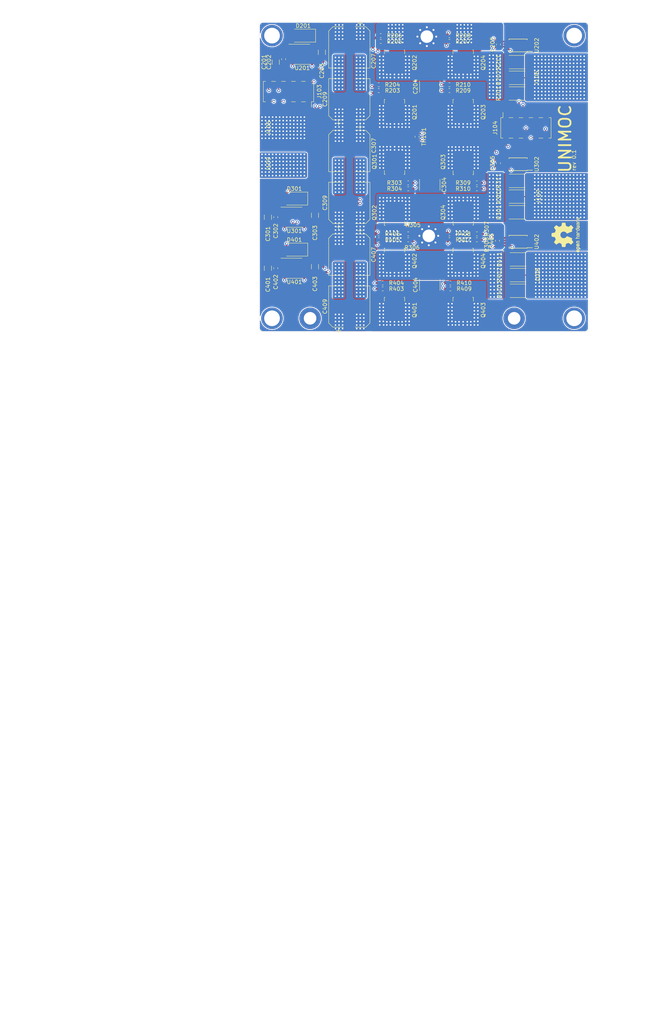
<source format=kicad_pcb>
(kicad_pcb (version 20171130) (host pcbnew "(5.1.4)-1")
  (layers (0 Top mixed) (1 Inner_Top signal hide) (2 Inner_Bottom power hide) (31 Bottom power hide) (34 B.Paste user) (35 F.Paste user) (36 B.SilkS user) (37 F.SilkS user) (38 B.Mask user) (39 F.Mask user) (44 Edge.Cuts user))
  (net 0 "")
  (net 1 GNDPWR)
  (net 2 +12P)
  (net 3 "Net-(C203-Pad2)")
  (net 4 "Net-(C203-Pad1)")
  (net 5 +BATT)
  (net 6 GND)
  (net 7 +3.3VA)
  (net 8 "Net-(C303-Pad2)")
  (net 9 "Net-(C303-Pad1)")
  (net 10 "Net-(C403-Pad2)")
  (net 11 "Net-(C403-Pad1)")
  (net 12 /phase_b/PwmL)
  (net 13 /phase_c/PwmH)
  (net 14 /phase_b/PwmH)
  (net 15 /phase_c/PwmL)
  (net 16 /phase_a/PwmL)
  (net 17 /phase_a/PwmH)
  (net 18 "Net-(J104-Pad10)")
  (net 19 "Net-(J104-Pad8)")
  (net 20 /phase_a/I)
  (net 21 /phase_b/I)
  (net 22 /phase_c/I)
  (net 23 /phase_a/Phase)
  (net 24 /phase_b/Phase)
  (net 25 /phase_c/Phase)
  (net 26 "Net-(Q201-Pad4)")
  (net 27 "Net-(Q201-Pad1)")
  (net 28 "Net-(Q202-Pad4)")
  (net 29 "Net-(Q203-Pad4)")
  (net 30 "Net-(Q204-Pad4)")
  (net 31 "Net-(Q301-Pad4)")
  (net 32 "Net-(Q301-Pad1)")
  (net 33 "Net-(Q302-Pad4)")
  (net 34 "Net-(Q303-Pad4)")
  (net 35 "Net-(Q304-Pad4)")
  (net 36 "Net-(Q401-Pad4)")
  (net 37 "Net-(Q401-Pad1)")
  (net 38 "Net-(Q402-Pad4)")
  (net 39 "Net-(Q403-Pad4)")
  (net 40 "Net-(Q404-Pad4)")
  (net 41 "Net-(R205-Pad2)")
  (net 42 "Net-(R305-Pad2)")
  (net 43 "Net-(R405-Pad2)")
  (net 44 "Net-(C201-Pad2)")
  (net 45 "Net-(C301-Pad2)")
  (net 46 "Net-(C401-Pad2)")
  (net 47 "Net-(R203-Pad2)")
  (net 48 "Net-(R303-Pad2)")
  (net 49 "Net-(R403-Pad2)")
  (net 50 "Net-(J103-Pad3)")
  (module Symbol:OSHW-Logo2_9.8x8mm_SilkScreen (layer Top) (at 135.25 157.25 90)
    (fp_text reference REF** hide)
    (fp_text value OSHW-Logo2_9.8x8mm_SilkScreen hide)
  )
  (module MountingHole:MountingHole_3.2mm_M3_ISO14580_Pad (layer Top) (at 122 178.5)
    (fp_text reference H107 hide)
    (fp_text value GND)
    (pad 1 thru_hole circle (at 0 0) (size 5.5 5.5) (drill 3.2) (layers *.Cu *.Mask) (net 1 GNDPWR))
  )
  (module MountingHole:MountingHole_3.2mm_M3_ISO14580_Pad (layer Top) (at 70 178.5)
    (fp_text reference H104 hide)
    (fp_text value GND)
    (pad 1 thru_hole circle (at 0 0) (size 5.5 5.5) (drill 3.2) (layers *.Cu *.Mask) (net 1 GNDPWR))
  )
  (module hardware_4850:RND-455-00370 (layer Top) (at 47.3 103.5)
    (fp_text reference N101 hide)
    (fp_text value Housing_Pad hide)
    (pad 1 thru_hole circle (at 13 75 90) (size 5.5 5.5) (drill 4) (layers *.Cu *.Mask) (net 1 GNDPWR))
    (pad 1 thru_hole circle (at 90 75 90) (size 5.5 5.5) (drill 4) (layers *.Cu *.Mask) (net 1 GNDPWR))
    (pad 1 thru_hole circle (at 90 3 90) (size 5.5 5.5) (drill 4) (layers *.Cu *.Mask) (net 1 GNDPWR))
    (pad 1 thru_hole circle (at 13 3 90) (size 5.5 5.5) (drill 4) (layers *.Cu *.Mask) (net 1 GNDPWR))
  )
  (module MountingHole:MountingHole_3.2mm_M3_Pad_Via (layer Top) (at 100.25 157.5)
    (fp_text reference H106 hide)
    (fp_text value GND)
    (pad 1 thru_hole circle (at 1.697056 -1.697056) (size 0.8 0.8) (drill 0.5) (layers *.Cu *.Mask) (net 1 GNDPWR))
    (pad 1 thru_hole circle (at 0 -2.4) (size 0.8 0.8) (drill 0.5) (layers *.Cu *.Mask) (net 1 GNDPWR))
    (pad 1 thru_hole circle (at -1.697056 -1.697056) (size 0.8 0.8) (drill 0.5) (layers *.Cu *.Mask) (net 1 GNDPWR))
    (pad 1 thru_hole circle (at -2.4 0) (size 0.8 0.8) (drill 0.5) (layers *.Cu *.Mask) (net 1 GNDPWR))
    (pad 1 thru_hole circle (at -1.697056 1.697056) (size 0.8 0.8) (drill 0.5) (layers *.Cu *.Mask) (net 1 GNDPWR))
    (pad 1 thru_hole circle (at 0 2.4) (size 0.8 0.8) (drill 0.5) (layers *.Cu *.Mask) (net 1 GNDPWR))
    (pad 1 thru_hole circle (at 1.697056 1.697056) (size 0.8 0.8) (drill 0.5) (layers *.Cu *.Mask) (net 1 GNDPWR))
    (pad 1 thru_hole circle (at 2.4 0) (size 0.8 0.8) (drill 0.5) (layers *.Cu *.Mask) (net 1 GNDPWR))
    (pad 1 thru_hole circle (at 0 0) (size 6.4 6.4) (drill 3.2) (layers *.Cu *.Mask) (net 1 GNDPWR))
  )
  (module MountingHole:MountingHole_3.2mm_M3_Pad_Via (layer Top) (at 99.75 106.75)
    (fp_text reference H105 hide)
    (fp_text value GND)
    (pad 1 thru_hole circle (at 1.697056 -1.697056) (size 0.8 0.8) (drill 0.5) (layers *.Cu *.Mask) (net 1 GNDPWR))
    (pad 1 thru_hole circle (at 0 -2.4) (size 0.8 0.8) (drill 0.5) (layers *.Cu *.Mask) (net 1 GNDPWR))
    (pad 1 thru_hole circle (at -1.697056 -1.697056) (size 0.8 0.8) (drill 0.5) (layers *.Cu *.Mask) (net 1 GNDPWR))
    (pad 1 thru_hole circle (at -2.4 0) (size 0.8 0.8) (drill 0.5) (layers *.Cu *.Mask) (net 1 GNDPWR))
    (pad 1 thru_hole circle (at -1.697056 1.697056) (size 0.8 0.8) (drill 0.5) (layers *.Cu *.Mask) (net 1 GNDPWR))
    (pad 1 thru_hole circle (at 0 2.4) (size 0.8 0.8) (drill 0.5) (layers *.Cu *.Mask) (net 1 GNDPWR))
    (pad 1 thru_hole circle (at 1.697056 1.697056) (size 0.8 0.8) (drill 0.5) (layers *.Cu *.Mask) (net 1 GNDPWR))
    (pad 1 thru_hole circle (at 2.4 0) (size 0.8 0.8) (drill 0.5) (layers *.Cu *.Mask) (net 1 GNDPWR))
    (pad 1 thru_hole circle (at 0 0) (size 6.4 6.4) (drill 3.2) (layers *.Cu *.Mask) (net 1 GNDPWR))
  )
  (module Resistor_SMD:R_2512_6332Metric (layer Top) (at 123 163.5 180)
    (fp_text reference R411 (at 4.75 0 90) (layer F.SilkS))
    (fp_text value 2mR)
    (pad 2 smd roundrect (at 2.9 0 180) (size 1.35 3.35) (layers Top F.Paste F.Mask) (roundrect_rratio 0.185185) (net 37 "Net-(Q401-Pad1)"))
    (pad 1 smd roundrect (at -2.9 0 180) (size 1.35 3.35) (layers Top F.Paste F.Mask) (roundrect_rratio 0.185185) (net 25 /phase_c/Phase))
  )
  (module Resistor_SMD:R_2512_6332Metric (layer Top) (at 123 167.5 180)
    (fp_text reference R402 (at 4.75 0 90) (layer F.SilkS))
    (fp_text value 2mR)
    (pad 2 smd roundrect (at 2.9 0 180) (size 1.35 3.35) (layers Top F.Paste F.Mask) (roundrect_rratio 0.185185) (net 37 "Net-(Q401-Pad1)"))
    (pad 1 smd roundrect (at -2.9 0 180) (size 1.35 3.35) (layers Top F.Paste F.Mask) (roundrect_rratio 0.185185) (net 25 /phase_c/Phase))
  )
  (module Resistor_SMD:R_2512_6332Metric (layer Top) (at 123 171.5 180)
    (fp_text reference R401 (at 4.75 0 90) (layer F.SilkS))
    (fp_text value 2mR)
    (pad 2 smd roundrect (at 2.9 0 180) (size 1.35 3.35) (layers Top F.Paste F.Mask) (roundrect_rratio 0.185185) (net 37 "Net-(Q401-Pad1)"))
    (pad 1 smd roundrect (at -2.9 0 180) (size 1.35 3.35) (layers Top F.Paste F.Mask) (roundrect_rratio 0.185185) (net 25 /phase_c/Phase))
  )
  (module Resistor_SMD:R_2512_6332Metric (layer Top) (at 122.75 143.5 180)
    (fp_text reference R311 (at 4.75 0 90) (layer F.SilkS))
    (fp_text value 2mR)
    (pad 2 smd roundrect (at 2.9 0 180) (size 1.35 3.35) (layers Top F.Paste F.Mask) (roundrect_rratio 0.185185) (net 32 "Net-(Q301-Pad1)"))
    (pad 1 smd roundrect (at -2.9 0 180) (size 1.35 3.35) (layers Top F.Paste F.Mask) (roundrect_rratio 0.185185) (net 24 /phase_b/Phase))
  )
  (module Resistor_SMD:R_2512_6332Metric (layer Top) (at 122.75 147.5 180)
    (fp_text reference R302 (at 4.6 0 90) (layer F.SilkS))
    (fp_text value 2mR)
    (pad 2 smd roundrect (at 2.9 0 180) (size 1.35 3.35) (layers Top F.Paste F.Mask) (roundrect_rratio 0.185185) (net 32 "Net-(Q301-Pad1)"))
    (pad 1 smd roundrect (at -2.9 0 180) (size 1.35 3.35) (layers Top F.Paste F.Mask) (roundrect_rratio 0.185185) (net 24 /phase_b/Phase))
  )
  (module Resistor_SMD:R_2512_6332Metric (layer Top) (at 122.75 151.5 180)
    (fp_text reference R301 (at 4.6 0 90) (layer F.SilkS))
    (fp_text value 2mR)
    (pad 2 smd roundrect (at 2.9 0 180) (size 1.35 3.35) (layers Top F.Paste F.Mask) (roundrect_rratio 0.185185) (net 32 "Net-(Q301-Pad1)"))
    (pad 1 smd roundrect (at -2.9 0 180) (size 1.35 3.35) (layers Top F.Paste F.Mask) (roundrect_rratio 0.185185) (net 24 /phase_b/Phase))
  )
  (module Resistor_SMD:R_2512_6332Metric (layer Top) (at 122.75 113.25 180)
    (fp_text reference R211 (at 4.75 0 90) (layer F.SilkS))
    (fp_text value 2mR)
    (pad 2 smd roundrect (at 2.9 0 180) (size 1.35 3.35) (layers Top F.Paste F.Mask) (roundrect_rratio 0.185185) (net 27 "Net-(Q201-Pad1)"))
    (pad 1 smd roundrect (at -2.9 0 180) (size 1.35 3.35) (layers Top F.Paste F.Mask) (roundrect_rratio 0.185185) (net 23 /phase_a/Phase))
  )
  (module Resistor_SMD:R_2512_6332Metric (layer Top) (at 122.75 117.25 180)
    (fp_text reference R202 (at 4.75 0 90) (layer F.SilkS))
    (fp_text value 2mR)
    (pad 2 smd roundrect (at 2.9 0 180) (size 1.35 3.35) (layers Top F.Paste F.Mask) (roundrect_rratio 0.185185) (net 27 "Net-(Q201-Pad1)"))
    (pad 1 smd roundrect (at -2.9 0 180) (size 1.35 3.35) (layers Top F.Paste F.Mask) (roundrect_rratio 0.185185) (net 23 /phase_a/Phase))
  )
  (module Resistor_SMD:R_2512_6332Metric (layer Top) (at 122.75 121.25 180)
    (fp_text reference R201 (at 4.75 0 90) (layer F.SilkS))
    (fp_text value 2mR)
    (pad 2 smd roundrect (at 2.9 0 180) (size 1.35 3.35) (layers Top F.Paste F.Mask) (roundrect_rratio 0.185185) (net 27 "Net-(Q201-Pad1)"))
    (pad 1 smd roundrect (at -2.9 0 180) (size 1.35 3.35) (layers Top F.Paste F.Mask) (roundrect_rratio 0.185185) (net 23 /phase_a/Phase))
  )
  (module Package_SO:TSSOP-8_4.4x3mm_P0.65mm (layer Top) (at 123 159 180)
    (fp_text reference U402 (at -4.75 0 90) (layer F.SilkS))
    (fp_text value INA240A1PWR)
    (pad 8 smd rect (at 2.95 -0.975 180) (size 1.45 0.45) (layers Top F.Paste F.Mask) (net 22 /phase_c/I))
    (pad 7 smd rect (at 2.95 -0.325 180) (size 1.45 0.45) (layers Top F.Paste F.Mask) (net 6 GND))
    (pad 6 smd rect (at 2.95 0.325 180) (size 1.45 0.45) (layers Top F.Paste F.Mask) (net 7 +3.3VA))
    (pad 5 smd rect (at 2.95 0.975 180) (size 1.45 0.45) (layers Top F.Paste F.Mask) (net 7 +3.3VA))
    (pad 4 smd rect (at -2.95 0.975 180) (size 1.45 0.45) (layers Top F.Paste F.Mask) (net 6 GND))
    (pad 3 smd rect (at -2.95 0.325 180) (size 1.45 0.45) (layers Top F.Paste F.Mask) (net 37 "Net-(Q401-Pad1)"))
    (pad 2 smd rect (at -2.95 -0.325 180) (size 1.45 0.45) (layers Top F.Paste F.Mask) (net 25 /phase_c/Phase))
    (pad 1 smd rect (at -2.95 -0.975 180) (size 1.45 0.45) (layers Top F.Paste F.Mask) (net 6 GND))
  )
  (module Package_SO:SOIC-8_3.9x4.9mm_P1.27mm (layer Top) (at 66 165.75)
    (fp_text reference U401 (at 0 3.5) (layer F.SilkS))
    (fp_text value LM5109BMA)
    (pad 8 smd roundrect (at 2.475 -1.905) (size 1.95 0.6) (layers Top F.Paste F.Mask) (net 11 "Net-(C403-Pad1)"))
    (pad 7 smd roundrect (at 2.475 -0.635) (size 1.95 0.6) (layers Top F.Paste F.Mask) (net 49 "Net-(R403-Pad2)"))
    (pad 6 smd roundrect (at 2.475 0.635) (size 1.95 0.6) (layers Top F.Paste F.Mask) (net 10 "Net-(C403-Pad2)"))
    (pad 5 smd roundrect (at 2.475 1.905) (size 1.95 0.6) (layers Top F.Paste F.Mask) (net 43 "Net-(R405-Pad2)"))
    (pad 4 smd roundrect (at -2.475 1.905) (size 1.95 0.6) (layers Top F.Paste F.Mask) (net 46 "Net-(C401-Pad2)"))
    (pad 3 smd roundrect (at -2.475 0.635) (size 1.95 0.6) (layers Top F.Paste F.Mask) (net 15 /phase_c/PwmL))
    (pad 2 smd roundrect (at -2.475 -0.635) (size 1.95 0.6) (layers Top F.Paste F.Mask) (net 13 /phase_c/PwmH))
    (pad 1 smd roundrect (at -2.475 -1.905) (size 1.95 0.6) (layers Top F.Paste F.Mask) (net 2 +12P))
  )
  (module Package_SO:TSSOP-8_4.4x3mm_P0.65mm (layer Top) (at 123 139.25 180)
    (fp_text reference U302 (at -4.75 0 90) (layer F.SilkS))
    (fp_text value INA240A1PWR)
    (pad 8 smd rect (at 2.95 -0.975 180) (size 1.45 0.45) (layers Top F.Paste F.Mask) (net 21 /phase_b/I))
    (pad 7 smd rect (at 2.95 -0.325 180) (size 1.45 0.45) (layers Top F.Paste F.Mask) (net 6 GND))
    (pad 6 smd rect (at 2.95 0.325 180) (size 1.45 0.45) (layers Top F.Paste F.Mask) (net 7 +3.3VA))
    (pad 5 smd rect (at 2.95 0.975 180) (size 1.45 0.45) (layers Top F.Paste F.Mask) (net 7 +3.3VA))
    (pad 4 smd rect (at -2.95 0.975 180) (size 1.45 0.45) (layers Top F.Paste F.Mask) (net 6 GND))
    (pad 3 smd rect (at -2.95 0.325 180) (size 1.45 0.45) (layers Top F.Paste F.Mask) (net 32 "Net-(Q301-Pad1)"))
    (pad 2 smd rect (at -2.95 -0.325 180) (size 1.45 0.45) (layers Top F.Paste F.Mask) (net 24 /phase_b/Phase))
    (pad 1 smd rect (at -2.95 -0.975 180) (size 1.45 0.45) (layers Top F.Paste F.Mask) (net 6 GND))
  )
  (module Package_SO:SOIC-8_3.9x4.9mm_P1.27mm (layer Top) (at 66 152.75)
    (fp_text reference U301 (at 0 3.5) (layer F.SilkS))
    (fp_text value LM5109BMA)
    (pad 8 smd roundrect (at 2.475 -1.905) (size 1.95 0.6) (layers Top F.Paste F.Mask) (net 9 "Net-(C303-Pad1)"))
    (pad 7 smd roundrect (at 2.475 -0.635) (size 1.95 0.6) (layers Top F.Paste F.Mask) (net 48 "Net-(R303-Pad2)"))
    (pad 6 smd roundrect (at 2.475 0.635) (size 1.95 0.6) (layers Top F.Paste F.Mask) (net 8 "Net-(C303-Pad2)"))
    (pad 5 smd roundrect (at 2.475 1.905) (size 1.95 0.6) (layers Top F.Paste F.Mask) (net 42 "Net-(R305-Pad2)"))
    (pad 4 smd roundrect (at -2.475 1.905) (size 1.95 0.6) (layers Top F.Paste F.Mask) (net 45 "Net-(C301-Pad2)"))
    (pad 3 smd roundrect (at -2.475 0.635) (size 1.95 0.6) (layers Top F.Paste F.Mask) (net 12 /phase_b/PwmL))
    (pad 2 smd roundrect (at -2.475 -0.635) (size 1.95 0.6) (layers Top F.Paste F.Mask) (net 14 /phase_b/PwmH))
    (pad 1 smd roundrect (at -2.475 -1.905) (size 1.95 0.6) (layers Top F.Paste F.Mask) (net 2 +12P))
  )
  (module Package_SO:TSSOP-8_4.4x3mm_P0.65mm (layer Top) (at 123 109 180)
    (fp_text reference U202 (at -4.75 0 90) (layer F.SilkS))
    (fp_text value INA240A1PWR)
    (pad 8 smd rect (at 2.95 -0.975 180) (size 1.45 0.45) (layers Top F.Paste F.Mask) (net 20 /phase_a/I))
    (pad 7 smd rect (at 2.95 -0.325 180) (size 1.45 0.45) (layers Top F.Paste F.Mask) (net 6 GND))
    (pad 6 smd rect (at 2.95 0.325 180) (size 1.45 0.45) (layers Top F.Paste F.Mask) (net 7 +3.3VA))
    (pad 5 smd rect (at 2.95 0.975 180) (size 1.45 0.45) (layers Top F.Paste F.Mask) (net 7 +3.3VA))
    (pad 4 smd rect (at -2.95 0.975 180) (size 1.45 0.45) (layers Top F.Paste F.Mask) (net 6 GND))
    (pad 3 smd rect (at -2.95 0.325 180) (size 1.45 0.45) (layers Top F.Paste F.Mask) (net 27 "Net-(Q201-Pad1)"))
    (pad 2 smd rect (at -2.95 -0.325 180) (size 1.45 0.45) (layers Top F.Paste F.Mask) (net 23 /phase_a/Phase))
    (pad 1 smd rect (at -2.95 -0.975 180) (size 1.45 0.45) (layers Top F.Paste F.Mask) (net 6 GND))
  )
  (module Package_SO:SOIC-8_3.9x4.9mm_P1.27mm (layer Top) (at 68 111.25)
    (fp_text reference U201 (at 0 3.5) (layer F.SilkS))
    (fp_text value LM5109BMA)
    (pad 8 smd roundrect (at 2.475 -1.905) (size 1.95 0.6) (layers Top F.Paste F.Mask) (net 4 "Net-(C203-Pad1)"))
    (pad 7 smd roundrect (at 2.475 -0.635) (size 1.95 0.6) (layers Top F.Paste F.Mask) (net 47 "Net-(R203-Pad2)"))
    (pad 6 smd roundrect (at 2.475 0.635) (size 1.95 0.6) (layers Top F.Paste F.Mask) (net 3 "Net-(C203-Pad2)"))
    (pad 5 smd roundrect (at 2.475 1.905) (size 1.95 0.6) (layers Top F.Paste F.Mask) (net 41 "Net-(R205-Pad2)"))
    (pad 4 smd roundrect (at -2.475 1.905) (size 1.95 0.6) (layers Top F.Paste F.Mask) (net 44 "Net-(C201-Pad2)"))
    (pad 3 smd roundrect (at -2.475 0.635) (size 1.95 0.6) (layers Top F.Paste F.Mask) (net 16 /phase_a/PwmL))
    (pad 2 smd roundrect (at -2.475 -0.635) (size 1.95 0.6) (layers Top F.Paste F.Mask) (net 17 /phase_a/PwmH))
    (pad 1 smd roundrect (at -2.475 -1.905) (size 1.95 0.6) (layers Top F.Paste F.Mask) (net 2 +12P))
  )
  (module Resistor_SMD:R_0603_1608Metric (layer Top) (at 97.25 132.25 90)
    (fp_text reference TH101 (at 0 1.75 90) (layer F.SilkS))
    (fp_text value "NTC 10k")
    (pad 2 smd roundrect (at 0.7875 0 90) (size 0.875 0.95) (layers Top F.Paste F.Mask) (net 18 "Net-(J104-Pad10)"))
    (pad 1 smd roundrect (at -0.7875 0 90) (size 0.875 0.95) (layers Top F.Paste F.Mask) (net 19 "Net-(J104-Pad8)"))
  )
  (module Resistor_SMD:R_0603_1608Metric (layer Top) (at 105.75 169.5 180)
    (fp_text reference R410 (at -3.5 0) (layer F.SilkS))
    (fp_text value 1R1)
    (pad 2 smd roundrect (at 0.7875 0 180) (size 0.875 0.95) (layers Top F.Paste F.Mask) (net 10 "Net-(C403-Pad2)"))
    (pad 1 smd roundrect (at -0.7875 0 180) (size 0.875 0.95) (layers Top F.Paste F.Mask) (net 37 "Net-(Q401-Pad1)"))
  )
  (module Resistor_SMD:R_0603_1608Metric (layer Top) (at 105.75 171 180)
    (fp_text reference R409 (at -3.5 0) (layer F.SilkS))
    (fp_text value 1R1)
    (pad 2 smd roundrect (at 0.7875 0 180) (size 0.875 0.95) (layers Top F.Paste F.Mask) (net 49 "Net-(R403-Pad2)"))
    (pad 1 smd roundrect (at -0.7875 0 180) (size 0.875 0.95) (layers Top F.Paste F.Mask) (net 39 "Net-(Q403-Pad4)"))
  )
  (module Resistor_SMD:R_0603_1608Metric (layer Top) (at 105.5 157 180)
    (fp_text reference R408 (at -3.5 0) (layer F.SilkS))
    (fp_text value 1R1)
    (pad 2 smd roundrect (at 0.7875 0 180) (size 0.875 0.95) (layers Top F.Paste F.Mask) (net 46 "Net-(C401-Pad2)"))
    (pad 1 smd roundrect (at -0.7875 0 180) (size 0.875 0.95) (layers Top F.Paste F.Mask) (net 1 GNDPWR))
  )
  (module Resistor_SMD:R_0603_1608Metric (layer Top) (at 105.5 158.5 180)
    (fp_text reference R407 (at -3.5 0) (layer F.SilkS))
    (fp_text value 1R1)
    (pad 2 smd roundrect (at 0.7875 0 180) (size 0.875 0.95) (layers Top F.Paste F.Mask) (net 43 "Net-(R405-Pad2)"))
    (pad 1 smd roundrect (at -0.7875 0 180) (size 0.875 0.95) (layers Top F.Paste F.Mask) (net 40 "Net-(Q404-Pad4)"))
  )
  (module Resistor_SMD:R_0603_1608Metric (layer Top) (at 87.5 157 180)
    (fp_text reference R406 (at -3.5 0) (layer F.SilkS))
    (fp_text value 1R1)
    (pad 2 smd roundrect (at 0.7875 0 180) (size 0.875 0.95) (layers Top F.Paste F.Mask) (net 46 "Net-(C401-Pad2)"))
    (pad 1 smd roundrect (at -0.7875 0 180) (size 0.875 0.95) (layers Top F.Paste F.Mask) (net 1 GNDPWR))
  )
  (module Resistor_SMD:R_0603_1608Metric (layer Top) (at 87.5 158.5 180)
    (fp_text reference R405 (at -3.5 0) (layer F.SilkS))
    (fp_text value 1R1)
    (pad 2 smd roundrect (at 0.7875 0 180) (size 0.875 0.95) (layers Top F.Paste F.Mask) (net 43 "Net-(R405-Pad2)"))
    (pad 1 smd roundrect (at -0.7875 0 180) (size 0.875 0.95) (layers Top F.Paste F.Mask) (net 38 "Net-(Q402-Pad4)"))
  )
  (module Resistor_SMD:R_0603_1608Metric (layer Top) (at 88.5 169.5 180)
    (fp_text reference R404 (at -3.5 0) (layer F.SilkS))
    (fp_text value 1R1)
    (pad 2 smd roundrect (at 0.7875 0 180) (size 0.875 0.95) (layers Top F.Paste F.Mask) (net 10 "Net-(C403-Pad2)"))
    (pad 1 smd roundrect (at -0.7875 0 180) (size 0.875 0.95) (layers Top F.Paste F.Mask) (net 37 "Net-(Q401-Pad1)"))
  )
  (module Resistor_SMD:R_0603_1608Metric (layer Top) (at 88.5 171 180)
    (fp_text reference R403 (at -3.5 0) (layer F.SilkS))
    (fp_text value 1R1)
    (pad 2 smd roundrect (at 0.7875 0 180) (size 0.875 0.95) (layers Top F.Paste F.Mask) (net 49 "Net-(R403-Pad2)"))
    (pad 1 smd roundrect (at -0.7875 0 180) (size 0.875 0.95) (layers Top F.Paste F.Mask) (net 36 "Net-(Q401-Pad4)"))
  )
  (module Resistor_SMD:R_0603_1608Metric (layer Top) (at 112.5 145.5)
    (fp_text reference R310 (at -3.5 0) (layer F.SilkS))
    (fp_text value 1R1)
    (pad 2 smd roundrect (at 0.7875 0) (size 0.875 0.95) (layers Top F.Paste F.Mask) (net 8 "Net-(C303-Pad2)"))
    (pad 1 smd roundrect (at -0.7875 0) (size 0.875 0.95) (layers Top F.Paste F.Mask) (net 32 "Net-(Q301-Pad1)"))
  )
  (module Resistor_SMD:R_0603_1608Metric (layer Top) (at 112.5 144)
    (fp_text reference R309 (at -3.5 0) (layer F.SilkS))
    (fp_text value 1R1)
    (pad 2 smd roundrect (at 0.7875 0) (size 0.875 0.95) (layers Top F.Paste F.Mask) (net 48 "Net-(R303-Pad2)"))
    (pad 1 smd roundrect (at -0.7875 0) (size 0.875 0.95) (layers Top F.Paste F.Mask) (net 34 "Net-(Q303-Pad4)"))
  )
  (module Resistor_SMD:R_0603_1608Metric (layer Top) (at 112.5 158.5)
    (fp_text reference R308 (at 2.5 1.25 90) (layer F.SilkS))
    (fp_text value 1R1)
    (pad 2 smd roundrect (at 0.7875 0) (size 0.875 0.95) (layers Top F.Paste F.Mask) (net 45 "Net-(C301-Pad2)"))
    (pad 1 smd roundrect (at -0.7875 0) (size 0.875 0.95) (layers Top F.Paste F.Mask) (net 1 GNDPWR))
  )
  (module Resistor_SMD:R_0603_1608Metric (layer Top) (at 112.5 157)
    (fp_text reference R307 (at 2.5 -1.25 270) (layer F.SilkS))
    (fp_text value 1R1)
    (pad 2 smd roundrect (at 0.7875 0) (size 0.875 0.95) (layers Top F.Paste F.Mask) (net 42 "Net-(R305-Pad2)"))
    (pad 1 smd roundrect (at -0.7875 0) (size 0.875 0.95) (layers Top F.Paste F.Mask) (net 35 "Net-(Q304-Pad4)"))
  )
  (module Resistor_SMD:R_0603_1608Metric (layer Top) (at 95 158.5)
    (fp_text reference R306 (at 1 2) (layer F.SilkS))
    (fp_text value 1R1)
    (pad 2 smd roundrect (at 0.7875 0) (size 0.875 0.95) (layers Top F.Paste F.Mask) (net 45 "Net-(C301-Pad2)"))
    (pad 1 smd roundrect (at -0.7875 0) (size 0.875 0.95) (layers Top F.Paste F.Mask) (net 1 GNDPWR))
  )
  (module Resistor_SMD:R_0603_1608Metric (layer Top) (at 95 157)
    (fp_text reference R305 (at 1.25 -2.25) (layer F.SilkS))
    (fp_text value 1R1)
    (pad 2 smd roundrect (at 0.7875 0) (size 0.875 0.95) (layers Top F.Paste F.Mask) (net 42 "Net-(R305-Pad2)"))
    (pad 1 smd roundrect (at -0.7875 0) (size 0.875 0.95) (layers Top F.Paste F.Mask) (net 33 "Net-(Q302-Pad4)"))
  )
  (module Resistor_SMD:R_0603_1608Metric (layer Top) (at 95 145.5)
    (fp_text reference R304 (at -3.5 0 180) (layer F.SilkS))
    (fp_text value 1R1)
    (pad 2 smd roundrect (at 0.7875 0) (size 0.875 0.95) (layers Top F.Paste F.Mask) (net 8 "Net-(C303-Pad2)"))
    (pad 1 smd roundrect (at -0.7875 0) (size 0.875 0.95) (layers Top F.Paste F.Mask) (net 32 "Net-(Q301-Pad1)"))
  )
  (module Resistor_SMD:R_0603_1608Metric (layer Top) (at 95 144)
    (fp_text reference R303 (at -3.5 0 180) (layer F.SilkS))
    (fp_text value 1R1)
    (pad 2 smd roundrect (at 0.7875 0) (size 0.875 0.95) (layers Top F.Paste F.Mask) (net 48 "Net-(R303-Pad2)"))
    (pad 1 smd roundrect (at -0.7875 0) (size 0.875 0.95) (layers Top F.Paste F.Mask) (net 31 "Net-(Q301-Pad4)"))
  )
  (module Resistor_SMD:R_0603_1608Metric (layer Top) (at 105.5 119 180)
    (fp_text reference R210 (at -3.5 0) (layer F.SilkS))
    (fp_text value 1R1)
    (pad 2 smd roundrect (at 0.7875 0 180) (size 0.875 0.95) (layers Top F.Paste F.Mask) (net 3 "Net-(C203-Pad2)"))
    (pad 1 smd roundrect (at -0.7875 0 180) (size 0.875 0.95) (layers Top F.Paste F.Mask) (net 27 "Net-(Q201-Pad1)"))
  )
  (module Resistor_SMD:R_0603_1608Metric (layer Top) (at 105.5 120.5 180)
    (fp_text reference R209 (at -3.5 0) (layer F.SilkS))
    (fp_text value 1R1)
    (pad 2 smd roundrect (at 0.7875 0 180) (size 0.875 0.95) (layers Top F.Paste F.Mask) (net 47 "Net-(R203-Pad2)"))
    (pad 1 smd roundrect (at -0.7875 0 180) (size 0.875 0.95) (layers Top F.Paste F.Mask) (net 29 "Net-(Q203-Pad4)"))
  )
  (module Resistor_SMD:R_0603_1608Metric (layer Top) (at 105.5 106.5 180)
    (fp_text reference R208 (at -3.5 0) (layer F.SilkS))
    (fp_text value 1R1)
    (pad 2 smd roundrect (at 0.7875 0 180) (size 0.875 0.95) (layers Top F.Paste F.Mask) (net 44 "Net-(C201-Pad2)"))
    (pad 1 smd roundrect (at -0.7875 0 180) (size 0.875 0.95) (layers Top F.Paste F.Mask) (net 1 GNDPWR))
  )
  (module Resistor_SMD:R_0603_1608Metric (layer Top) (at 105.5 108 180)
    (fp_text reference R207 (at -3.5 0) (layer F.SilkS))
    (fp_text value 1R1)
    (pad 2 smd roundrect (at 0.7875 0 180) (size 0.875 0.95) (layers Top F.Paste F.Mask) (net 41 "Net-(R205-Pad2)"))
    (pad 1 smd roundrect (at -0.7875 0 180) (size 0.875 0.95) (layers Top F.Paste F.Mask) (net 30 "Net-(Q204-Pad4)"))
  )
  (module Resistor_SMD:R_0603_1608Metric (layer Top) (at 88 106.5 180)
    (fp_text reference R206 (at -3.5 0) (layer F.SilkS))
    (fp_text value 1R1)
    (pad 2 smd roundrect (at 0.7875 0 180) (size 0.875 0.95) (layers Top F.Paste F.Mask) (net 44 "Net-(C201-Pad2)"))
    (pad 1 smd roundrect (at -0.7875 0 180) (size 0.875 0.95) (layers Top F.Paste F.Mask) (net 1 GNDPWR))
  )
  (module Resistor_SMD:R_0603_1608Metric (layer Top) (at 88 108 180)
    (fp_text reference R205 (at -3.5 0) (layer F.SilkS))
    (fp_text value 1R1)
    (pad 2 smd roundrect (at 0.7875 0 180) (size 0.875 0.95) (layers Top F.Paste F.Mask) (net 41 "Net-(R205-Pad2)"))
    (pad 1 smd roundrect (at -0.7875 0 180) (size 0.875 0.95) (layers Top F.Paste F.Mask) (net 28 "Net-(Q202-Pad4)"))
  )
  (module Resistor_SMD:R_0603_1608Metric (layer Top) (at 87.5 119 180)
    (fp_text reference R204 (at -3.5 0) (layer F.SilkS))
    (fp_text value 1R1)
    (pad 2 smd roundrect (at 0.7875 0 180) (size 0.875 0.95) (layers Top F.Paste F.Mask) (net 3 "Net-(C203-Pad2)"))
    (pad 1 smd roundrect (at -0.7875 0 180) (size 0.875 0.95) (layers Top F.Paste F.Mask) (net 27 "Net-(Q201-Pad1)"))
  )
  (module Resistor_SMD:R_0603_1608Metric (layer Top) (at 87.5 120.5 180)
    (fp_text reference R203 (at -3.5 0) (layer F.SilkS))
    (fp_text value 1R1)
    (pad 2 smd roundrect (at 0.7875 0 180) (size 0.875 0.95) (layers Top F.Paste F.Mask) (net 47 "Net-(R203-Pad2)"))
    (pad 1 smd roundrect (at -0.7875 0 180) (size 0.875 0.95) (layers Top F.Paste F.Mask) (net 26 "Net-(Q201-Pad4)"))
  )
  (module Package_TO_SOT_SMD:LFPAK56_ThermalVias-1 (layer Top) (at 109 163 270)
    (fp_text reference Q404 (at 0.8925 -5.13 90) (layer F.SilkS))
    (fp_text value NCEP6080AG)
    (pad 5 smd rect (at 0.445 2.2 180) (size 0.6 3.3) (layers Top) (net 37 "Net-(Q401-Pad1)"))
    (pad 5 smd rect (at 0.445 -2.21 180) (size 0.6 3.3) (layers Top) (net 37 "Net-(Q401-Pad1)"))
    (pad 5 smd rect (at 0.445 0 180) (size 4.2 3.3) (layers Bottom) (net 37 "Net-(Q401-Pad1)"))
    (pad 5 smd rect (at 2.635 0 180) (size 4.7 1.55) (layers Bottom) (net 37 "Net-(Q401-Pad1)"))
    (pad 5 smd rect (at 1.745 -2.25 180) (size 0.5 0.5) (layers Top) (net 37 "Net-(Q401-Pad1)"))
    (pad 5 smd rect (at 1.745 2.25 180) (size 0.5 0.5) (layers Top) (net 37 "Net-(Q401-Pad1)"))
    (pad 5 thru_hole rect (at 2.885 -2.86 180) (size 1 1) (drill 0.4) (layers *.Cu) (net 37 "Net-(Q401-Pad1)"))
    (pad 5 thru_hole rect (at -0.715 -2.86 180) (size 1 1) (drill 0.4) (layers *.Cu) (net 37 "Net-(Q401-Pad1)"))
    (pad 5 thru_hole rect (at 3.885 1.94 180) (size 1 1) (drill 0.4) (layers *.Cu) (net 37 "Net-(Q401-Pad1)"))
    (pad 5 thru_hole rect (at 3.785 2.84 180) (size 1 1) (drill 0.4) (layers *.Cu) (net 37 "Net-(Q401-Pad1)"))
    (pad 5 thru_hole rect (at 2.885 2.84 180) (size 1 1) (drill 0.4) (layers *.Cu) (net 37 "Net-(Q401-Pad1)"))
    (pad 5 thru_hole rect (at 1.995 2.84 180) (size 1 1) (drill 0.4) (layers *.Cu) (net 37 "Net-(Q401-Pad1)"))
    (pad 5 thru_hole rect (at 1.095 2.84 180) (size 1 1) (drill 0.4) (layers *.Cu) (net 37 "Net-(Q401-Pad1)"))
    (pad 5 thru_hole rect (at 0.195 2.84 180) (size 1 1) (drill 0.4) (layers *.Cu) (net 37 "Net-(Q401-Pad1)"))
    (pad 5 thru_hole rect (at -0.715 2.84 180) (size 1 1) (drill 0.4) (layers *.Cu) (net 37 "Net-(Q401-Pad1)"))
    (pad 4 smd rect (at -2.835 1.9 180) (size 0.7 1.15) (layers Top F.Paste F.Mask) (net 40 "Net-(Q404-Pad4)"))
    (pad 5 smd rect (at 0.445 0 180) (size 4.2 3.3) (layers Top F.Mask) (net 37 "Net-(Q401-Pad1)"))
    (pad 5 smd rect (at 2.635 0 180) (size 4.7 1.55) (layers Top F.Mask) (net 37 "Net-(Q401-Pad1)"))
    (pad 3 smd rect (at -2.835 0.63 180) (size 0.7 1.15) (layers Top F.Paste F.Mask) (net 1 GNDPWR))
    (pad 1 smd rect (at -2.835 -1.91 180) (size 0.7 1.15) (layers Top F.Paste F.Mask) (net 1 GNDPWR))
    (pad 2 smd rect (at -2.835 -0.64 180) (size 0.7 1.15) (layers Top F.Paste F.Mask) (net 1 GNDPWR))
    (pad 5 thru_hole rect (at 3.785 -2.86 180) (size 1 1) (drill 0.4) (layers *.Cu) (net 37 "Net-(Q401-Pad1)"))
    (pad 5 thru_hole rect (at 0.195 -2.86 180) (size 1 1) (drill 0.4) (layers *.Cu) (net 37 "Net-(Q401-Pad1)"))
    (pad 5 thru_hole rect (at 1.095 -2.86 180) (size 1 1) (drill 0.4) (layers *.Cu) (net 37 "Net-(Q401-Pad1)"))
    (pad 5 thru_hole rect (at 1.995 -2.86 180) (size 1 1) (drill 0.4) (layers *.Cu) (net 37 "Net-(Q401-Pad1)"))
    (pad 5 thru_hole rect (at 3.885 -1.95 180) (size 1 1) (drill 0.4) (layers *.Cu) (net 37 "Net-(Q401-Pad1)"))
    (pad 5 thru_hole rect (at 3.885 0 180) (size 1.4 1) (drill 0.4) (layers *.Cu) (net 37 "Net-(Q401-Pad1)"))
    (pad 5 thru_hole rect (at 3.885 -1.06 180) (size 1 1) (drill 0.4) (layers *.Cu) (net 37 "Net-(Q401-Pad1)"))
    (pad 5 thru_hole rect (at 3.885 1.05 180) (size 1 1) (drill 0.4) (layers *.Cu) (net 37 "Net-(Q401-Pad1)"))
    (pad 5 thru_hole rect (at 3.785 3.75 180) (size 1 1) (drill 0.4) (layers *.Cu) (net 37 "Net-(Q401-Pad1)"))
    (pad 5 thru_hole rect (at 0.195 3.75 180) (size 1 1) (drill 0.4) (layers *.Cu) (net 37 "Net-(Q401-Pad1)"))
    (pad 5 thru_hole rect (at 1.995 3.75 180) (size 1 1) (drill 0.4) (layers *.Cu) (net 37 "Net-(Q401-Pad1)"))
    (pad 5 thru_hole rect (at 1.095 3.75 180) (size 1 1) (drill 0.4) (layers *.Cu) (net 37 "Net-(Q401-Pad1)"))
    (pad 5 thru_hole rect (at -0.715 3.75 180) (size 1 1) (drill 0.4) (layers *.Cu) (net 37 "Net-(Q401-Pad1)"))
    (pad 5 thru_hole rect (at 2.885 3.75 180) (size 1 1) (drill 0.4) (layers *.Cu) (net 37 "Net-(Q401-Pad1)"))
    (pad 5 thru_hole rect (at 4.695 3.75 180) (size 1 1) (drill 0.4) (layers *.Cu) (net 37 "Net-(Q401-Pad1)"))
    (pad 5 thru_hole rect (at 1.095 -3.75 180) (size 1 1) (drill 0.4) (layers *.Cu) (net 37 "Net-(Q401-Pad1)"))
    (pad 5 thru_hole rect (at -0.715 -3.75 180) (size 1 1) (drill 0.4) (layers *.Cu) (net 37 "Net-(Q401-Pad1)"))
    (pad 5 thru_hole rect (at 0.195 -3.75 180) (size 1 1) (drill 0.4) (layers *.Cu) (net 37 "Net-(Q401-Pad1)"))
    (pad 5 thru_hole rect (at 2.885 -3.75 180) (size 1 1) (drill 0.4) (layers *.Cu) (net 37 "Net-(Q401-Pad1)"))
    (pad 5 thru_hole rect (at 1.995 -3.75 180) (size 1 1) (drill 0.4) (layers *.Cu) (net 37 "Net-(Q401-Pad1)"))
    (pad 5 thru_hole rect (at 3.785 -3.75 180) (size 1 1) (drill 0.4) (layers *.Cu) (net 37 "Net-(Q401-Pad1)"))
    (pad 5 thru_hole rect (at 4.695 -3.75 180) (size 1 1) (drill 0.4) (layers *.Cu) (net 37 "Net-(Q401-Pad1)"))
    (pad 5 thru_hole rect (at 4.695 2.75 180) (size 1 1) (drill 0.4) (layers *.Cu) (net 37 "Net-(Q401-Pad1)"))
    (pad 5 thru_hole rect (at 4.695 -1.95 180) (size 1 1) (drill 0.4) (layers *.Cu) (net 37 "Net-(Q401-Pad1)"))
    (pad 5 thru_hole rect (at 4.695 1.94 180) (size 1 1) (drill 0.4) (layers *.Cu) (net 37 "Net-(Q401-Pad1)"))
    (pad 5 thru_hole rect (at 4.695 -1.06 180) (size 1 1) (drill 0.4) (layers *.Cu) (net 37 "Net-(Q401-Pad1)"))
    (pad 5 thru_hole rect (at 4.695 -2.86 180) (size 1 1) (drill 0.4) (layers *.Cu) (net 37 "Net-(Q401-Pad1)"))
    (pad 5 thru_hole rect (at 4.695 0 180) (size 1.4 1) (drill 0.4) (layers *.Cu) (net 37 "Net-(Q401-Pad1)"))
    (pad 5 thru_hole rect (at 4.695 1.05 180) (size 1 1) (drill 0.4) (layers *.Cu) (net 37 "Net-(Q401-Pad1)"))
  )
  (module Package_TO_SOT_SMD:LFPAK56_ThermalVias-1 (layer Top) (at 109 175.5 270)
    (fp_text reference Q403 (at 0.8925 -5.13 90) (layer F.SilkS))
    (fp_text value NCEP6080AG)
    (pad 5 smd rect (at 0.445 2.2 180) (size 0.6 3.3) (layers Top) (net 5 +BATT))
    (pad 5 smd rect (at 0.445 -2.21 180) (size 0.6 3.3) (layers Top) (net 5 +BATT))
    (pad 5 smd rect (at 0.445 0 180) (size 4.2 3.3) (layers Bottom) (net 5 +BATT))
    (pad 5 smd rect (at 2.635 0 180) (size 4.7 1.55) (layers Bottom) (net 5 +BATT))
    (pad 5 smd rect (at 1.745 -2.25 180) (size 0.5 0.5) (layers Top) (net 5 +BATT))
    (pad 5 smd rect (at 1.745 2.25 180) (size 0.5 0.5) (layers Top) (net 5 +BATT))
    (pad 5 thru_hole rect (at 2.885 -2.86 180) (size 1 1) (drill 0.4) (layers *.Cu) (net 5 +BATT))
    (pad 5 thru_hole rect (at -0.715 -2.86 180) (size 1 1) (drill 0.4) (layers *.Cu) (net 5 +BATT))
    (pad 5 thru_hole rect (at 3.885 1.94 180) (size 1 1) (drill 0.4) (layers *.Cu) (net 5 +BATT))
    (pad 5 thru_hole rect (at 3.785 2.84 180) (size 1 1) (drill 0.4) (layers *.Cu) (net 5 +BATT))
    (pad 5 thru_hole rect (at 2.885 2.84 180) (size 1 1) (drill 0.4) (layers *.Cu) (net 5 +BATT))
    (pad 5 thru_hole rect (at 1.995 2.84 180) (size 1 1) (drill 0.4) (layers *.Cu) (net 5 +BATT))
    (pad 5 thru_hole rect (at 1.095 2.84 180) (size 1 1) (drill 0.4) (layers *.Cu) (net 5 +BATT))
    (pad 5 thru_hole rect (at 0.195 2.84 180) (size 1 1) (drill 0.4) (layers *.Cu) (net 5 +BATT))
    (pad 5 thru_hole rect (at -0.715 2.84 180) (size 1 1) (drill 0.4) (layers *.Cu) (net 5 +BATT))
    (pad 4 smd rect (at -2.835 1.9 180) (size 0.7 1.15) (layers Top F.Paste F.Mask) (net 39 "Net-(Q403-Pad4)"))
    (pad 5 smd rect (at 0.445 0 180) (size 4.2 3.3) (layers Top F.Mask) (net 5 +BATT))
    (pad 5 smd rect (at 2.635 0 180) (size 4.7 1.55) (layers Top F.Mask) (net 5 +BATT))
    (pad 3 smd rect (at -2.835 0.63 180) (size 0.7 1.15) (layers Top F.Paste F.Mask) (net 37 "Net-(Q401-Pad1)"))
    (pad 1 smd rect (at -2.835 -1.91 180) (size 0.7 1.15) (layers Top F.Paste F.Mask) (net 37 "Net-(Q401-Pad1)"))
    (pad 2 smd rect (at -2.835 -0.64 180) (size 0.7 1.15) (layers Top F.Paste F.Mask) (net 37 "Net-(Q401-Pad1)"))
    (pad 5 thru_hole rect (at 3.785 -2.86 180) (size 1 1) (drill 0.4) (layers *.Cu) (net 5 +BATT))
    (pad 5 thru_hole rect (at 0.195 -2.86 180) (size 1 1) (drill 0.4) (layers *.Cu) (net 5 +BATT))
    (pad 5 thru_hole rect (at 1.095 -2.86 180) (size 1 1) (drill 0.4) (layers *.Cu) (net 5 +BATT))
    (pad 5 thru_hole rect (at 1.995 -2.86 180) (size 1 1) (drill 0.4) (layers *.Cu) (net 5 +BATT))
    (pad 5 thru_hole rect (at 3.885 -1.95 180) (size 1 1) (drill 0.4) (layers *.Cu) (net 5 +BATT))
    (pad 5 thru_hole rect (at 3.885 0 180) (size 1.4 1) (drill 0.4) (layers *.Cu) (net 5 +BATT))
    (pad 5 thru_hole rect (at 3.885 -1.06 180) (size 1 1) (drill 0.4) (layers *.Cu) (net 5 +BATT))
    (pad 5 thru_hole rect (at 3.885 1.05 180) (size 1 1) (drill 0.4) (layers *.Cu) (net 5 +BATT))
    (pad 5 thru_hole rect (at 3.785 3.75 180) (size 1 1) (drill 0.4) (layers *.Cu) (net 5 +BATT))
    (pad 5 thru_hole rect (at 0.195 3.75 180) (size 1 1) (drill 0.4) (layers *.Cu) (net 5 +BATT))
    (pad 5 thru_hole rect (at 1.995 3.75 180) (size 1 1) (drill 0.4) (layers *.Cu) (net 5 +BATT))
    (pad 5 thru_hole rect (at 1.095 3.75 180) (size 1 1) (drill 0.4) (layers *.Cu) (net 5 +BATT))
    (pad 5 thru_hole rect (at -0.715 3.75 180) (size 1 1) (drill 0.4) (layers *.Cu) (net 5 +BATT))
    (pad 5 thru_hole rect (at 2.885 3.75 180) (size 1 1) (drill 0.4) (layers *.Cu) (net 5 +BATT))
    (pad 5 thru_hole rect (at 4.695 3.75 180) (size 1 1) (drill 0.4) (layers *.Cu) (net 5 +BATT))
    (pad 5 thru_hole rect (at 1.095 -3.75 180) (size 1 1) (drill 0.4) (layers *.Cu) (net 5 +BATT))
    (pad 5 thru_hole rect (at -0.715 -3.75 180) (size 1 1) (drill 0.4) (layers *.Cu) (net 5 +BATT))
    (pad 5 thru_hole rect (at 0.195 -3.75 180) (size 1 1) (drill 0.4) (layers *.Cu) (net 5 +BATT))
    (pad 5 thru_hole rect (at 2.885 -3.75 180) (size 1 1) (drill 0.4) (layers *.Cu) (net 5 +BATT))
    (pad 5 thru_hole rect (at 1.995 -3.75 180) (size 1 1) (drill 0.4) (layers *.Cu) (net 5 +BATT))
    (pad 5 thru_hole rect (at 3.785 -3.75 180) (size 1 1) (drill 0.4) (layers *.Cu) (net 5 +BATT))
    (pad 5 thru_hole rect (at 4.695 -3.75 180) (size 1 1) (drill 0.4) (layers *.Cu) (net 5 +BATT))
    (pad 5 thru_hole rect (at 4.695 2.75 180) (size 1 1) (drill 0.4) (layers *.Cu) (net 5 +BATT))
    (pad 5 thru_hole rect (at 4.695 -1.95 180) (size 1 1) (drill 0.4) (layers *.Cu) (net 5 +BATT))
    (pad 5 thru_hole rect (at 4.695 1.94 180) (size 1 1) (drill 0.4) (layers *.Cu) (net 5 +BATT))
    (pad 5 thru_hole rect (at 4.695 -1.06 180) (size 1 1) (drill 0.4) (layers *.Cu) (net 5 +BATT))
    (pad 5 thru_hole rect (at 4.695 -2.86 180) (size 1 1) (drill 0.4) (layers *.Cu) (net 5 +BATT))
    (pad 5 thru_hole rect (at 4.695 0 180) (size 1.4 1) (drill 0.4) (layers *.Cu) (net 5 +BATT))
    (pad 5 thru_hole rect (at 4.695 1.05 180) (size 1 1) (drill 0.4) (layers *.Cu) (net 5 +BATT))
  )
  (module Package_TO_SOT_SMD:LFPAK56_ThermalVias-1 (layer Top) (at 91.5 163 270)
    (fp_text reference Q402 (at 0.8925 -5.13 90) (layer F.SilkS))
    (fp_text value NCEP6080AG)
    (pad 5 smd rect (at 0.445 2.2 180) (size 0.6 3.3) (layers Top) (net 37 "Net-(Q401-Pad1)"))
    (pad 5 smd rect (at 0.445 -2.21 180) (size 0.6 3.3) (layers Top) (net 37 "Net-(Q401-Pad1)"))
    (pad 5 smd rect (at 0.445 0 180) (size 4.2 3.3) (layers Bottom) (net 37 "Net-(Q401-Pad1)"))
    (pad 5 smd rect (at 2.635 0 180) (size 4.7 1.55) (layers Bottom) (net 37 "Net-(Q401-Pad1)"))
    (pad 5 smd rect (at 1.745 -2.25 180) (size 0.5 0.5) (layers Top) (net 37 "Net-(Q401-Pad1)"))
    (pad 5 smd rect (at 1.745 2.25 180) (size 0.5 0.5) (layers Top) (net 37 "Net-(Q401-Pad1)"))
    (pad 5 thru_hole rect (at 2.885 -2.86 180) (size 1 1) (drill 0.4) (layers *.Cu) (net 37 "Net-(Q401-Pad1)"))
    (pad 5 thru_hole rect (at -0.715 -2.86 180) (size 1 1) (drill 0.4) (layers *.Cu) (net 37 "Net-(Q401-Pad1)"))
    (pad 5 thru_hole rect (at 3.885 1.94 180) (size 1 1) (drill 0.4) (layers *.Cu) (net 37 "Net-(Q401-Pad1)"))
    (pad 5 thru_hole rect (at 3.785 2.84 180) (size 1 1) (drill 0.4) (layers *.Cu) (net 37 "Net-(Q401-Pad1)"))
    (pad 5 thru_hole rect (at 2.885 2.84 180) (size 1 1) (drill 0.4) (layers *.Cu) (net 37 "Net-(Q401-Pad1)"))
    (pad 5 thru_hole rect (at 1.995 2.84 180) (size 1 1) (drill 0.4) (layers *.Cu) (net 37 "Net-(Q401-Pad1)"))
    (pad 5 thru_hole rect (at 1.095 2.84 180) (size 1 1) (drill 0.4) (layers *.Cu) (net 37 "Net-(Q401-Pad1)"))
    (pad 5 thru_hole rect (at 0.195 2.84 180) (size 1 1) (drill 0.4) (layers *.Cu) (net 37 "Net-(Q401-Pad1)"))
    (pad 5 thru_hole rect (at -0.715 2.84 180) (size 1 1) (drill 0.4) (layers *.Cu) (net 37 "Net-(Q401-Pad1)"))
    (pad 4 smd rect (at -2.835 1.9 180) (size 0.7 1.15) (layers Top F.Paste F.Mask) (net 38 "Net-(Q402-Pad4)"))
    (pad 5 smd rect (at 0.445 0 180) (size 4.2 3.3) (layers Top F.Mask) (net 37 "Net-(Q401-Pad1)"))
    (pad 5 smd rect (at 2.635 0 180) (size 4.7 1.55) (layers Top F.Mask) (net 37 "Net-(Q401-Pad1)"))
    (pad 3 smd rect (at -2.835 0.63 180) (size 0.7 1.15) (layers Top F.Paste F.Mask) (net 1 GNDPWR))
    (pad 1 smd rect (at -2.835 -1.91 180) (size 0.7 1.15) (layers Top F.Paste F.Mask) (net 1 GNDPWR))
    (pad 2 smd rect (at -2.835 -0.64 180) (size 0.7 1.15) (layers Top F.Paste F.Mask) (net 1 GNDPWR))
    (pad 5 thru_hole rect (at 3.785 -2.86 180) (size 1 1) (drill 0.4) (layers *.Cu) (net 37 "Net-(Q401-Pad1)"))
    (pad 5 thru_hole rect (at 0.195 -2.86 180) (size 1 1) (drill 0.4) (layers *.Cu) (net 37 "Net-(Q401-Pad1)"))
    (pad 5 thru_hole rect (at 1.095 -2.86 180) (size 1 1) (drill 0.4) (layers *.Cu) (net 37 "Net-(Q401-Pad1)"))
    (pad 5 thru_hole rect (at 1.995 -2.86 180) (size 1 1) (drill 0.4) (layers *.Cu) (net 37 "Net-(Q401-Pad1)"))
    (pad 5 thru_hole rect (at 3.885 -1.95 180) (size 1 1) (drill 0.4) (layers *.Cu) (net 37 "Net-(Q401-Pad1)"))
    (pad 5 thru_hole rect (at 3.885 0 180) (size 1.4 1) (drill 0.4) (layers *.Cu) (net 37 "Net-(Q401-Pad1)"))
    (pad 5 thru_hole rect (at 3.885 -1.06 180) (size 1 1) (drill 0.4) (layers *.Cu) (net 37 "Net-(Q401-Pad1)"))
    (pad 5 thru_hole rect (at 3.885 1.05 180) (size 1 1) (drill 0.4) (layers *.Cu) (net 37 "Net-(Q401-Pad1)"))
    (pad 5 thru_hole rect (at 3.785 3.75 180) (size 1 1) (drill 0.4) (layers *.Cu) (net 37 "Net-(Q401-Pad1)"))
    (pad 5 thru_hole rect (at 0.195 3.75 180) (size 1 1) (drill 0.4) (layers *.Cu) (net 37 "Net-(Q401-Pad1)"))
    (pad 5 thru_hole rect (at 1.995 3.75 180) (size 1 1) (drill 0.4) (layers *.Cu) (net 37 "Net-(Q401-Pad1)"))
    (pad 5 thru_hole rect (at 1.095 3.75 180) (size 1 1) (drill 0.4) (layers *.Cu) (net 37 "Net-(Q401-Pad1)"))
    (pad 5 thru_hole rect (at -0.715 3.75 180) (size 1 1) (drill 0.4) (layers *.Cu) (net 37 "Net-(Q401-Pad1)"))
    (pad 5 thru_hole rect (at 2.885 3.75 180) (size 1 1) (drill 0.4) (layers *.Cu) (net 37 "Net-(Q401-Pad1)"))
    (pad 5 thru_hole rect (at 4.695 3.75 180) (size 1 1) (drill 0.4) (layers *.Cu) (net 37 "Net-(Q401-Pad1)"))
    (pad 5 thru_hole rect (at 1.095 -3.75 180) (size 1 1) (drill 0.4) (layers *.Cu) (net 37 "Net-(Q401-Pad1)"))
    (pad 5 thru_hole rect (at -0.715 -3.75 180) (size 1 1) (drill 0.4) (layers *.Cu) (net 37 "Net-(Q401-Pad1)"))
    (pad 5 thru_hole rect (at 0.195 -3.75 180) (size 1 1) (drill 0.4) (layers *.Cu) (net 37 "Net-(Q401-Pad1)"))
    (pad 5 thru_hole rect (at 2.885 -3.75 180) (size 1 1) (drill 0.4) (layers *.Cu) (net 37 "Net-(Q401-Pad1)"))
    (pad 5 thru_hole rect (at 1.995 -3.75 180) (size 1 1) (drill 0.4) (layers *.Cu) (net 37 "Net-(Q401-Pad1)"))
    (pad 5 thru_hole rect (at 3.785 -3.75 180) (size 1 1) (drill 0.4) (layers *.Cu) (net 37 "Net-(Q401-Pad1)"))
    (pad 5 thru_hole rect (at 4.695 -3.75 180) (size 1 1) (drill 0.4) (layers *.Cu) (net 37 "Net-(Q401-Pad1)"))
    (pad 5 thru_hole rect (at 4.695 2.75 180) (size 1 1) (drill 0.4) (layers *.Cu) (net 37 "Net-(Q401-Pad1)"))
    (pad 5 thru_hole rect (at 4.695 -1.95 180) (size 1 1) (drill 0.4) (layers *.Cu) (net 37 "Net-(Q401-Pad1)"))
    (pad 5 thru_hole rect (at 4.695 1.94 180) (size 1 1) (drill 0.4) (layers *.Cu) (net 37 "Net-(Q401-Pad1)"))
    (pad 5 thru_hole rect (at 4.695 -1.06 180) (size 1 1) (drill 0.4) (layers *.Cu) (net 37 "Net-(Q401-Pad1)"))
    (pad 5 thru_hole rect (at 4.695 -2.86 180) (size 1 1) (drill 0.4) (layers *.Cu) (net 37 "Net-(Q401-Pad1)"))
    (pad 5 thru_hole rect (at 4.695 0 180) (size 1.4 1) (drill 0.4) (layers *.Cu) (net 37 "Net-(Q401-Pad1)"))
    (pad 5 thru_hole rect (at 4.695 1.05 180) (size 1 1) (drill 0.4) (layers *.Cu) (net 37 "Net-(Q401-Pad1)"))
  )
  (module Package_TO_SOT_SMD:LFPAK56_ThermalVias-1 (layer Top) (at 91.5 175.5 270)
    (fp_text reference Q401 (at 0.8925 -5.13 90) (layer F.SilkS))
    (fp_text value NCEP6080AG)
    (pad 5 smd rect (at 0.445 2.2 180) (size 0.6 3.3) (layers Top) (net 5 +BATT))
    (pad 5 smd rect (at 0.445 -2.21 180) (size 0.6 3.3) (layers Top) (net 5 +BATT))
    (pad 5 smd rect (at 0.445 0 180) (size 4.2 3.3) (layers Bottom) (net 5 +BATT))
    (pad 5 smd rect (at 2.635 0 180) (size 4.7 1.55) (layers Bottom) (net 5 +BATT))
    (pad 5 smd rect (at 1.745 -2.25 180) (size 0.5 0.5) (layers Top) (net 5 +BATT))
    (pad 5 smd rect (at 1.745 2.25 180) (size 0.5 0.5) (layers Top) (net 5 +BATT))
    (pad 5 thru_hole rect (at 2.885 -2.86 180) (size 1 1) (drill 0.4) (layers *.Cu) (net 5 +BATT))
    (pad 5 thru_hole rect (at -0.715 -2.86 180) (size 1 1) (drill 0.4) (layers *.Cu) (net 5 +BATT))
    (pad 5 thru_hole rect (at 3.885 1.94 180) (size 1 1) (drill 0.4) (layers *.Cu) (net 5 +BATT))
    (pad 5 thru_hole rect (at 3.785 2.84 180) (size 1 1) (drill 0.4) (layers *.Cu) (net 5 +BATT))
    (pad 5 thru_hole rect (at 2.885 2.84 180) (size 1 1) (drill 0.4) (layers *.Cu) (net 5 +BATT))
    (pad 5 thru_hole rect (at 1.995 2.84 180) (size 1 1) (drill 0.4) (layers *.Cu) (net 5 +BATT))
    (pad 5 thru_hole rect (at 1.095 2.84 180) (size 1 1) (drill 0.4) (layers *.Cu) (net 5 +BATT))
    (pad 5 thru_hole rect (at 0.195 2.84 180) (size 1 1) (drill 0.4) (layers *.Cu) (net 5 +BATT))
    (pad 5 thru_hole rect (at -0.715 2.84 180) (size 1 1) (drill 0.4) (layers *.Cu) (net 5 +BATT))
    (pad 4 smd rect (at -2.835 1.9 180) (size 0.7 1.15) (layers Top F.Paste F.Mask) (net 36 "Net-(Q401-Pad4)"))
    (pad 5 smd rect (at 0.445 0 180) (size 4.2 3.3) (layers Top F.Mask) (net 5 +BATT))
    (pad 5 smd rect (at 2.635 0 180) (size 4.7 1.55) (layers Top F.Mask) (net 5 +BATT))
    (pad 3 smd rect (at -2.835 0.63 180) (size 0.7 1.15) (layers Top F.Paste F.Mask) (net 37 "Net-(Q401-Pad1)"))
    (pad 1 smd rect (at -2.835 -1.91 180) (size 0.7 1.15) (layers Top F.Paste F.Mask) (net 37 "Net-(Q401-Pad1)"))
    (pad 2 smd rect (at -2.835 -0.64 180) (size 0.7 1.15) (layers Top F.Paste F.Mask) (net 37 "Net-(Q401-Pad1)"))
    (pad 5 thru_hole rect (at 3.785 -2.86 180) (size 1 1) (drill 0.4) (layers *.Cu) (net 5 +BATT))
    (pad 5 thru_hole rect (at 0.195 -2.86 180) (size 1 1) (drill 0.4) (layers *.Cu) (net 5 +BATT))
    (pad 5 thru_hole rect (at 1.095 -2.86 180) (size 1 1) (drill 0.4) (layers *.Cu) (net 5 +BATT))
    (pad 5 thru_hole rect (at 1.995 -2.86 180) (size 1 1) (drill 0.4) (layers *.Cu) (net 5 +BATT))
    (pad 5 thru_hole rect (at 3.885 -1.95 180) (size 1 1) (drill 0.4) (layers *.Cu) (net 5 +BATT))
    (pad 5 thru_hole rect (at 3.885 0 180) (size 1.4 1) (drill 0.4) (layers *.Cu) (net 5 +BATT))
    (pad 5 thru_hole rect (at 3.885 -1.06 180) (size 1 1) (drill 0.4) (layers *.Cu) (net 5 +BATT))
    (pad 5 thru_hole rect (at 3.885 1.05 180) (size 1 1) (drill 0.4) (layers *.Cu) (net 5 +BATT))
    (pad 5 thru_hole rect (at 3.785 3.75 180) (size 1 1) (drill 0.4) (layers *.Cu) (net 5 +BATT))
    (pad 5 thru_hole rect (at 0.195 3.75 180) (size 1 1) (drill 0.4) (layers *.Cu) (net 5 +BATT))
    (pad 5 thru_hole rect (at 1.995 3.75 180) (size 1 1) (drill 0.4) (layers *.Cu) (net 5 +BATT))
    (pad 5 thru_hole rect (at 1.095 3.75 180) (size 1 1) (drill 0.4) (layers *.Cu) (net 5 +BATT))
    (pad 5 thru_hole rect (at -0.715 3.75 180) (size 1 1) (drill 0.4) (layers *.Cu) (net 5 +BATT))
    (pad 5 thru_hole rect (at 2.885 3.75 180) (size 1 1) (drill 0.4) (layers *.Cu) (net 5 +BATT))
    (pad 5 thru_hole rect (at 4.695 3.75 180) (size 1 1) (drill 0.4) (layers *.Cu) (net 5 +BATT))
    (pad 5 thru_hole rect (at 1.095 -3.75 180) (size 1 1) (drill 0.4) (layers *.Cu) (net 5 +BATT))
    (pad 5 thru_hole rect (at -0.715 -3.75 180) (size 1 1) (drill 0.4) (layers *.Cu) (net 5 +BATT))
    (pad 5 thru_hole rect (at 0.195 -3.75 180) (size 1 1) (drill 0.4) (layers *.Cu) (net 5 +BATT))
    (pad 5 thru_hole rect (at 2.885 -3.75 180) (size 1 1) (drill 0.4) (layers *.Cu) (net 5 +BATT))
    (pad 5 thru_hole rect (at 1.995 -3.75 180) (size 1 1) (drill 0.4) (layers *.Cu) (net 5 +BATT))
    (pad 5 thru_hole rect (at 3.785 -3.75 180) (size 1 1) (drill 0.4) (layers *.Cu) (net 5 +BATT))
    (pad 5 thru_hole rect (at 4.695 -3.75 180) (size 1 1) (drill 0.4) (layers *.Cu) (net 5 +BATT))
    (pad 5 thru_hole rect (at 4.695 2.75 180) (size 1 1) (drill 0.4) (layers *.Cu) (net 5 +BATT))
    (pad 5 thru_hole rect (at 4.695 -1.95 180) (size 1 1) (drill 0.4) (layers *.Cu) (net 5 +BATT))
    (pad 5 thru_hole rect (at 4.695 1.94 180) (size 1 1) (drill 0.4) (layers *.Cu) (net 5 +BATT))
    (pad 5 thru_hole rect (at 4.695 -1.06 180) (size 1 1) (drill 0.4) (layers *.Cu) (net 5 +BATT))
    (pad 5 thru_hole rect (at 4.695 -2.86 180) (size 1 1) (drill 0.4) (layers *.Cu) (net 5 +BATT))
    (pad 5 thru_hole rect (at 4.695 0 180) (size 1.4 1) (drill 0.4) (layers *.Cu) (net 5 +BATT))
    (pad 5 thru_hole rect (at 4.695 1.05 180) (size 1 1) (drill 0.4) (layers *.Cu) (net 5 +BATT))
  )
  (module Package_TO_SOT_SMD:LFPAK56_ThermalVias-1 (layer Top) (at 109.04 152.415 90)
    (fp_text reference Q304 (at 0.8925 -5.13 90) (layer F.SilkS))
    (fp_text value NCEP6080AG)
    (pad 5 smd rect (at 0.445 2.2) (size 0.6 3.3) (layers Top) (net 32 "Net-(Q301-Pad1)"))
    (pad 5 smd rect (at 0.445 -2.21) (size 0.6 3.3) (layers Top) (net 32 "Net-(Q301-Pad1)"))
    (pad 5 smd rect (at 0.445 0) (size 4.2 3.3) (layers Bottom) (net 32 "Net-(Q301-Pad1)"))
    (pad 5 smd rect (at 2.635 0) (size 4.7 1.55) (layers Bottom) (net 32 "Net-(Q301-Pad1)"))
    (pad 5 smd rect (at 1.745 -2.25) (size 0.5 0.5) (layers Top) (net 32 "Net-(Q301-Pad1)"))
    (pad 5 smd rect (at 1.745 2.25) (size 0.5 0.5) (layers Top) (net 32 "Net-(Q301-Pad1)"))
    (pad 5 thru_hole rect (at 2.885 -2.86) (size 1 1) (drill 0.4) (layers *.Cu) (net 32 "Net-(Q301-Pad1)"))
    (pad 5 thru_hole rect (at -0.715 -2.86) (size 1 1) (drill 0.4) (layers *.Cu) (net 32 "Net-(Q301-Pad1)"))
    (pad 5 thru_hole rect (at 3.885 1.94) (size 1 1) (drill 0.4) (layers *.Cu) (net 32 "Net-(Q301-Pad1)"))
    (pad 5 thru_hole rect (at 3.785 2.84) (size 1 1) (drill 0.4) (layers *.Cu) (net 32 "Net-(Q301-Pad1)"))
    (pad 5 thru_hole rect (at 2.885 2.84) (size 1 1) (drill 0.4) (layers *.Cu) (net 32 "Net-(Q301-Pad1)"))
    (pad 5 thru_hole rect (at 1.995 2.84) (size 1 1) (drill 0.4) (layers *.Cu) (net 32 "Net-(Q301-Pad1)"))
    (pad 5 thru_hole rect (at 1.095 2.84) (size 1 1) (drill 0.4) (layers *.Cu) (net 32 "Net-(Q301-Pad1)"))
    (pad 5 thru_hole rect (at 0.195 2.84) (size 1 1) (drill 0.4) (layers *.Cu) (net 32 "Net-(Q301-Pad1)"))
    (pad 5 thru_hole rect (at -0.715 2.84) (size 1 1) (drill 0.4) (layers *.Cu) (net 32 "Net-(Q301-Pad1)"))
    (pad 4 smd rect (at -2.835 1.9) (size 0.7 1.15) (layers Top F.Paste F.Mask) (net 35 "Net-(Q304-Pad4)"))
    (pad 5 smd rect (at 0.445 0) (size 4.2 3.3) (layers Top F.Mask) (net 32 "Net-(Q301-Pad1)"))
    (pad 5 smd rect (at 2.635 0) (size 4.7 1.55) (layers Top F.Mask) (net 32 "Net-(Q301-Pad1)"))
    (pad 3 smd rect (at -2.835 0.63) (size 0.7 1.15) (layers Top F.Paste F.Mask) (net 1 GNDPWR))
    (pad 1 smd rect (at -2.835 -1.91) (size 0.7 1.15) (layers Top F.Paste F.Mask) (net 1 GNDPWR))
    (pad 2 smd rect (at -2.835 -0.64) (size 0.7 1.15) (layers Top F.Paste F.Mask) (net 1 GNDPWR))
    (pad 5 thru_hole rect (at 3.785 -2.86) (size 1 1) (drill 0.4) (layers *.Cu) (net 32 "Net-(Q301-Pad1)"))
    (pad 5 thru_hole rect (at 0.195 -2.86) (size 1 1) (drill 0.4) (layers *.Cu) (net 32 "Net-(Q301-Pad1)"))
    (pad 5 thru_hole rect (at 1.095 -2.86) (size 1 1) (drill 0.4) (layers *.Cu) (net 32 "Net-(Q301-Pad1)"))
    (pad 5 thru_hole rect (at 1.995 -2.86) (size 1 1) (drill 0.4) (layers *.Cu) (net 32 "Net-(Q301-Pad1)"))
    (pad 5 thru_hole rect (at 3.885 -1.95) (size 1 1) (drill 0.4) (layers *.Cu) (net 32 "Net-(Q301-Pad1)"))
    (pad 5 thru_hole rect (at 3.885 0) (size 1.4 1) (drill 0.4) (layers *.Cu) (net 32 "Net-(Q301-Pad1)"))
    (pad 5 thru_hole rect (at 3.885 -1.06) (size 1 1) (drill 0.4) (layers *.Cu) (net 32 "Net-(Q301-Pad1)"))
    (pad 5 thru_hole rect (at 3.885 1.05) (size 1 1) (drill 0.4) (layers *.Cu) (net 32 "Net-(Q301-Pad1)"))
    (pad 5 thru_hole rect (at 3.785 3.75) (size 1 1) (drill 0.4) (layers *.Cu) (net 32 "Net-(Q301-Pad1)"))
    (pad 5 thru_hole rect (at 0.195 3.75) (size 1 1) (drill 0.4) (layers *.Cu) (net 32 "Net-(Q301-Pad1)"))
    (pad 5 thru_hole rect (at 1.995 3.75) (size 1 1) (drill 0.4) (layers *.Cu) (net 32 "Net-(Q301-Pad1)"))
    (pad 5 thru_hole rect (at 1.095 3.75) (size 1 1) (drill 0.4) (layers *.Cu) (net 32 "Net-(Q301-Pad1)"))
    (pad 5 thru_hole rect (at -0.715 3.75) (size 1 1) (drill 0.4) (layers *.Cu) (net 32 "Net-(Q301-Pad1)"))
    (pad 5 thru_hole rect (at 2.885 3.75) (size 1 1) (drill 0.4) (layers *.Cu) (net 32 "Net-(Q301-Pad1)"))
    (pad 5 thru_hole rect (at 4.695 3.75) (size 1 1) (drill 0.4) (layers *.Cu) (net 32 "Net-(Q301-Pad1)"))
    (pad 5 thru_hole rect (at 1.095 -3.75) (size 1 1) (drill 0.4) (layers *.Cu) (net 32 "Net-(Q301-Pad1)"))
    (pad 5 thru_hole rect (at -0.715 -3.75) (size 1 1) (drill 0.4) (layers *.Cu) (net 32 "Net-(Q301-Pad1)"))
    (pad 5 thru_hole rect (at 0.195 -3.75) (size 1 1) (drill 0.4) (layers *.Cu) (net 32 "Net-(Q301-Pad1)"))
    (pad 5 thru_hole rect (at 2.885 -3.75) (size 1 1) (drill 0.4) (layers *.Cu) (net 32 "Net-(Q301-Pad1)"))
    (pad 5 thru_hole rect (at 1.995 -3.75) (size 1 1) (drill 0.4) (layers *.Cu) (net 32 "Net-(Q301-Pad1)"))
    (pad 5 thru_hole rect (at 3.785 -3.75) (size 1 1) (drill 0.4) (layers *.Cu) (net 32 "Net-(Q301-Pad1)"))
    (pad 5 thru_hole rect (at 4.695 -3.75) (size 1 1) (drill 0.4) (layers *.Cu) (net 32 "Net-(Q301-Pad1)"))
    (pad 5 thru_hole rect (at 4.695 2.75) (size 1 1) (drill 0.4) (layers *.Cu) (net 32 "Net-(Q301-Pad1)"))
    (pad 5 thru_hole rect (at 4.695 -1.95) (size 1 1) (drill 0.4) (layers *.Cu) (net 32 "Net-(Q301-Pad1)"))
    (pad 5 thru_hole rect (at 4.695 1.94) (size 1 1) (drill 0.4) (layers *.Cu) (net 32 "Net-(Q301-Pad1)"))
    (pad 5 thru_hole rect (at 4.695 -1.06) (size 1 1) (drill 0.4) (layers *.Cu) (net 32 "Net-(Q301-Pad1)"))
    (pad 5 thru_hole rect (at 4.695 -2.86) (size 1 1) (drill 0.4) (layers *.Cu) (net 32 "Net-(Q301-Pad1)"))
    (pad 5 thru_hole rect (at 4.695 0) (size 1.4 1) (drill 0.4) (layers *.Cu) (net 32 "Net-(Q301-Pad1)"))
    (pad 5 thru_hole rect (at 4.695 1.05) (size 1 1) (drill 0.4) (layers *.Cu) (net 32 "Net-(Q301-Pad1)"))
  )
  (module Package_TO_SOT_SMD:LFPAK56_ThermalVias-1 (layer Top) (at 109.04 139.56 90)
    (fp_text reference Q303 (at 0.8925 -5.13 90) (layer F.SilkS))
    (fp_text value NCEP6080AG)
    (pad 5 smd rect (at 0.445 2.2) (size 0.6 3.3) (layers Top) (net 5 +BATT))
    (pad 5 smd rect (at 0.445 -2.21) (size 0.6 3.3) (layers Top) (net 5 +BATT))
    (pad 5 smd rect (at 0.445 0) (size 4.2 3.3) (layers Bottom) (net 5 +BATT))
    (pad 5 smd rect (at 2.635 0) (size 4.7 1.55) (layers Bottom) (net 5 +BATT))
    (pad 5 smd rect (at 1.745 -2.25) (size 0.5 0.5) (layers Top) (net 5 +BATT))
    (pad 5 smd rect (at 1.745 2.25) (size 0.5 0.5) (layers Top) (net 5 +BATT))
    (pad 5 thru_hole rect (at 2.885 -2.86) (size 1 1) (drill 0.4) (layers *.Cu) (net 5 +BATT))
    (pad 5 thru_hole rect (at -0.715 -2.86) (size 1 1) (drill 0.4) (layers *.Cu) (net 5 +BATT))
    (pad 5 thru_hole rect (at 3.885 1.94) (size 1 1) (drill 0.4) (layers *.Cu) (net 5 +BATT))
    (pad 5 thru_hole rect (at 3.785 2.84) (size 1 1) (drill 0.4) (layers *.Cu) (net 5 +BATT))
    (pad 5 thru_hole rect (at 2.885 2.84) (size 1 1) (drill 0.4) (layers *.Cu) (net 5 +BATT))
    (pad 5 thru_hole rect (at 1.995 2.84) (size 1 1) (drill 0.4) (layers *.Cu) (net 5 +BATT))
    (pad 5 thru_hole rect (at 1.095 2.84) (size 1 1) (drill 0.4) (layers *.Cu) (net 5 +BATT))
    (pad 5 thru_hole rect (at 0.195 2.84) (size 1 1) (drill 0.4) (layers *.Cu) (net 5 +BATT))
    (pad 5 thru_hole rect (at -0.715 2.84) (size 1 1) (drill 0.4) (layers *.Cu) (net 5 +BATT))
    (pad 4 smd rect (at -2.835 1.9) (size 0.7 1.15) (layers Top F.Paste F.Mask) (net 34 "Net-(Q303-Pad4)"))
    (pad 5 smd rect (at 0.445 0) (size 4.2 3.3) (layers Top F.Mask) (net 5 +BATT))
    (pad 5 smd rect (at 2.635 0) (size 4.7 1.55) (layers Top F.Mask) (net 5 +BATT))
    (pad 3 smd rect (at -2.835 0.63) (size 0.7 1.15) (layers Top F.Paste F.Mask) (net 32 "Net-(Q301-Pad1)"))
    (pad 1 smd rect (at -2.835 -1.91) (size 0.7 1.15) (layers Top F.Paste F.Mask) (net 32 "Net-(Q301-Pad1)"))
    (pad 2 smd rect (at -2.835 -0.64) (size 0.7 1.15) (layers Top F.Paste F.Mask) (net 32 "Net-(Q301-Pad1)"))
    (pad 5 thru_hole rect (at 3.785 -2.86) (size 1 1) (drill 0.4) (layers *.Cu) (net 5 +BATT))
    (pad 5 thru_hole rect (at 0.195 -2.86) (size 1 1) (drill 0.4) (layers *.Cu) (net 5 +BATT))
    (pad 5 thru_hole rect (at 1.095 -2.86) (size 1 1) (drill 0.4) (layers *.Cu) (net 5 +BATT))
    (pad 5 thru_hole rect (at 1.995 -2.86) (size 1 1) (drill 0.4) (layers *.Cu) (net 5 +BATT))
    (pad 5 thru_hole rect (at 3.885 -1.95) (size 1 1) (drill 0.4) (layers *.Cu) (net 5 +BATT))
    (pad 5 thru_hole rect (at 3.885 0) (size 1.4 1) (drill 0.4) (layers *.Cu) (net 5 +BATT))
    (pad 5 thru_hole rect (at 3.885 -1.06) (size 1 1) (drill 0.4) (layers *.Cu) (net 5 +BATT))
    (pad 5 thru_hole rect (at 3.885 1.05) (size 1 1) (drill 0.4) (layers *.Cu) (net 5 +BATT))
    (pad 5 thru_hole rect (at 3.785 3.75) (size 1 1) (drill 0.4) (layers *.Cu) (net 5 +BATT))
    (pad 5 thru_hole rect (at 0.195 3.75) (size 1 1) (drill 0.4) (layers *.Cu) (net 5 +BATT))
    (pad 5 thru_hole rect (at 1.995 3.75) (size 1 1) (drill 0.4) (layers *.Cu) (net 5 +BATT))
    (pad 5 thru_hole rect (at 1.095 3.75) (size 1 1) (drill 0.4) (layers *.Cu) (net 5 +BATT))
    (pad 5 thru_hole rect (at -0.715 3.75) (size 1 1) (drill 0.4) (layers *.Cu) (net 5 +BATT))
    (pad 5 thru_hole rect (at 2.885 3.75) (size 1 1) (drill 0.4) (layers *.Cu) (net 5 +BATT))
    (pad 5 thru_hole rect (at 4.695 3.75) (size 1 1) (drill 0.4) (layers *.Cu) (net 5 +BATT))
    (pad 5 thru_hole rect (at 1.095 -3.75) (size 1 1) (drill 0.4) (layers *.Cu) (net 5 +BATT))
    (pad 5 thru_hole rect (at -0.715 -3.75) (size 1 1) (drill 0.4) (layers *.Cu) (net 5 +BATT))
    (pad 5 thru_hole rect (at 0.195 -3.75) (size 1 1) (drill 0.4) (layers *.Cu) (net 5 +BATT))
    (pad 5 thru_hole rect (at 2.885 -3.75) (size 1 1) (drill 0.4) (layers *.Cu) (net 5 +BATT))
    (pad 5 thru_hole rect (at 1.995 -3.75) (size 1 1) (drill 0.4) (layers *.Cu) (net 5 +BATT))
    (pad 5 thru_hole rect (at 3.785 -3.75) (size 1 1) (drill 0.4) (layers *.Cu) (net 5 +BATT))
    (pad 5 thru_hole rect (at 4.695 -3.75) (size 1 1) (drill 0.4) (layers *.Cu) (net 5 +BATT))
    (pad 5 thru_hole rect (at 4.695 2.75) (size 1 1) (drill 0.4) (layers *.Cu) (net 5 +BATT))
    (pad 5 thru_hole rect (at 4.695 -1.95) (size 1 1) (drill 0.4) (layers *.Cu) (net 5 +BATT))
    (pad 5 thru_hole rect (at 4.695 1.94) (size 1 1) (drill 0.4) (layers *.Cu) (net 5 +BATT))
    (pad 5 thru_hole rect (at 4.695 -1.06) (size 1 1) (drill 0.4) (layers *.Cu) (net 5 +BATT))
    (pad 5 thru_hole rect (at 4.695 -2.86) (size 1 1) (drill 0.4) (layers *.Cu) (net 5 +BATT))
    (pad 5 thru_hole rect (at 4.695 0) (size 1.4 1) (drill 0.4) (layers *.Cu) (net 5 +BATT))
    (pad 5 thru_hole rect (at 4.695 1.05) (size 1 1) (drill 0.4) (layers *.Cu) (net 5 +BATT))
  )
  (module Package_TO_SOT_SMD:LFPAK56_ThermalVias-1 (layer Top) (at 91.54 152.5 90)
    (fp_text reference Q302 (at 0.8925 -5.13 90) (layer F.SilkS))
    (fp_text value NCEP6080AG)
    (pad 5 smd rect (at 0.445 2.2) (size 0.6 3.3) (layers Top) (net 32 "Net-(Q301-Pad1)"))
    (pad 5 smd rect (at 0.445 -2.21) (size 0.6 3.3) (layers Top) (net 32 "Net-(Q301-Pad1)"))
    (pad 5 smd rect (at 0.445 0) (size 4.2 3.3) (layers Bottom) (net 32 "Net-(Q301-Pad1)"))
    (pad 5 smd rect (at 2.635 0) (size 4.7 1.55) (layers Bottom) (net 32 "Net-(Q301-Pad1)"))
    (pad 5 smd rect (at 1.745 -2.25) (size 0.5 0.5) (layers Top) (net 32 "Net-(Q301-Pad1)"))
    (pad 5 smd rect (at 1.745 2.25) (size 0.5 0.5) (layers Top) (net 32 "Net-(Q301-Pad1)"))
    (pad 5 thru_hole rect (at 2.885 -2.86) (size 1 1) (drill 0.4) (layers *.Cu) (net 32 "Net-(Q301-Pad1)"))
    (pad 5 thru_hole rect (at -0.715 -2.86) (size 1 1) (drill 0.4) (layers *.Cu) (net 32 "Net-(Q301-Pad1)"))
    (pad 5 thru_hole rect (at 3.885 1.94) (size 1 1) (drill 0.4) (layers *.Cu) (net 32 "Net-(Q301-Pad1)"))
    (pad 5 thru_hole rect (at 3.785 2.84) (size 1 1) (drill 0.4) (layers *.Cu) (net 32 "Net-(Q301-Pad1)"))
    (pad 5 thru_hole rect (at 2.885 2.84) (size 1 1) (drill 0.4) (layers *.Cu) (net 32 "Net-(Q301-Pad1)"))
    (pad 5 thru_hole rect (at 1.995 2.84) (size 1 1) (drill 0.4) (layers *.Cu) (net 32 "Net-(Q301-Pad1)"))
    (pad 5 thru_hole rect (at 1.095 2.84) (size 1 1) (drill 0.4) (layers *.Cu) (net 32 "Net-(Q301-Pad1)"))
    (pad 5 thru_hole rect (at 0.195 2.84) (size 1 1) (drill 0.4) (layers *.Cu) (net 32 "Net-(Q301-Pad1)"))
    (pad 5 thru_hole rect (at -0.715 2.84) (size 1 1) (drill 0.4) (layers *.Cu) (net 32 "Net-(Q301-Pad1)"))
    (pad 4 smd rect (at -2.835 1.9) (size 0.7 1.15) (layers Top F.Paste F.Mask) (net 33 "Net-(Q302-Pad4)"))
    (pad 5 smd rect (at 0.445 0) (size 4.2 3.3) (layers Top F.Mask) (net 32 "Net-(Q301-Pad1)"))
    (pad 5 smd rect (at 2.635 0) (size 4.7 1.55) (layers Top F.Mask) (net 32 "Net-(Q301-Pad1)"))
    (pad 3 smd rect (at -2.835 0.63) (size 0.7 1.15) (layers Top F.Paste F.Mask) (net 1 GNDPWR))
    (pad 1 smd rect (at -2.835 -1.91) (size 0.7 1.15) (layers Top F.Paste F.Mask) (net 1 GNDPWR))
    (pad 2 smd rect (at -2.835 -0.64) (size 0.7 1.15) (layers Top F.Paste F.Mask) (net 1 GNDPWR))
    (pad 5 thru_hole rect (at 3.785 -2.86) (size 1 1) (drill 0.4) (layers *.Cu) (net 32 "Net-(Q301-Pad1)"))
    (pad 5 thru_hole rect (at 0.195 -2.86) (size 1 1) (drill 0.4) (layers *.Cu) (net 32 "Net-(Q301-Pad1)"))
    (pad 5 thru_hole rect (at 1.095 -2.86) (size 1 1) (drill 0.4) (layers *.Cu) (net 32 "Net-(Q301-Pad1)"))
    (pad 5 thru_hole rect (at 1.995 -2.86) (size 1 1) (drill 0.4) (layers *.Cu) (net 32 "Net-(Q301-Pad1)"))
    (pad 5 thru_hole rect (at 3.885 -1.95) (size 1 1) (drill 0.4) (layers *.Cu) (net 32 "Net-(Q301-Pad1)"))
    (pad 5 thru_hole rect (at 3.885 0) (size 1.4 1) (drill 0.4) (layers *.Cu) (net 32 "Net-(Q301-Pad1)"))
    (pad 5 thru_hole rect (at 3.885 -1.06) (size 1 1) (drill 0.4) (layers *.Cu) (net 32 "Net-(Q301-Pad1)"))
    (pad 5 thru_hole rect (at 3.885 1.05) (size 1 1) (drill 0.4) (layers *.Cu) (net 32 "Net-(Q301-Pad1)"))
    (pad 5 thru_hole rect (at 3.785 3.75) (size 1 1) (drill 0.4) (layers *.Cu) (net 32 "Net-(Q301-Pad1)"))
    (pad 5 thru_hole rect (at 0.195 3.75) (size 1 1) (drill 0.4) (layers *.Cu) (net 32 "Net-(Q301-Pad1)"))
    (pad 5 thru_hole rect (at 1.995 3.75) (size 1 1) (drill 0.4) (layers *.Cu) (net 32 "Net-(Q301-Pad1)"))
    (pad 5 thru_hole rect (at 1.095 3.75) (size 1 1) (drill 0.4) (layers *.Cu) (net 32 "Net-(Q301-Pad1)"))
    (pad 5 thru_hole rect (at -0.715 3.75) (size 1 1) (drill 0.4) (layers *.Cu) (net 32 "Net-(Q301-Pad1)"))
    (pad 5 thru_hole rect (at 2.885 3.75) (size 1 1) (drill 0.4) (layers *.Cu) (net 32 "Net-(Q301-Pad1)"))
    (pad 5 thru_hole rect (at 4.695 3.75) (size 1 1) (drill 0.4) (layers *.Cu) (net 32 "Net-(Q301-Pad1)"))
    (pad 5 thru_hole rect (at 1.095 -3.75) (size 1 1) (drill 0.4) (layers *.Cu) (net 32 "Net-(Q301-Pad1)"))
    (pad 5 thru_hole rect (at -0.715 -3.75) (size 1 1) (drill 0.4) (layers *.Cu) (net 32 "Net-(Q301-Pad1)"))
    (pad 5 thru_hole rect (at 0.195 -3.75) (size 1 1) (drill 0.4) (layers *.Cu) (net 32 "Net-(Q301-Pad1)"))
    (pad 5 thru_hole rect (at 2.885 -3.75) (size 1 1) (drill 0.4) (layers *.Cu) (net 32 "Net-(Q301-Pad1)"))
    (pad 5 thru_hole rect (at 1.995 -3.75) (size 1 1) (drill 0.4) (layers *.Cu) (net 32 "Net-(Q301-Pad1)"))
    (pad 5 thru_hole rect (at 3.785 -3.75) (size 1 1) (drill 0.4) (layers *.Cu) (net 32 "Net-(Q301-Pad1)"))
    (pad 5 thru_hole rect (at 4.695 -3.75) (size 1 1) (drill 0.4) (layers *.Cu) (net 32 "Net-(Q301-Pad1)"))
    (pad 5 thru_hole rect (at 4.695 2.75) (size 1 1) (drill 0.4) (layers *.Cu) (net 32 "Net-(Q301-Pad1)"))
    (pad 5 thru_hole rect (at 4.695 -1.95) (size 1 1) (drill 0.4) (layers *.Cu) (net 32 "Net-(Q301-Pad1)"))
    (pad 5 thru_hole rect (at 4.695 1.94) (size 1 1) (drill 0.4) (layers *.Cu) (net 32 "Net-(Q301-Pad1)"))
    (pad 5 thru_hole rect (at 4.695 -1.06) (size 1 1) (drill 0.4) (layers *.Cu) (net 32 "Net-(Q301-Pad1)"))
    (pad 5 thru_hole rect (at 4.695 -2.86) (size 1 1) (drill 0.4) (layers *.Cu) (net 32 "Net-(Q301-Pad1)"))
    (pad 5 thru_hole rect (at 4.695 0) (size 1.4 1) (drill 0.4) (layers *.Cu) (net 32 "Net-(Q301-Pad1)"))
    (pad 5 thru_hole rect (at 4.695 1.05) (size 1 1) (drill 0.4) (layers *.Cu) (net 32 "Net-(Q301-Pad1)"))
  )
  (module Package_TO_SOT_SMD:LFPAK56_ThermalVias-1 (layer Top) (at 91.54 139.495 90)
    (fp_text reference Q301 (at 0.8925 -5.13 90) (layer F.SilkS))
    (fp_text value NCEP6080AG)
    (pad 5 smd rect (at 0.445 2.2) (size 0.6 3.3) (layers Top) (net 5 +BATT))
    (pad 5 smd rect (at 0.445 -2.21) (size 0.6 3.3) (layers Top) (net 5 +BATT))
    (pad 5 smd rect (at 0.445 0) (size 4.2 3.3) (layers Bottom) (net 5 +BATT))
    (pad 5 smd rect (at 2.635 0) (size 4.7 1.55) (layers Bottom) (net 5 +BATT))
    (pad 5 smd rect (at 1.745 -2.25) (size 0.5 0.5) (layers Top) (net 5 +BATT))
    (pad 5 smd rect (at 1.745 2.25) (size 0.5 0.5) (layers Top) (net 5 +BATT))
    (pad 5 thru_hole rect (at 2.885 -2.86) (size 1 1) (drill 0.4) (layers *.Cu) (net 5 +BATT))
    (pad 5 thru_hole rect (at -0.715 -2.86) (size 1 1) (drill 0.4) (layers *.Cu) (net 5 +BATT))
    (pad 5 thru_hole rect (at 3.885 1.94) (size 1 1) (drill 0.4) (layers *.Cu) (net 5 +BATT))
    (pad 5 thru_hole rect (at 3.785 2.84) (size 1 1) (drill 0.4) (layers *.Cu) (net 5 +BATT))
    (pad 5 thru_hole rect (at 2.885 2.84) (size 1 1) (drill 0.4) (layers *.Cu) (net 5 +BATT))
    (pad 5 thru_hole rect (at 1.995 2.84) (size 1 1) (drill 0.4) (layers *.Cu) (net 5 +BATT))
    (pad 5 thru_hole rect (at 1.095 2.84) (size 1 1) (drill 0.4) (layers *.Cu) (net 5 +BATT))
    (pad 5 thru_hole rect (at 0.195 2.84) (size 1 1) (drill 0.4) (layers *.Cu) (net 5 +BATT))
    (pad 5 thru_hole rect (at -0.715 2.84) (size 1 1) (drill 0.4) (layers *.Cu) (net 5 +BATT))
    (pad 4 smd rect (at -2.835 1.9) (size 0.7 1.15) (layers Top F.Paste F.Mask) (net 31 "Net-(Q301-Pad4)"))
    (pad 5 smd rect (at 0.445 0) (size 4.2 3.3) (layers Top F.Mask) (net 5 +BATT))
    (pad 5 smd rect (at 2.635 0) (size 4.7 1.55) (layers Top F.Mask) (net 5 +BATT))
    (pad 3 smd rect (at -2.835 0.63) (size 0.7 1.15) (layers Top F.Paste F.Mask) (net 32 "Net-(Q301-Pad1)"))
    (pad 1 smd rect (at -2.835 -1.91) (size 0.7 1.15) (layers Top F.Paste F.Mask) (net 32 "Net-(Q301-Pad1)"))
    (pad 2 smd rect (at -2.835 -0.64) (size 0.7 1.15) (layers Top F.Paste F.Mask) (net 32 "Net-(Q301-Pad1)"))
    (pad 5 thru_hole rect (at 3.785 -2.86) (size 1 1) (drill 0.4) (layers *.Cu) (net 5 +BATT))
    (pad 5 thru_hole rect (at 0.195 -2.86) (size 1 1) (drill 0.4) (layers *.Cu) (net 5 +BATT))
    (pad 5 thru_hole rect (at 1.095 -2.86) (size 1 1) (drill 0.4) (layers *.Cu) (net 5 +BATT))
    (pad 5 thru_hole rect (at 1.995 -2.86) (size 1 1) (drill 0.4) (layers *.Cu) (net 5 +BATT))
    (pad 5 thru_hole rect (at 3.885 -1.95) (size 1 1) (drill 0.4) (layers *.Cu) (net 5 +BATT))
    (pad 5 thru_hole rect (at 3.885 0) (size 1.4 1) (drill 0.4) (layers *.Cu) (net 5 +BATT))
    (pad 5 thru_hole rect (at 3.885 -1.06) (size 1 1) (drill 0.4) (layers *.Cu) (net 5 +BATT))
    (pad 5 thru_hole rect (at 3.885 1.05) (size 1 1) (drill 0.4) (layers *.Cu) (net 5 +BATT))
    (pad 5 thru_hole rect (at 3.785 3.75) (size 1 1) (drill 0.4) (layers *.Cu) (net 5 +BATT))
    (pad 5 thru_hole rect (at 0.195 3.75) (size 1 1) (drill 0.4) (layers *.Cu) (net 5 +BATT))
    (pad 5 thru_hole rect (at 1.995 3.75) (size 1 1) (drill 0.4) (layers *.Cu) (net 5 +BATT))
    (pad 5 thru_hole rect (at 1.095 3.75) (size 1 1) (drill 0.4) (layers *.Cu) (net 5 +BATT))
    (pad 5 thru_hole rect (at -0.715 3.75) (size 1 1) (drill 0.4) (layers *.Cu) (net 5 +BATT))
    (pad 5 thru_hole rect (at 2.885 3.75) (size 1 1) (drill 0.4) (layers *.Cu) (net 5 +BATT))
    (pad 5 thru_hole rect (at 4.695 3.75) (size 1 1) (drill 0.4) (layers *.Cu) (net 5 +BATT))
    (pad 5 thru_hole rect (at 1.095 -3.75) (size 1 1) (drill 0.4) (layers *.Cu) (net 5 +BATT))
    (pad 5 thru_hole rect (at -0.715 -3.75) (size 1 1) (drill 0.4) (layers *.Cu) (net 5 +BATT))
    (pad 5 thru_hole rect (at 0.195 -3.75) (size 1 1) (drill 0.4) (layers *.Cu) (net 5 +BATT))
    (pad 5 thru_hole rect (at 2.885 -3.75) (size 1 1) (drill 0.4) (layers *.Cu) (net 5 +BATT))
    (pad 5 thru_hole rect (at 1.995 -3.75) (size 1 1) (drill 0.4) (layers *.Cu) (net 5 +BATT))
    (pad 5 thru_hole rect (at 3.785 -3.75) (size 1 1) (drill 0.4) (layers *.Cu) (net 5 +BATT))
    (pad 5 thru_hole rect (at 4.695 -3.75) (size 1 1) (drill 0.4) (layers *.Cu) (net 5 +BATT))
    (pad 5 thru_hole rect (at 4.695 2.75) (size 1 1) (drill 0.4) (layers *.Cu) (net 5 +BATT))
    (pad 5 thru_hole rect (at 4.695 -1.95) (size 1 1) (drill 0.4) (layers *.Cu) (net 5 +BATT))
    (pad 5 thru_hole rect (at 4.695 1.94) (size 1 1) (drill 0.4) (layers *.Cu) (net 5 +BATT))
    (pad 5 thru_hole rect (at 4.695 -1.06) (size 1 1) (drill 0.4) (layers *.Cu) (net 5 +BATT))
    (pad 5 thru_hole rect (at 4.695 -2.86) (size 1 1) (drill 0.4) (layers *.Cu) (net 5 +BATT))
    (pad 5 thru_hole rect (at 4.695 0) (size 1.4 1) (drill 0.4) (layers *.Cu) (net 5 +BATT))
    (pad 5 thru_hole rect (at 4.695 1.05) (size 1 1) (drill 0.4) (layers *.Cu) (net 5 +BATT))
  )
  (module Package_TO_SOT_SMD:LFPAK56_ThermalVias-1 (layer Top) (at 109 112.5 270)
    (fp_text reference Q204 (at 0.8925 -5.13 90) (layer F.SilkS))
    (fp_text value NCEP6080AG)
    (pad 5 smd rect (at 0.445 2.2 180) (size 0.6 3.3) (layers Top) (net 27 "Net-(Q201-Pad1)"))
    (pad 5 smd rect (at 0.445 -2.21 180) (size 0.6 3.3) (layers Top) (net 27 "Net-(Q201-Pad1)"))
    (pad 5 smd rect (at 0.445 0 180) (size 4.2 3.3) (layers Bottom) (net 27 "Net-(Q201-Pad1)"))
    (pad 5 smd rect (at 2.635 0 180) (size 4.7 1.55) (layers Bottom) (net 27 "Net-(Q201-Pad1)"))
    (pad 5 smd rect (at 1.745 -2.25 180) (size 0.5 0.5) (layers Top) (net 27 "Net-(Q201-Pad1)"))
    (pad 5 smd rect (at 1.745 2.25 180) (size 0.5 0.5) (layers Top) (net 27 "Net-(Q201-Pad1)"))
    (pad 5 thru_hole rect (at 2.885 -2.86 180) (size 1 1) (drill 0.4) (layers *.Cu) (net 27 "Net-(Q201-Pad1)"))
    (pad 5 thru_hole rect (at -0.715 -2.86 180) (size 1 1) (drill 0.4) (layers *.Cu) (net 27 "Net-(Q201-Pad1)"))
    (pad 5 thru_hole rect (at 3.885 1.94 180) (size 1 1) (drill 0.4) (layers *.Cu) (net 27 "Net-(Q201-Pad1)"))
    (pad 5 thru_hole rect (at 3.785 2.84 180) (size 1 1) (drill 0.4) (layers *.Cu) (net 27 "Net-(Q201-Pad1)"))
    (pad 5 thru_hole rect (at 2.885 2.84 180) (size 1 1) (drill 0.4) (layers *.Cu) (net 27 "Net-(Q201-Pad1)"))
    (pad 5 thru_hole rect (at 1.995 2.84 180) (size 1 1) (drill 0.4) (layers *.Cu) (net 27 "Net-(Q201-Pad1)"))
    (pad 5 thru_hole rect (at 1.095 2.84 180) (size 1 1) (drill 0.4) (layers *.Cu) (net 27 "Net-(Q201-Pad1)"))
    (pad 5 thru_hole rect (at 0.195 2.84 180) (size 1 1) (drill 0.4) (layers *.Cu) (net 27 "Net-(Q201-Pad1)"))
    (pad 5 thru_hole rect (at -0.715 2.84 180) (size 1 1) (drill 0.4) (layers *.Cu) (net 27 "Net-(Q201-Pad1)"))
    (pad 4 smd rect (at -2.835 1.9 180) (size 0.7 1.15) (layers Top F.Paste F.Mask) (net 30 "Net-(Q204-Pad4)"))
    (pad 5 smd rect (at 0.445 0 180) (size 4.2 3.3) (layers Top F.Mask) (net 27 "Net-(Q201-Pad1)"))
    (pad 5 smd rect (at 2.635 0 180) (size 4.7 1.55) (layers Top F.Mask) (net 27 "Net-(Q201-Pad1)"))
    (pad 3 smd rect (at -2.835 0.63 180) (size 0.7 1.15) (layers Top F.Paste F.Mask) (net 1 GNDPWR))
    (pad 1 smd rect (at -2.835 -1.91 180) (size 0.7 1.15) (layers Top F.Paste F.Mask) (net 1 GNDPWR))
    (pad 2 smd rect (at -2.835 -0.64 180) (size 0.7 1.15) (layers Top F.Paste F.Mask) (net 1 GNDPWR))
    (pad 5 thru_hole rect (at 3.785 -2.86 180) (size 1 1) (drill 0.4) (layers *.Cu) (net 27 "Net-(Q201-Pad1)"))
    (pad 5 thru_hole rect (at 0.195 -2.86 180) (size 1 1) (drill 0.4) (layers *.Cu) (net 27 "Net-(Q201-Pad1)"))
    (pad 5 thru_hole rect (at 1.095 -2.86 180) (size 1 1) (drill 0.4) (layers *.Cu) (net 27 "Net-(Q201-Pad1)"))
    (pad 5 thru_hole rect (at 1.995 -2.86 180) (size 1 1) (drill 0.4) (layers *.Cu) (net 27 "Net-(Q201-Pad1)"))
    (pad 5 thru_hole rect (at 3.885 -1.95 180) (size 1 1) (drill 0.4) (layers *.Cu) (net 27 "Net-(Q201-Pad1)"))
    (pad 5 thru_hole rect (at 3.885 0 180) (size 1.4 1) (drill 0.4) (layers *.Cu) (net 27 "Net-(Q201-Pad1)"))
    (pad 5 thru_hole rect (at 3.885 -1.06 180) (size 1 1) (drill 0.4) (layers *.Cu) (net 27 "Net-(Q201-Pad1)"))
    (pad 5 thru_hole rect (at 3.885 1.05 180) (size 1 1) (drill 0.4) (layers *.Cu) (net 27 "Net-(Q201-Pad1)"))
    (pad 5 thru_hole rect (at 3.785 3.75 180) (size 1 1) (drill 0.4) (layers *.Cu) (net 27 "Net-(Q201-Pad1)"))
    (pad 5 thru_hole rect (at 0.195 3.75 180) (size 1 1) (drill 0.4) (layers *.Cu) (net 27 "Net-(Q201-Pad1)"))
    (pad 5 thru_hole rect (at 1.995 3.75 180) (size 1 1) (drill 0.4) (layers *.Cu) (net 27 "Net-(Q201-Pad1)"))
    (pad 5 thru_hole rect (at 1.095 3.75 180) (size 1 1) (drill 0.4) (layers *.Cu) (net 27 "Net-(Q201-Pad1)"))
    (pad 5 thru_hole rect (at -0.715 3.75 180) (size 1 1) (drill 0.4) (layers *.Cu) (net 27 "Net-(Q201-Pad1)"))
    (pad 5 thru_hole rect (at 2.885 3.75 180) (size 1 1) (drill 0.4) (layers *.Cu) (net 27 "Net-(Q201-Pad1)"))
    (pad 5 thru_hole rect (at 4.695 3.75 180) (size 1 1) (drill 0.4) (layers *.Cu) (net 27 "Net-(Q201-Pad1)"))
    (pad 5 thru_hole rect (at 1.095 -3.75 180) (size 1 1) (drill 0.4) (layers *.Cu) (net 27 "Net-(Q201-Pad1)"))
    (pad 5 thru_hole rect (at -0.715 -3.75 180) (size 1 1) (drill 0.4) (layers *.Cu) (net 27 "Net-(Q201-Pad1)"))
    (pad 5 thru_hole rect (at 0.195 -3.75 180) (size 1 1) (drill 0.4) (layers *.Cu) (net 27 "Net-(Q201-Pad1)"))
    (pad 5 thru_hole rect (at 2.885 -3.75 180) (size 1 1) (drill 0.4) (layers *.Cu) (net 27 "Net-(Q201-Pad1)"))
    (pad 5 thru_hole rect (at 1.995 -3.75 180) (size 1 1) (drill 0.4) (layers *.Cu) (net 27 "Net-(Q201-Pad1)"))
    (pad 5 thru_hole rect (at 3.785 -3.75 180) (size 1 1) (drill 0.4) (layers *.Cu) (net 27 "Net-(Q201-Pad1)"))
    (pad 5 thru_hole rect (at 4.695 -3.75 180) (size 1 1) (drill 0.4) (layers *.Cu) (net 27 "Net-(Q201-Pad1)"))
    (pad 5 thru_hole rect (at 4.695 2.75 180) (size 1 1) (drill 0.4) (layers *.Cu) (net 27 "Net-(Q201-Pad1)"))
    (pad 5 thru_hole rect (at 4.695 -1.95 180) (size 1 1) (drill 0.4) (layers *.Cu) (net 27 "Net-(Q201-Pad1)"))
    (pad 5 thru_hole rect (at 4.695 1.94 180) (size 1 1) (drill 0.4) (layers *.Cu) (net 27 "Net-(Q201-Pad1)"))
    (pad 5 thru_hole rect (at 4.695 -1.06 180) (size 1 1) (drill 0.4) (layers *.Cu) (net 27 "Net-(Q201-Pad1)"))
    (pad 5 thru_hole rect (at 4.695 -2.86 180) (size 1 1) (drill 0.4) (layers *.Cu) (net 27 "Net-(Q201-Pad1)"))
    (pad 5 thru_hole rect (at 4.695 0 180) (size 1.4 1) (drill 0.4) (layers *.Cu) (net 27 "Net-(Q201-Pad1)"))
    (pad 5 thru_hole rect (at 4.695 1.05 180) (size 1 1) (drill 0.4) (layers *.Cu) (net 27 "Net-(Q201-Pad1)"))
  )
  (module Package_TO_SOT_SMD:LFPAK56_ThermalVias-1 (layer Top) (at 109 125.1 270)
    (fp_text reference Q203 (at 0.8925 -5.13 90) (layer F.SilkS))
    (fp_text value NCEP6080AG)
    (pad 5 smd rect (at 0.445 2.2 180) (size 0.6 3.3) (layers Top) (net 5 +BATT))
    (pad 5 smd rect (at 0.445 -2.21 180) (size 0.6 3.3) (layers Top) (net 5 +BATT))
    (pad 5 smd rect (at 0.445 0 180) (size 4.2 3.3) (layers Bottom) (net 5 +BATT))
    (pad 5 smd rect (at 2.635 0 180) (size 4.7 1.55) (layers Bottom) (net 5 +BATT))
    (pad 5 smd rect (at 1.745 -2.25 180) (size 0.5 0.5) (layers Top) (net 5 +BATT))
    (pad 5 smd rect (at 1.745 2.25 180) (size 0.5 0.5) (layers Top) (net 5 +BATT))
    (pad 5 thru_hole rect (at 2.885 -2.86 180) (size 1 1) (drill 0.4) (layers *.Cu) (net 5 +BATT))
    (pad 5 thru_hole rect (at -0.715 -2.86 180) (size 1 1) (drill 0.4) (layers *.Cu) (net 5 +BATT))
    (pad 5 thru_hole rect (at 3.885 1.94 180) (size 1 1) (drill 0.4) (layers *.Cu) (net 5 +BATT))
    (pad 5 thru_hole rect (at 3.785 2.84 180) (size 1 1) (drill 0.4) (layers *.Cu) (net 5 +BATT))
    (pad 5 thru_hole rect (at 2.885 2.84 180) (size 1 1) (drill 0.4) (layers *.Cu) (net 5 +BATT))
    (pad 5 thru_hole rect (at 1.995 2.84 180) (size 1 1) (drill 0.4) (layers *.Cu) (net 5 +BATT))
    (pad 5 thru_hole rect (at 1.095 2.84 180) (size 1 1) (drill 0.4) (layers *.Cu) (net 5 +BATT))
    (pad 5 thru_hole rect (at 0.195 2.84 180) (size 1 1) (drill 0.4) (layers *.Cu) (net 5 +BATT))
    (pad 5 thru_hole rect (at -0.715 2.84 180) (size 1 1) (drill 0.4) (layers *.Cu) (net 5 +BATT))
    (pad 4 smd rect (at -2.835 1.9 180) (size 0.7 1.15) (layers Top F.Paste F.Mask) (net 29 "Net-(Q203-Pad4)"))
    (pad 5 smd rect (at 0.445 0 180) (size 4.2 3.3) (layers Top F.Mask) (net 5 +BATT))
    (pad 5 smd rect (at 2.635 0 180) (size 4.7 1.55) (layers Top F.Mask) (net 5 +BATT))
    (pad 3 smd rect (at -2.835 0.63 180) (size 0.7 1.15) (layers Top F.Paste F.Mask) (net 27 "Net-(Q201-Pad1)"))
    (pad 1 smd rect (at -2.835 -1.91 180) (size 0.7 1.15) (layers Top F.Paste F.Mask) (net 27 "Net-(Q201-Pad1)"))
    (pad 2 smd rect (at -2.835 -0.64 180) (size 0.7 1.15) (layers Top F.Paste F.Mask) (net 27 "Net-(Q201-Pad1)"))
    (pad 5 thru_hole rect (at 3.785 -2.86 180) (size 1 1) (drill 0.4) (layers *.Cu) (net 5 +BATT))
    (pad 5 thru_hole rect (at 0.195 -2.86 180) (size 1 1) (drill 0.4) (layers *.Cu) (net 5 +BATT))
    (pad 5 thru_hole rect (at 1.095 -2.86 180) (size 1 1) (drill 0.4) (layers *.Cu) (net 5 +BATT))
    (pad 5 thru_hole rect (at 1.995 -2.86 180) (size 1 1) (drill 0.4) (layers *.Cu) (net 5 +BATT))
    (pad 5 thru_hole rect (at 3.885 -1.95 180) (size 1 1) (drill 0.4) (layers *.Cu) (net 5 +BATT))
    (pad 5 thru_hole rect (at 3.885 0 180) (size 1.4 1) (drill 0.4) (layers *.Cu) (net 5 +BATT))
    (pad 5 thru_hole rect (at 3.885 -1.06 180) (size 1 1) (drill 0.4) (layers *.Cu) (net 5 +BATT))
    (pad 5 thru_hole rect (at 3.885 1.05 180) (size 1 1) (drill 0.4) (layers *.Cu) (net 5 +BATT))
    (pad 5 thru_hole rect (at 3.785 3.75 180) (size 1 1) (drill 0.4) (layers *.Cu) (net 5 +BATT))
    (pad 5 thru_hole rect (at 0.195 3.75 180) (size 1 1) (drill 0.4) (layers *.Cu) (net 5 +BATT))
    (pad 5 thru_hole rect (at 1.995 3.75 180) (size 1 1) (drill 0.4) (layers *.Cu) (net 5 +BATT))
    (pad 5 thru_hole rect (at 1.095 3.75 180) (size 1 1) (drill 0.4) (layers *.Cu) (net 5 +BATT))
    (pad 5 thru_hole rect (at -0.715 3.75 180) (size 1 1) (drill 0.4) (layers *.Cu) (net 5 +BATT))
    (pad 5 thru_hole rect (at 2.885 3.75 180) (size 1 1) (drill 0.4) (layers *.Cu) (net 5 +BATT))
    (pad 5 thru_hole rect (at 4.695 3.75 180) (size 1 1) (drill 0.4) (layers *.Cu) (net 5 +BATT))
    (pad 5 thru_hole rect (at 1.095 -3.75 180) (size 1 1) (drill 0.4) (layers *.Cu) (net 5 +BATT))
    (pad 5 thru_hole rect (at -0.715 -3.75 180) (size 1 1) (drill 0.4) (layers *.Cu) (net 5 +BATT))
    (pad 5 thru_hole rect (at 0.195 -3.75 180) (size 1 1) (drill 0.4) (layers *.Cu) (net 5 +BATT))
    (pad 5 thru_hole rect (at 2.885 -3.75 180) (size 1 1) (drill 0.4) (layers *.Cu) (net 5 +BATT))
    (pad 5 thru_hole rect (at 1.995 -3.75 180) (size 1 1) (drill 0.4) (layers *.Cu) (net 5 +BATT))
    (pad 5 thru_hole rect (at 3.785 -3.75 180) (size 1 1) (drill 0.4) (layers *.Cu) (net 5 +BATT))
    (pad 5 thru_hole rect (at 4.695 -3.75 180) (size 1 1) (drill 0.4) (layers *.Cu) (net 5 +BATT))
    (pad 5 thru_hole rect (at 4.695 2.75 180) (size 1 1) (drill 0.4) (layers *.Cu) (net 5 +BATT))
    (pad 5 thru_hole rect (at 4.695 -1.95 180) (size 1 1) (drill 0.4) (layers *.Cu) (net 5 +BATT))
    (pad 5 thru_hole rect (at 4.695 1.94 180) (size 1 1) (drill 0.4) (layers *.Cu) (net 5 +BATT))
    (pad 5 thru_hole rect (at 4.695 -1.06 180) (size 1 1) (drill 0.4) (layers *.Cu) (net 5 +BATT))
    (pad 5 thru_hole rect (at 4.695 -2.86 180) (size 1 1) (drill 0.4) (layers *.Cu) (net 5 +BATT))
    (pad 5 thru_hole rect (at 4.695 0 180) (size 1.4 1) (drill 0.4) (layers *.Cu) (net 5 +BATT))
    (pad 5 thru_hole rect (at 4.695 1.05 180) (size 1 1) (drill 0.4) (layers *.Cu) (net 5 +BATT))
  )
  (module Package_TO_SOT_SMD:LFPAK56_ThermalVias-1 (layer Top) (at 91.5 112.5 270)
    (fp_text reference Q202 (at 0.8925 -5.13 90) (layer F.SilkS))
    (fp_text value NCEP6080AG)
    (pad 5 smd rect (at 0.445 2.2 180) (size 0.6 3.3) (layers Top) (net 27 "Net-(Q201-Pad1)"))
    (pad 5 smd rect (at 0.445 -2.21 180) (size 0.6 3.3) (layers Top) (net 27 "Net-(Q201-Pad1)"))
    (pad 5 smd rect (at 0.445 0 180) (size 4.2 3.3) (layers Bottom) (net 27 "Net-(Q201-Pad1)"))
    (pad 5 smd rect (at 2.635 0 180) (size 4.7 1.55) (layers Bottom) (net 27 "Net-(Q201-Pad1)"))
    (pad 5 smd rect (at 1.745 -2.25 180) (size 0.5 0.5) (layers Top) (net 27 "Net-(Q201-Pad1)"))
    (pad 5 smd rect (at 1.745 2.25 180) (size 0.5 0.5) (layers Top) (net 27 "Net-(Q201-Pad1)"))
    (pad 5 thru_hole rect (at 2.885 -2.86 180) (size 1 1) (drill 0.4) (layers *.Cu) (net 27 "Net-(Q201-Pad1)"))
    (pad 5 thru_hole rect (at -0.715 -2.86 180) (size 1 1) (drill 0.4) (layers *.Cu) (net 27 "Net-(Q201-Pad1)"))
    (pad 5 thru_hole rect (at 3.885 1.94 180) (size 1 1) (drill 0.4) (layers *.Cu) (net 27 "Net-(Q201-Pad1)"))
    (pad 5 thru_hole rect (at 3.785 2.84 180) (size 1 1) (drill 0.4) (layers *.Cu) (net 27 "Net-(Q201-Pad1)"))
    (pad 5 thru_hole rect (at 2.885 2.84 180) (size 1 1) (drill 0.4) (layers *.Cu) (net 27 "Net-(Q201-Pad1)"))
    (pad 5 thru_hole rect (at 1.995 2.84 180) (size 1 1) (drill 0.4) (layers *.Cu) (net 27 "Net-(Q201-Pad1)"))
    (pad 5 thru_hole rect (at 1.095 2.84 180) (size 1 1) (drill 0.4) (layers *.Cu) (net 27 "Net-(Q201-Pad1)"))
    (pad 5 thru_hole rect (at 0.195 2.84 180) (size 1 1) (drill 0.4) (layers *.Cu) (net 27 "Net-(Q201-Pad1)"))
    (pad 5 thru_hole rect (at -0.715 2.84 180) (size 1 1) (drill 0.4) (layers *.Cu) (net 27 "Net-(Q201-Pad1)"))
    (pad 4 smd rect (at -2.835 1.9 180) (size 0.7 1.15) (layers Top F.Paste F.Mask) (net 28 "Net-(Q202-Pad4)"))
    (pad 5 smd rect (at 0.445 0 180) (size 4.2 3.3) (layers Top F.Mask) (net 27 "Net-(Q201-Pad1)"))
    (pad 5 smd rect (at 2.635 0 180) (size 4.7 1.55) (layers Top F.Mask) (net 27 "Net-(Q201-Pad1)"))
    (pad 3 smd rect (at -2.835 0.63 180) (size 0.7 1.15) (layers Top F.Paste F.Mask) (net 1 GNDPWR))
    (pad 1 smd rect (at -2.835 -1.91 180) (size 0.7 1.15) (layers Top F.Paste F.Mask) (net 1 GNDPWR))
    (pad 2 smd rect (at -2.835 -0.64 180) (size 0.7 1.15) (layers Top F.Paste F.Mask) (net 1 GNDPWR))
    (pad 5 thru_hole rect (at 3.785 -2.86 180) (size 1 1) (drill 0.4) (layers *.Cu) (net 27 "Net-(Q201-Pad1)"))
    (pad 5 thru_hole rect (at 0.195 -2.86 180) (size 1 1) (drill 0.4) (layers *.Cu) (net 27 "Net-(Q201-Pad1)"))
    (pad 5 thru_hole rect (at 1.095 -2.86 180) (size 1 1) (drill 0.4) (layers *.Cu) (net 27 "Net-(Q201-Pad1)"))
    (pad 5 thru_hole rect (at 1.995 -2.86 180) (size 1 1) (drill 0.4) (layers *.Cu) (net 27 "Net-(Q201-Pad1)"))
    (pad 5 thru_hole rect (at 3.885 -1.95 180) (size 1 1) (drill 0.4) (layers *.Cu) (net 27 "Net-(Q201-Pad1)"))
    (pad 5 thru_hole rect (at 3.885 0 180) (size 1.4 1) (drill 0.4) (layers *.Cu) (net 27 "Net-(Q201-Pad1)"))
    (pad 5 thru_hole rect (at 3.885 -1.06 180) (size 1 1) (drill 0.4) (layers *.Cu) (net 27 "Net-(Q201-Pad1)"))
    (pad 5 thru_hole rect (at 3.885 1.05 180) (size 1 1) (drill 0.4) (layers *.Cu) (net 27 "Net-(Q201-Pad1)"))
    (pad 5 thru_hole rect (at 3.785 3.75 180) (size 1 1) (drill 0.4) (layers *.Cu) (net 27 "Net-(Q201-Pad1)"))
    (pad 5 thru_hole rect (at 0.195 3.75 180) (size 1 1) (drill 0.4) (layers *.Cu) (net 27 "Net-(Q201-Pad1)"))
    (pad 5 thru_hole rect (at 1.995 3.75 180) (size 1 1) (drill 0.4) (layers *.Cu) (net 27 "Net-(Q201-Pad1)"))
    (pad 5 thru_hole rect (at 1.095 3.75 180) (size 1 1) (drill 0.4) (layers *.Cu) (net 27 "Net-(Q201-Pad1)"))
    (pad 5 thru_hole rect (at -0.715 3.75 180) (size 1 1) (drill 0.4) (layers *.Cu) (net 27 "Net-(Q201-Pad1)"))
    (pad 5 thru_hole rect (at 2.885 3.75 180) (size 1 1) (drill 0.4) (layers *.Cu) (net 27 "Net-(Q201-Pad1)"))
    (pad 5 thru_hole rect (at 4.695 3.75 180) (size 1 1) (drill 0.4) (layers *.Cu) (net 27 "Net-(Q201-Pad1)"))
    (pad 5 thru_hole rect (at 1.095 -3.75 180) (size 1 1) (drill 0.4) (layers *.Cu) (net 27 "Net-(Q201-Pad1)"))
    (pad 5 thru_hole rect (at -0.715 -3.75 180) (size 1 1) (drill 0.4) (layers *.Cu) (net 27 "Net-(Q201-Pad1)"))
    (pad 5 thru_hole rect (at 0.195 -3.75 180) (size 1 1) (drill 0.4) (layers *.Cu) (net 27 "Net-(Q201-Pad1)"))
    (pad 5 thru_hole rect (at 2.885 -3.75 180) (size 1 1) (drill 0.4) (layers *.Cu) (net 27 "Net-(Q201-Pad1)"))
    (pad 5 thru_hole rect (at 1.995 -3.75 180) (size 1 1) (drill 0.4) (layers *.Cu) (net 27 "Net-(Q201-Pad1)"))
    (pad 5 thru_hole rect (at 3.785 -3.75 180) (size 1 1) (drill 0.4) (layers *.Cu) (net 27 "Net-(Q201-Pad1)"))
    (pad 5 thru_hole rect (at 4.695 -3.75 180) (size 1 1) (drill 0.4) (layers *.Cu) (net 27 "Net-(Q201-Pad1)"))
    (pad 5 thru_hole rect (at 4.695 2.75 180) (size 1 1) (drill 0.4) (layers *.Cu) (net 27 "Net-(Q201-Pad1)"))
    (pad 5 thru_hole rect (at 4.695 -1.95 180) (size 1 1) (drill 0.4) (layers *.Cu) (net 27 "Net-(Q201-Pad1)"))
    (pad 5 thru_hole rect (at 4.695 1.94 180) (size 1 1) (drill 0.4) (layers *.Cu) (net 27 "Net-(Q201-Pad1)"))
    (pad 5 thru_hole rect (at 4.695 -1.06 180) (size 1 1) (drill 0.4) (layers *.Cu) (net 27 "Net-(Q201-Pad1)"))
    (pad 5 thru_hole rect (at 4.695 -2.86 180) (size 1 1) (drill 0.4) (layers *.Cu) (net 27 "Net-(Q201-Pad1)"))
    (pad 5 thru_hole rect (at 4.695 0 180) (size 1.4 1) (drill 0.4) (layers *.Cu) (net 27 "Net-(Q201-Pad1)"))
    (pad 5 thru_hole rect (at 4.695 1.05 180) (size 1 1) (drill 0.4) (layers *.Cu) (net 27 "Net-(Q201-Pad1)"))
  )
  (module Package_TO_SOT_SMD:LFPAK56_ThermalVias-1 (layer Top) (at 91.5 125.1 270)
    (fp_text reference Q201 (at 0.8925 -5.13 90) (layer F.SilkS))
    (fp_text value NCEP6080AG)
    (pad 5 smd rect (at 0.445 2.2 180) (size 0.6 3.3) (layers Top) (net 5 +BATT))
    (pad 5 smd rect (at 0.445 -2.21 180) (size 0.6 3.3) (layers Top) (net 5 +BATT))
    (pad 5 smd rect (at 0.445 0 180) (size 4.2 3.3) (layers Bottom) (net 5 +BATT))
    (pad 5 smd rect (at 2.635 0 180) (size 4.7 1.55) (layers Bottom) (net 5 +BATT))
    (pad 5 smd rect (at 1.745 -2.25 180) (size 0.5 0.5) (layers Top) (net 5 +BATT))
    (pad 5 smd rect (at 1.745 2.25 180) (size 0.5 0.5) (layers Top) (net 5 +BATT))
    (pad 5 thru_hole rect (at 2.885 -2.86 180) (size 1 1) (drill 0.4) (layers *.Cu) (net 5 +BATT))
    (pad 5 thru_hole rect (at -0.715 -2.86 180) (size 1 1) (drill 0.4) (layers *.Cu) (net 5 +BATT))
    (pad 5 thru_hole rect (at 3.885 1.94 180) (size 1 1) (drill 0.4) (layers *.Cu) (net 5 +BATT))
    (pad 5 thru_hole rect (at 3.785 2.84 180) (size 1 1) (drill 0.4) (layers *.Cu) (net 5 +BATT))
    (pad 5 thru_hole rect (at 2.885 2.84 180) (size 1 1) (drill 0.4) (layers *.Cu) (net 5 +BATT))
    (pad 5 thru_hole rect (at 1.995 2.84 180) (size 1 1) (drill 0.4) (layers *.Cu) (net 5 +BATT))
    (pad 5 thru_hole rect (at 1.095 2.84 180) (size 1 1) (drill 0.4) (layers *.Cu) (net 5 +BATT))
    (pad 5 thru_hole rect (at 0.195 2.84 180) (size 1 1) (drill 0.4) (layers *.Cu) (net 5 +BATT))
    (pad 5 thru_hole rect (at -0.715 2.84 180) (size 1 1) (drill 0.4) (layers *.Cu) (net 5 +BATT))
    (pad 4 smd rect (at -2.835 1.9 180) (size 0.7 1.15) (layers Top F.Paste F.Mask) (net 26 "Net-(Q201-Pad4)"))
    (pad 5 smd rect (at 0.445 0 180) (size 4.2 3.3) (layers Top F.Mask) (net 5 +BATT))
    (pad 5 smd rect (at 2.635 0 180) (size 4.7 1.55) (layers Top F.Mask) (net 5 +BATT))
    (pad 3 smd rect (at -2.835 0.63 180) (size 0.7 1.15) (layers Top F.Paste F.Mask) (net 27 "Net-(Q201-Pad1)"))
    (pad 1 smd rect (at -2.835 -1.91 180) (size 0.7 1.15) (layers Top F.Paste F.Mask) (net 27 "Net-(Q201-Pad1)"))
    (pad 2 smd rect (at -2.835 -0.64 180) (size 0.7 1.15) (layers Top F.Paste F.Mask) (net 27 "Net-(Q201-Pad1)"))
    (pad 5 thru_hole rect (at 3.785 -2.86 180) (size 1 1) (drill 0.4) (layers *.Cu) (net 5 +BATT))
    (pad 5 thru_hole rect (at 0.195 -2.86 180) (size 1 1) (drill 0.4) (layers *.Cu) (net 5 +BATT))
    (pad 5 thru_hole rect (at 1.095 -2.86 180) (size 1 1) (drill 0.4) (layers *.Cu) (net 5 +BATT))
    (pad 5 thru_hole rect (at 1.995 -2.86 180) (size 1 1) (drill 0.4) (layers *.Cu) (net 5 +BATT))
    (pad 5 thru_hole rect (at 3.885 -1.95 180) (size 1 1) (drill 0.4) (layers *.Cu) (net 5 +BATT))
    (pad 5 thru_hole rect (at 3.885 0 180) (size 1.4 1) (drill 0.4) (layers *.Cu) (net 5 +BATT))
    (pad 5 thru_hole rect (at 3.885 -1.06 180) (size 1 1) (drill 0.4) (layers *.Cu) (net 5 +BATT))
    (pad 5 thru_hole rect (at 3.885 1.05 180) (size 1 1) (drill 0.4) (layers *.Cu) (net 5 +BATT))
    (pad 5 thru_hole rect (at 3.785 3.75 180) (size 1 1) (drill 0.4) (layers *.Cu) (net 5 +BATT))
    (pad 5 thru_hole rect (at 0.195 3.75 180) (size 1 1) (drill 0.4) (layers *.Cu) (net 5 +BATT))
    (pad 5 thru_hole rect (at 1.995 3.75 180) (size 1 1) (drill 0.4) (layers *.Cu) (net 5 +BATT))
    (pad 5 thru_hole rect (at 1.095 3.75 180) (size 1 1) (drill 0.4) (layers *.Cu) (net 5 +BATT))
    (pad 5 thru_hole rect (at -0.715 3.75 180) (size 1 1) (drill 0.4) (layers *.Cu) (net 5 +BATT))
    (pad 5 thru_hole rect (at 2.885 3.75 180) (size 1 1) (drill 0.4) (layers *.Cu) (net 5 +BATT))
    (pad 5 thru_hole rect (at 4.695 3.75 180) (size 1 1) (drill 0.4) (layers *.Cu) (net 5 +BATT))
    (pad 5 thru_hole rect (at 1.095 -3.75 180) (size 1 1) (drill 0.4) (layers *.Cu) (net 5 +BATT))
    (pad 5 thru_hole rect (at -0.715 -3.75 180) (size 1 1) (drill 0.4) (layers *.Cu) (net 5 +BATT))
    (pad 5 thru_hole rect (at 0.195 -3.75 180) (size 1 1) (drill 0.4) (layers *.Cu) (net 5 +BATT))
    (pad 5 thru_hole rect (at 2.885 -3.75 180) (size 1 1) (drill 0.4) (layers *.Cu) (net 5 +BATT))
    (pad 5 thru_hole rect (at 1.995 -3.75 180) (size 1 1) (drill 0.4) (layers *.Cu) (net 5 +BATT))
    (pad 5 thru_hole rect (at 3.785 -3.75 180) (size 1 1) (drill 0.4) (layers *.Cu) (net 5 +BATT))
    (pad 5 thru_hole rect (at 4.695 -3.75 180) (size 1 1) (drill 0.4) (layers *.Cu) (net 5 +BATT))
    (pad 5 thru_hole rect (at 4.695 2.75 180) (size 1 1) (drill 0.4) (layers *.Cu) (net 5 +BATT))
    (pad 5 thru_hole rect (at 4.695 -1.95 180) (size 1 1) (drill 0.4) (layers *.Cu) (net 5 +BATT))
    (pad 5 thru_hole rect (at 4.695 1.94 180) (size 1 1) (drill 0.4) (layers *.Cu) (net 5 +BATT))
    (pad 5 thru_hole rect (at 4.695 -1.06 180) (size 1 1) (drill 0.4) (layers *.Cu) (net 5 +BATT))
    (pad 5 thru_hole rect (at 4.695 -2.86 180) (size 1 1) (drill 0.4) (layers *.Cu) (net 5 +BATT))
    (pad 5 thru_hole rect (at 4.695 0 180) (size 1.4 1) (drill 0.4) (layers *.Cu) (net 5 +BATT))
    (pad 5 thru_hole rect (at 4.695 1.05 180) (size 1 1) (drill 0.4) (layers *.Cu) (net 5 +BATT))
  )
  (module Connector_Wire:SolderWirePad_1x01_SMD_5x10mm (layer Top) (at 63.25 139.25 90)
    (fp_text reference J109 (at 0 -3.81 90) (layer F.SilkS))
    (fp_text value GND)
    (pad 1 smd rect (at 0 0 90) (size 5 10) (layers Top F.Paste F.Mask) (net 1 GNDPWR))
  )
  (module Connector_Wire:SolderWirePad_1x01_SMD_5x10mm (layer Top) (at 133.75 167.5 90)
    (fp_text reference J108 (at 0 -5.75 270) (layer F.SilkS))
    (fp_text value C)
    (pad 1 smd rect (at 0 0 90) (size 5 10) (layers Top F.Paste F.Mask) (net 25 /phase_c/Phase))
  )
  (module Connector_Wire:SolderWirePad_1x01_SMD_5x10mm (layer Top) (at 134 147.5 90)
    (fp_text reference J107 (at 0 -5.75 270) (layer F.SilkS))
    (fp_text value B)
    (pad 1 smd rect (at 0 0 90) (size 5 10) (layers Top F.Paste F.Mask) (net 24 /phase_b/Phase))
  )
  (module Connector_Wire:SolderWirePad_1x01_SMD_5x10mm (layer Top) (at 133.75 117.25 90)
    (fp_text reference J106 (at 0 -6 270) (layer F.SilkS))
    (fp_text value A)
    (pad 1 smd rect (at 0 0 90) (size 5 10) (layers Top F.Paste F.Mask) (net 23 /phase_a/Phase))
  )
  (module Connector_Wire:SolderWirePad_1x01_SMD_5x10mm (layer Top) (at 63.25 130 90)
    (fp_text reference J105 (at 0 -3.81 90) (layer F.SilkS))
    (fp_text value +)
    (pad 1 smd rect (at 0 0 90) (size 5 10) (layers Top F.Paste F.Mask) (net 5 +BATT))
  )
  (module Connector_PinSocket_2.54mm:PinSocket_2x05_P2.54mm_Vertical_SMD (layer Top) (at 125 130 90)
    (fp_text reference J104 (at 0 -7.85 90) (layer F.SilkS))
    (fp_text value ADC)
    (pad 10 smd rect (at -2.52 5.08 90) (size 3 1) (layers Top F.Paste F.Mask) (net 18 "Net-(J104-Pad10)"))
    (pad 9 smd rect (at 2.52 5.08 90) (size 3 1) (layers Top F.Paste F.Mask) (net 6 GND))
    (pad 8 smd rect (at -2.52 2.54 90) (size 3 1) (layers Top F.Paste F.Mask) (net 19 "Net-(J104-Pad8)"))
    (pad 7 smd rect (at 2.52 2.54 90) (size 3 1) (layers Top F.Paste F.Mask) (net 6 GND))
    (pad 6 smd rect (at -2.52 0 90) (size 3 1) (layers Top F.Paste F.Mask) (net 20 /phase_a/I))
    (pad 5 smd rect (at 2.52 0 90) (size 3 1) (layers Top F.Paste F.Mask) (net 6 GND))
    (pad 4 smd rect (at -2.52 -2.54 90) (size 3 1) (layers Top F.Paste F.Mask) (net 21 /phase_b/I))
    (pad 3 smd rect (at 2.52 -2.54 90) (size 3 1) (layers Top F.Paste F.Mask) (net 6 GND))
    (pad 2 smd rect (at -2.52 -5.08 90) (size 3 1) (layers Top F.Paste F.Mask) (net 22 /phase_c/I))
    (pad 1 smd rect (at 2.52 -5.08 90) (size 3 1) (layers Top F.Paste F.Mask) (net 7 +3.3VA))
  )
  (module Connector_PinSocket_2.54mm:PinSocket_2x05_P2.54mm_Vertical_SMD (layer Top) (at 64.5 120.75 270)
    (fp_text reference J103 (at 0 -7.85 90) (layer F.SilkS))
    (fp_text value PWM)
    (pad 10 smd rect (at -2.52 5.08 270) (size 3 1) (layers Top F.Paste F.Mask) (net 12 /phase_b/PwmL))
    (pad 9 smd rect (at 2.52 5.08 270) (size 3 1) (layers Top F.Paste F.Mask) (net 13 /phase_c/PwmH))
    (pad 8 smd rect (at -2.52 2.54 270) (size 3 1) (layers Top F.Paste F.Mask) (net 14 /phase_b/PwmH))
    (pad 7 smd rect (at 2.52 2.54 270) (size 3 1) (layers Top F.Paste F.Mask) (net 15 /phase_c/PwmL))
    (pad 6 smd rect (at -2.52 0 270) (size 3 1) (layers Top F.Paste F.Mask) (net 16 /phase_a/PwmL))
    (pad 5 smd rect (at 2.52 0 270) (size 3 1) (layers Top F.Paste F.Mask) (net 2 +12P))
    (pad 4 smd rect (at -2.52 -2.54 270) (size 3 1) (layers Top F.Paste F.Mask) (net 17 /phase_a/PwmH))
    (pad 3 smd rect (at 2.52 -2.54 270) (size 3 1) (layers Top F.Paste F.Mask) (net 50 "Net-(J103-Pad3)"))
    (pad 2 smd rect (at -2.52 -5.08 270) (size 3 1) (layers Top F.Paste F.Mask) (net 1 GNDPWR))
    (pad 1 smd rect (at 2.52 -5.08 270) (size 3 1) (layers Top F.Paste F.Mask) (net 5 +BATT))
  )
  (module Diode_SMD:D_SMA (layer Top) (at 66 161 180)
    (fp_text reference D401 (at 0 2.5) (layer F.SilkS))
    (fp_text value SS110R3G)
    (pad 2 smd rect (at 2 0 180) (size 2.5 1.8) (layers Top F.Paste F.Mask) (net 2 +12P))
    (pad 1 smd rect (at -2 0 180) (size 2.5 1.8) (layers Top F.Paste F.Mask) (net 11 "Net-(C403-Pad1)"))
  )
  (module Diode_SMD:D_SMA (layer Top) (at 66 148 180)
    (fp_text reference D301 (at 0 2.5) (layer F.SilkS))
    (fp_text value SS110R3G)
    (pad 2 smd rect (at 2 0 180) (size 2.5 1.8) (layers Top F.Paste F.Mask) (net 2 +12P))
    (pad 1 smd rect (at -2 0 180) (size 2.5 1.8) (layers Top F.Paste F.Mask) (net 9 "Net-(C303-Pad1)"))
  )
  (module Diode_SMD:D_SMA (layer Top) (at 68 106.5 180)
    (fp_text reference D201 (at -0.25 2.5) (layer F.SilkS))
    (fp_text value SS110R3G)
    (pad 2 smd rect (at 2 0 180) (size 2.5 1.8) (layers Top F.Paste F.Mask) (net 2 +12P))
    (pad 1 smd rect (at -2 0 180) (size 2.5 1.8) (layers Top F.Paste F.Mask) (net 4 "Net-(C203-Pad1)"))
  )
  (module Capacitor_SMD:CP_Elec_10x10 (layer Top) (at 80 175.5 90)
    (fp_text reference C409 (at 0 -6.2 90) (layer F.SilkS))
    (fp_text value 56u)
    (pad 2 smd roundrect (at 4 0 90) (size 4 2.5) (layers Top F.Paste F.Mask) (roundrect_rratio 0.1) (net 1 GNDPWR))
    (pad 1 smd roundrect (at -4 0 90) (size 4 2.5) (layers Top F.Paste F.Mask) (roundrect_rratio 0.1) (net 5 +BATT))
  )
  (module Capacitor_SMD:CP_Elec_10x10 (layer Top) (at 80 162.3 270)
    (fp_text reference C407 (at 0 -6.2 90) (layer F.SilkS))
    (fp_text value 56u)
    (pad 2 smd roundrect (at 4 0 270) (size 4 2.5) (layers Top F.Paste F.Mask) (roundrect_rratio 0.1) (net 1 GNDPWR))
    (pad 1 smd roundrect (at -4 0 270) (size 4 2.5) (layers Top F.Paste F.Mask) (roundrect_rratio 0.1) (net 5 +BATT))
  )
  (module Capacitor_SMD:C_0603_1608Metric (layer Top) (at 117.75 158.75 270)
    (fp_text reference C405 (at 0 1.5 90) (layer F.SilkS))
    (fp_text value 100n)
    (pad 2 smd roundrect (at 0.7875 0 270) (size 0.875 0.95) (layers Top F.Paste F.Mask) (net 6 GND))
    (pad 1 smd roundrect (at -0.7875 0 270) (size 0.875 0.95) (layers Top F.Paste F.Mask) (net 7 +3.3VA))
  )
  (module Capacitor_SMD:C_2220_5650Metric (layer Top) (at 100.5 170 90)
    (fp_text reference C404 (at 0 -3.65 90) (layer F.SilkS))
    (fp_text value 10u)
    (pad 2 smd roundrect (at 2.55 0 90) (size 1.8 5.4) (layers Top F.Paste F.Mask) (roundrect_rratio 0.138889) (net 1 GNDPWR))
    (pad 1 smd roundrect (at -2.55 0 90) (size 1.8 5.4) (layers Top F.Paste F.Mask) (roundrect_rratio 0.138889) (net 5 +BATT))
  )
  (module Capacitor_SMD:C_1206_3216Metric (layer Top) (at 71.25 165.35 270)
    (fp_text reference C403 (at 4.4 0 90) (layer F.SilkS))
    (fp_text value 10u)
    (pad 2 smd roundrect (at 1.4 0 270) (size 1.25 1.75) (layers Top F.Paste F.Mask) (roundrect_rratio 0.2) (net 10 "Net-(C403-Pad2)"))
    (pad 1 smd roundrect (at -1.4 0 270) (size 1.25 1.75) (layers Top F.Paste F.Mask) (roundrect_rratio 0.2) (net 11 "Net-(C403-Pad1)"))
  )
  (module Capacitor_SMD:C_0603_1608Metric (layer Top) (at 61.25 165.75 270)
    (fp_text reference C402 (at 3.5 0 90) (layer F.SilkS))
    (fp_text value 100n)
    (pad 2 smd roundrect (at 0.7875 0 270) (size 0.875 0.95) (layers Top F.Paste F.Mask) (net 46 "Net-(C401-Pad2)"))
    (pad 1 smd roundrect (at -0.7875 0 270) (size 0.875 0.95) (layers Top F.Paste F.Mask) (net 2 +12P))
  )
  (module Capacitor_SMD:C_1206_3216Metric (layer Top) (at 59.25 165.75 270)
    (fp_text reference C401 (at 4.15 0 90) (layer F.SilkS))
    (fp_text value 10u)
    (pad 2 smd roundrect (at 1.4 0 270) (size 1.25 1.75) (layers Top F.Paste F.Mask) (roundrect_rratio 0.2) (net 46 "Net-(C401-Pad2)"))
    (pad 1 smd roundrect (at -1.4 0 270) (size 1.25 1.75) (layers Top F.Paste F.Mask) (roundrect_rratio 0.2) (net 2 +12P))
  )
  (module Capacitor_SMD:CP_Elec_10x10 (layer Top) (at 80 149.1 90)
    (fp_text reference C309 (at 0 -6.2 90) (layer F.SilkS))
    (fp_text value 56u)
    (pad 2 smd roundrect (at 4 0 90) (size 4 2.5) (layers Top F.Paste F.Mask) (roundrect_rratio 0.1) (net 1 GNDPWR))
    (pad 1 smd roundrect (at -4 0 90) (size 4 2.5) (layers Top F.Paste F.Mask) (roundrect_rratio 0.1) (net 5 +BATT))
  )
  (module Capacitor_SMD:CP_Elec_10x10 (layer Top) (at 80 135.9 270)
    (fp_text reference C307 (at -1.4 -6.25 90) (layer F.SilkS))
    (fp_text value 56u)
    (pad 2 smd roundrect (at 4 0 270) (size 4 2.5) (layers Top F.Paste F.Mask) (roundrect_rratio 0.1) (net 1 GNDPWR))
    (pad 1 smd roundrect (at -4 0 270) (size 4 2.5) (layers Top F.Paste F.Mask) (roundrect_rratio 0.1) (net 5 +BATT))
  )
  (module Capacitor_SMD:C_0603_1608Metric (layer Top) (at 118 139 270)
    (fp_text reference C305 (at 0 1.5 90) (layer F.SilkS))
    (fp_text value 100n)
    (pad 2 smd roundrect (at 0.7875 0 270) (size 0.875 0.95) (layers Top F.Paste F.Mask) (net 6 GND))
    (pad 1 smd roundrect (at -0.7875 0 270) (size 0.875 0.95) (layers Top F.Paste F.Mask) (net 7 +3.3VA))
  )
  (module Capacitor_SMD:C_2220_5650Metric (layer Top) (at 100.5 144.5 270)
    (fp_text reference C304 (at 0 -3.65 90) (layer F.SilkS))
    (fp_text value 10u)
    (pad 2 smd roundrect (at 2.55 0 270) (size 1.8 5.4) (layers Top F.Paste F.Mask) (roundrect_rratio 0.138889) (net 1 GNDPWR))
    (pad 1 smd roundrect (at -2.55 0 270) (size 1.8 5.4) (layers Top F.Paste F.Mask) (roundrect_rratio 0.138889) (net 5 +BATT))
  )
  (module Capacitor_SMD:C_1206_3216Metric (layer Top) (at 71.25 152.25 270)
    (fp_text reference C303 (at 4.5 0 90) (layer F.SilkS))
    (fp_text value 10u)
    (pad 2 smd roundrect (at 1.4 0 270) (size 1.25 1.75) (layers Top F.Paste F.Mask) (roundrect_rratio 0.2) (net 8 "Net-(C303-Pad2)"))
    (pad 1 smd roundrect (at -1.4 0 270) (size 1.25 1.75) (layers Top F.Paste F.Mask) (roundrect_rratio 0.2) (net 9 "Net-(C303-Pad1)"))
  )
  (module Capacitor_SMD:C_0603_1608Metric (layer Top) (at 61.25 152.75 270)
    (fp_text reference C302 (at 3.5 0 90) (layer F.SilkS))
    (fp_text value 100n)
    (pad 2 smd roundrect (at 0.7875 0 270) (size 0.875 0.95) (layers Top F.Paste F.Mask) (net 45 "Net-(C301-Pad2)"))
    (pad 1 smd roundrect (at -0.7875 0 270) (size 0.875 0.95) (layers Top F.Paste F.Mask) (net 2 +12P))
  )
  (module Capacitor_SMD:C_1206_3216Metric (layer Top) (at 59.25 152.75 270)
    (fp_text reference C301 (at 4.25 0 90) (layer F.SilkS))
    (fp_text value 10u)
    (pad 2 smd roundrect (at 1.4 0 270) (size 1.25 1.75) (layers Top F.Paste F.Mask) (roundrect_rratio 0.2) (net 45 "Net-(C301-Pad2)"))
    (pad 1 smd roundrect (at -1.4 0 270) (size 1.25 1.75) (layers Top F.Paste F.Mask) (roundrect_rratio 0.2) (net 2 +12P))
  )
  (module Capacitor_SMD:CP_Elec_10x10 (layer Top) (at 80 122.7 90)
    (fp_text reference C209 (at 0 -6.2 90) (layer F.SilkS))
    (fp_text value 56u)
    (pad 2 smd roundrect (at 4 0 90) (size 4 2.5) (layers Top F.Paste F.Mask) (roundrect_rratio 0.1) (net 1 GNDPWR))
    (pad 1 smd roundrect (at -4 0 90) (size 4 2.5) (layers Top F.Paste F.Mask) (roundrect_rratio 0.1) (net 5 +BATT))
  )
  (module Capacitor_SMD:CP_Elec_10x10 (layer Top) (at 80 109.5 270)
    (fp_text reference C207 (at 3.5 -6.2 90) (layer F.SilkS))
    (fp_text value 56u)
    (pad 2 smd roundrect (at 4 0 270) (size 4 2.5) (layers Top F.Paste F.Mask) (roundrect_rratio 0.1) (net 1 GNDPWR))
    (pad 1 smd roundrect (at -4 0 270) (size 4 2.5) (layers Top F.Paste F.Mask) (roundrect_rratio 0.1) (net 5 +BATT))
  )
  (module Capacitor_SMD:C_0603_1608Metric (layer Top) (at 118 108.75 270)
    (fp_text reference C205 (at 0 1.5 90) (layer F.SilkS))
    (fp_text value 100n)
    (pad 2 smd roundrect (at 0.7875 0 270) (size 0.875 0.95) (layers Top F.Paste F.Mask) (net 6 GND))
    (pad 1 smd roundrect (at -0.7875 0 270) (size 0.875 0.95) (layers Top F.Paste F.Mask) (net 7 +3.3VA))
  )
  (module Capacitor_SMD:C_2220_5650Metric (layer Top) (at 100.5 119.5 90)
    (fp_text reference C204 (at 0 -3.65 90) (layer F.SilkS))
    (fp_text value 10u)
    (pad 2 smd roundrect (at 2.55 0 90) (size 1.8 5.4) (layers Top F.Paste F.Mask) (roundrect_rratio 0.138889) (net 1 GNDPWR))
    (pad 1 smd roundrect (at -2.55 0 90) (size 1.8 5.4) (layers Top F.Paste F.Mask) (roundrect_rratio 0.138889) (net 5 +BATT))
  )
  (module Capacitor_SMD:C_1206_3216Metric (layer Top) (at 73 110.75 270)
    (fp_text reference C203 (at 4.75 0 90) (layer F.SilkS))
    (fp_text value 10u)
    (pad 2 smd roundrect (at 1.4 0 270) (size 1.25 1.75) (layers Top F.Paste F.Mask) (roundrect_rratio 0.2) (net 3 "Net-(C203-Pad2)"))
    (pad 1 smd roundrect (at -1.4 0 270) (size 1.25 1.75) (layers Top F.Paste F.Mask) (roundrect_rratio 0.2) (net 4 "Net-(C203-Pad1)"))
  )
  (module Capacitor_SMD:C_0603_1608Metric (layer Top) (at 63.25 112.5 270)
    (fp_text reference C202 (at 0.75 3.75 90) (layer F.SilkS))
    (fp_text value 100n)
    (pad 2 smd roundrect (at 0.7875 0 270) (size 0.875 0.95) (layers Top F.Paste F.Mask) (net 44 "Net-(C201-Pad2)"))
    (pad 1 smd roundrect (at -0.7875 0 270) (size 0.875 0.95) (layers Top F.Paste F.Mask) (net 2 +12P))
  )
  (module Capacitor_SMD:C_1206_3216Metric (layer Top) (at 61.25 113.25 270)
    (fp_text reference C201 (at 0 3 90) (layer F.SilkS))
    (fp_text value 10u)
    (pad 2 smd roundrect (at 1.4 0 270) (size 1.25 1.75) (layers Top F.Paste F.Mask) (roundrect_rratio 0.2) (net 44 "Net-(C201-Pad2)"))
    (pad 1 smd roundrect (at -1.4 0 270) (size 1.25 1.75) (layers Top F.Paste F.Mask) (roundrect_rratio 0.2) (net 2 +12P))
  )
  (gr_text "rev 0.1" (at 137.25 138.25 90) (layer F.SilkS) (effects (font (size 1 1))))
  (gr_text UNIMOC (at 135 132.75 90) (layer F.SilkS) (effects (font (size 3 3) (thickness 0.45))))
  (gr_line (start 141 167) (end 141 181) (layer Edge.Cuts) (width 0.05))
  (gr_arc (start 58 104) (end 58 103) (angle -90) (layer Edge.Cuts) (width 0.05))
  (gr_line (start 141 110) (end 141 104) (layer Edge.Cuts) (width 0.05))
  (gr_arc (start 58 181) (end 57 181) (angle -90) (layer Edge.Cuts) (width 0.05))
  (gr_line (start 140 182) (end 58 182) (layer Edge.Cuts) (width 0.05))
  (gr_line (start 141 167) (end 141 152) (layer Edge.Cuts) (width 0.05))
  (gr_arc (start 140 181) (end 140 182) (angle -90) (layer Edge.Cuts) (width 0.05))
  (gr_line (start 57 181) (end 57 104) (layer Edge.Cuts) (width 0.05))
  (gr_line (start 58 103) (end 140 103) (layer Edge.Cuts) (width 0.05))
  (gr_line (start 141 152) (end 141 110) (layer Edge.Cuts) (width 0.05))
  (gr_arc (start 140 104) (end 141 104) (angle -90) (layer Edge.Cuts) (width 0.05))
  (via (at 76.48 138.27) (size 0.8) (drill 0.4) (layers Top Bottom) (net 1))
  (via (at 81.88 141.87) (size 0.8) (drill 0.4) (layers Top Bottom) (net 1))
  (via (at 76.48 142.77) (size 0.8) (drill 0.4) (layers Top Bottom) (net 1))
  (via (at 77.38 142.77) (size 0.8) (drill 0.4) (layers Top Bottom) (net 1))
  (via (at 82.78 140.97) (size 0.8) (drill 0.4) (layers Top Bottom) (net 1))
  (via (at 77.38 140.07) (size 0.8) (drill 0.4) (layers Top Bottom) (net 1))
  (via (at 78.28 140.07) (size 0.8) (drill 0.4) (layers Top Bottom) (net 1))
  (via (at 82.78 140.07) (size 0.8) (drill 0.4) (layers Top Bottom) (net 1))
  (via (at 76.48 140.97) (size 0.8) (drill 0.4) (layers Top Bottom) (net 1))
  (via (at 83.68 140.97) (size 0.8) (drill 0.4) (layers Top Bottom) (net 1))
  (via (at 82.78 141.87) (size 0.8) (drill 0.4) (layers Top Bottom) (net 1))
  (via (at 76.48 140.07) (size 0.8) (drill 0.4) (layers Top Bottom) (net 1))
  (via (at 78.28 141.87) (size 0.8) (drill 0.4) (layers Top Bottom) (net 1))
  (via (at 77.38 139.17) (size 0.8) (drill 0.4) (layers Top Bottom) (net 1))
  (via (at 81.88 142.77) (size 0.8) (drill 0.4) (layers Top Bottom) (net 1))
  (via (at 82.78 142.77) (size 0.8) (drill 0.4) (layers Top Bottom) (net 1))
  (via (at 77.38 143.67) (size 0.8) (drill 0.4) (layers Top Bottom) (net 1))
  (via (at 83.68 141.87) (size 0.8) (drill 0.4) (layers Top Bottom) (net 1))
  (via (at 76.48 141.87) (size 0.8) (drill 0.4) (layers Top Bottom) (net 1))
  (via (at 83.68 139.17) (size 0.8) (drill 0.4) (layers Top Bottom) (net 1))
  (via (at 78.28 142.77) (size 0.8) (drill 0.4) (layers Top Bottom) (net 1))
  (via (at 78.28 140.97) (size 0.8) (drill 0.4) (layers Top Bottom) (net 1))
  (via (at 76.48 139.17) (size 0.8) (drill 0.4) (layers Top Bottom) (net 1))
  (via (at 82.78 139.17) (size 0.8) (drill 0.4) (layers Top Bottom) (net 1))
  (via (at 81.88 140.07) (size 0.8) (drill 0.4) (layers Top Bottom) (net 1))
  (via (at 78.28 143.67) (size 0.8) (drill 0.4) (layers Top Bottom) (net 1))
  (via (at 77.38 138.27) (size 0.8) (drill 0.4) (layers Top Bottom) (net 1))
  (via (at 76.48 143.67) (size 0.8) (drill 0.4) (layers Top Bottom) (net 1))
  (via (at 81.88 143.67) (size 0.8) (drill 0.4) (layers Top Bottom) (net 1))
  (via (at 82.78 143.67) (size 0.8) (drill 0.4) (layers Top Bottom) (net 1))
  (via (at 83.68 142.77) (size 0.8) (drill 0.4) (layers Top Bottom) (net 1))
  (via (at 83.68 143.67) (size 0.8) (drill 0.4) (layers Top Bottom) (net 1))
  (via (at 81.88 138.27) (size 0.8) (drill 0.4) (layers Top Bottom) (net 1))
  (via (at 78.28 139.17) (size 0.8) (drill 0.4) (layers Top Bottom) (net 1))
  (via (at 83.68 138.27) (size 0.8) (drill 0.4) (layers Top Bottom) (net 1))
  (via (at 83.68 140.07) (size 0.8) (drill 0.4) (layers Top Bottom) (net 1))
  (via (at 78.28 138.27) (size 0.8) (drill 0.4) (layers Top Bottom) (net 1))
  (via (at 82.78 138.27) (size 0.8) (drill 0.4) (layers Top Bottom) (net 1))
  (via (at 81.88 139.17) (size 0.8) (drill 0.4) (layers Top Bottom) (net 1))
  (via (at 77.38 140.97) (size 0.8) (drill 0.4) (layers Top Bottom) (net 1))
  (via (at 81.88 140.97) (size 0.8) (drill 0.4) (layers Top Bottom) (net 1))
  (via (at 77.38 141.87) (size 0.8) (drill 0.4) (layers Top Bottom) (net 1))
  (via (at 81.88 145.47) (size 0.8) (drill 0.4) (layers Top Bottom) (net 1))
  (via (at 76.48 146.37) (size 0.8) (drill 0.4) (layers Top Bottom) (net 1))
  (via (at 77.38 146.37) (size 0.8) (drill 0.4) (layers Top Bottom) (net 1))
  (via (at 81.88 146.37) (size 0.8) (drill 0.4) (layers Top Bottom) (net 1))
  (via (at 83.68 146.37) (size 0.8) (drill 0.4) (layers Top Bottom) (net 1))
  (via (at 83.68 144.57) (size 0.8) (drill 0.4) (layers Top Bottom) (net 1))
  (via (at 83.68 145.47) (size 0.8) (drill 0.4) (layers Top Bottom) (net 1))
  (via (at 81.88 144.57) (size 0.8) (drill 0.4) (layers Top Bottom) (net 1))
  (via (at 82.78 145.47) (size 0.8) (drill 0.4) (layers Top Bottom) (net 1))
  (via (at 78.28 144.57) (size 0.8) (drill 0.4) (layers Top Bottom) (net 1))
  (via (at 78.28 146.37) (size 0.8) (drill 0.4) (layers Top Bottom) (net 1))
  (via (at 82.78 144.57) (size 0.8) (drill 0.4) (layers Top Bottom) (net 1))
  (via (at 76.48 145.47) (size 0.8) (drill 0.4) (layers Top Bottom) (net 1))
  (via (at 82.78 146.37) (size 0.8) (drill 0.4) (layers Top Bottom) (net 1))
  (via (at 76.48 144.57) (size 0.8) (drill 0.4) (layers Top Bottom) (net 1))
  (via (at 77.38 144.57) (size 0.8) (drill 0.4) (layers Top Bottom) (net 1))
  (via (at 78.28 145.47) (size 0.8) (drill 0.4) (layers Top Bottom) (net 1))
  (via (at 77.38 145.47) (size 0.8) (drill 0.4) (layers Top Bottom) (net 1))
  (via (at 76.48 164.77) (size 0.8) (drill 0.4) (layers Top Bottom) (net 1))
  (via (at 81.88 168.37) (size 0.8) (drill 0.4) (layers Top Bottom) (net 1))
  (via (at 76.48 169.27) (size 0.8) (drill 0.4) (layers Top Bottom) (net 1))
  (via (at 77.38 169.27) (size 0.8) (drill 0.4) (layers Top Bottom) (net 1))
  (via (at 82.78 167.47) (size 0.8) (drill 0.4) (layers Top Bottom) (net 1))
  (via (at 77.38 166.57) (size 0.8) (drill 0.4) (layers Top Bottom) (net 1))
  (via (at 78.28 166.57) (size 0.8) (drill 0.4) (layers Top Bottom) (net 1))
  (via (at 82.78 166.57) (size 0.8) (drill 0.4) (layers Top Bottom) (net 1))
  (via (at 76.48 167.47) (size 0.8) (drill 0.4) (layers Top Bottom) (net 1))
  (via (at 83.68 167.47) (size 0.8) (drill 0.4) (layers Top Bottom) (net 1))
  (via (at 82.78 168.37) (size 0.8) (drill 0.4) (layers Top Bottom) (net 1))
  (via (at 76.48 166.57) (size 0.8) (drill 0.4) (layers Top Bottom) (net 1))
  (via (at 78.28 168.37) (size 0.8) (drill 0.4) (layers Top Bottom) (net 1))
  (via (at 77.38 165.67) (size 0.8) (drill 0.4) (layers Top Bottom) (net 1))
  (via (at 81.88 169.27) (size 0.8) (drill 0.4) (layers Top Bottom) (net 1))
  (via (at 82.78 169.27) (size 0.8) (drill 0.4) (layers Top Bottom) (net 1))
  (via (at 77.38 170.17) (size 0.8) (drill 0.4) (layers Top Bottom) (net 1))
  (via (at 83.68 168.37) (size 0.8) (drill 0.4) (layers Top Bottom) (net 1))
  (via (at 76.48 168.37) (size 0.8) (drill 0.4) (layers Top Bottom) (net 1))
  (via (at 83.68 165.67) (size 0.8) (drill 0.4) (layers Top Bottom) (net 1))
  (via (at 78.28 169.27) (size 0.8) (drill 0.4) (layers Top Bottom) (net 1))
  (via (at 78.28 167.47) (size 0.8) (drill 0.4) (layers Top Bottom) (net 1))
  (via (at 76.48 165.67) (size 0.8) (drill 0.4) (layers Top Bottom) (net 1))
  (via (at 82.78 165.67) (size 0.8) (drill 0.4) (layers Top Bottom) (net 1))
  (via (at 81.88 166.57) (size 0.8) (drill 0.4) (layers Top Bottom) (net 1))
  (via (at 78.28 170.17) (size 0.8) (drill 0.4) (layers Top Bottom) (net 1))
  (via (at 77.38 164.77) (size 0.8) (drill 0.4) (layers Top Bottom) (net 1))
  (via (at 76.48 170.17) (size 0.8) (drill 0.4) (layers Top Bottom) (net 1))
  (via (at 81.88 170.17) (size 0.8) (drill 0.4) (layers Top Bottom) (net 1))
  (via (at 82.78 170.17) (size 0.8) (drill 0.4) (layers Top Bottom) (net 1))
  (via (at 83.68 169.27) (size 0.8) (drill 0.4) (layers Top Bottom) (net 1))
  (via (at 83.68 170.17) (size 0.8) (drill 0.4) (layers Top Bottom) (net 1))
  (via (at 81.88 164.77) (size 0.8) (drill 0.4) (layers Top Bottom) (net 1))
  (via (at 78.28 165.67) (size 0.8) (drill 0.4) (layers Top Bottom) (net 1))
  (via (at 83.68 164.77) (size 0.8) (drill 0.4) (layers Top Bottom) (net 1))
  (via (at 83.68 166.57) (size 0.8) (drill 0.4) (layers Top Bottom) (net 1))
  (via (at 78.28 164.77) (size 0.8) (drill 0.4) (layers Top Bottom) (net 1))
  (via (at 82.78 164.77) (size 0.8) (drill 0.4) (layers Top Bottom) (net 1))
  (via (at 81.88 165.67) (size 0.8) (drill 0.4) (layers Top Bottom) (net 1))
  (via (at 77.38 167.47) (size 0.8) (drill 0.4) (layers Top Bottom) (net 1))
  (via (at 81.88 167.47) (size 0.8) (drill 0.4) (layers Top Bottom) (net 1))
  (via (at 77.38 168.37) (size 0.8) (drill 0.4) (layers Top Bottom) (net 1))
  (via (at 81.88 171.97) (size 0.8) (drill 0.4) (layers Top Bottom) (net 1))
  (via (at 76.48 172.87) (size 0.8) (drill 0.4) (layers Top Bottom) (net 1))
  (via (at 77.38 172.87) (size 0.8) (drill 0.4) (layers Top Bottom) (net 1))
  (via (at 81.88 172.87) (size 0.8) (drill 0.4) (layers Top Bottom) (net 1))
  (via (at 83.68 172.87) (size 0.8) (drill 0.4) (layers Top Bottom) (net 1))
  (via (at 83.68 171.07) (size 0.8) (drill 0.4) (layers Top Bottom) (net 1))
  (via (at 83.68 171.97) (size 0.8) (drill 0.4) (layers Top Bottom) (net 1))
  (via (at 81.88 171.07) (size 0.8) (drill 0.4) (layers Top Bottom) (net 1))
  (via (at 82.78 171.97) (size 0.8) (drill 0.4) (layers Top Bottom) (net 1))
  (via (at 78.28 171.07) (size 0.8) (drill 0.4) (layers Top Bottom) (net 1))
  (via (at 78.28 172.87) (size 0.8) (drill 0.4) (layers Top Bottom) (net 1))
  (via (at 82.78 171.07) (size 0.8) (drill 0.4) (layers Top Bottom) (net 1))
  (via (at 76.48 171.97) (size 0.8) (drill 0.4) (layers Top Bottom) (net 1))
  (via (at 82.78 172.87) (size 0.8) (drill 0.4) (layers Top Bottom) (net 1))
  (via (at 76.48 171.07) (size 0.8) (drill 0.4) (layers Top Bottom) (net 1))
  (via (at 77.38 171.07) (size 0.8) (drill 0.4) (layers Top Bottom) (net 1))
  (via (at 78.28 171.97) (size 0.8) (drill 0.4) (layers Top Bottom) (net 1))
  (via (at 77.38 171.97) (size 0.8) (drill 0.4) (layers Top Bottom) (net 1))
  (via (at 76.46 112.05) (size 0.8) (drill 0.4) (layers Top Bottom) (net 1))
  (via (at 77.36 112.05) (size 0.8) (drill 0.4) (layers Top Bottom) (net 1))
  (via (at 78.26 112.05) (size 0.8) (drill 0.4) (layers Top Bottom) (net 1))
  (via (at 81.86 112.05) (size 0.8) (drill 0.4) (layers Top Bottom) (net 1))
  (via (at 82.76 112.05) (size 0.8) (drill 0.4) (layers Top Bottom) (net 1))
  (via (at 83.66 112.05) (size 0.8) (drill 0.4) (layers Top Bottom) (net 1))
  (via (at 76.46 112.95) (size 0.8) (drill 0.4) (layers Top Bottom) (net 1))
  (via (at 77.36 112.95) (size 0.8) (drill 0.4) (layers Top Bottom) (net 1))
  (via (at 78.26 112.95) (size 0.8) (drill 0.4) (layers Top Bottom) (net 1))
  (via (at 81.86 112.95) (size 0.8) (drill 0.4) (layers Top Bottom) (net 1))
  (via (at 82.76 112.95) (size 0.8) (drill 0.4) (layers Top Bottom) (net 1))
  (via (at 83.66 112.95) (size 0.8) (drill 0.4) (layers Top Bottom) (net 1))
  (via (at 76.46 113.85) (size 0.8) (drill 0.4) (layers Top Bottom) (net 1))
  (via (at 77.36 113.85) (size 0.8) (drill 0.4) (layers Top Bottom) (net 1))
  (via (at 78.26 113.85) (size 0.8) (drill 0.4) (layers Top Bottom) (net 1))
  (via (at 81.86 113.85) (size 0.8) (drill 0.4) (layers Top Bottom) (net 1))
  (via (at 82.76 113.85) (size 0.8) (drill 0.4) (layers Top Bottom) (net 1))
  (via (at 83.66 113.85) (size 0.8) (drill 0.4) (layers Top Bottom) (net 1))
  (via (at 76.46 114.75) (size 0.8) (drill 0.4) (layers Top Bottom) (net 1))
  (via (at 77.36 114.75) (size 0.8) (drill 0.4) (layers Top Bottom) (net 1))
  (via (at 78.26 114.75) (size 0.8) (drill 0.4) (layers Top Bottom) (net 1))
  (via (at 81.86 114.75) (size 0.8) (drill 0.4) (layers Top Bottom) (net 1))
  (via (at 82.76 114.75) (size 0.8) (drill 0.4) (layers Top Bottom) (net 1))
  (via (at 83.66 114.75) (size 0.8) (drill 0.4) (layers Top Bottom) (net 1))
  (via (at 76.46 115.65) (size 0.8) (drill 0.4) (layers Top Bottom) (net 1))
  (via (at 77.36 115.65) (size 0.8) (drill 0.4) (layers Top Bottom) (net 1))
  (via (at 78.26 115.65) (size 0.8) (drill 0.4) (layers Top Bottom) (net 1))
  (via (at 81.86 115.65) (size 0.8) (drill 0.4) (layers Top Bottom) (net 1))
  (via (at 82.76 115.65) (size 0.8) (drill 0.4) (layers Top Bottom) (net 1))
  (via (at 83.66 115.65) (size 0.8) (drill 0.4) (layers Top Bottom) (net 1))
  (via (at 76.46 116.55) (size 0.8) (drill 0.4) (layers Top Bottom) (net 1))
  (via (at 77.36 116.55) (size 0.8) (drill 0.4) (layers Top Bottom) (net 1))
  (via (at 78.26 116.55) (size 0.8) (drill 0.4) (layers Top Bottom) (net 1))
  (via (at 81.86 116.55) (size 0.8) (drill 0.4) (layers Top Bottom) (net 1))
  (via (at 82.76 116.55) (size 0.8) (drill 0.4) (layers Top Bottom) (net 1))
  (via (at 83.66 116.55) (size 0.8) (drill 0.4) (layers Top Bottom) (net 1))
  (via (at 76.46 117.45) (size 0.8) (drill 0.4) (layers Top Bottom) (net 1))
  (via (at 77.36 117.45) (size 0.8) (drill 0.4) (layers Top Bottom) (net 1))
  (via (at 78.26 117.45) (size 0.8) (drill 0.4) (layers Top Bottom) (net 1))
  (via (at 81.86 117.45) (size 0.8) (drill 0.4) (layers Top Bottom) (net 1))
  (via (at 82.76 117.45) (size 0.8) (drill 0.4) (layers Top Bottom) (net 1))
  (via (at 83.66 117.45) (size 0.8) (drill 0.4) (layers Top Bottom) (net 1))
  (via (at 76.46 118.35) (size 0.8) (drill 0.4) (layers Top Bottom) (net 1))
  (via (at 77.36 118.35) (size 0.8) (drill 0.4) (layers Top Bottom) (net 1))
  (via (at 78.26 118.35) (size 0.8) (drill 0.4) (layers Top Bottom) (net 1))
  (via (at 81.86 118.35) (size 0.8) (drill 0.4) (layers Top Bottom) (net 1))
  (via (at 82.76 118.35) (size 0.8) (drill 0.4) (layers Top Bottom) (net 1))
  (via (at 83.66 118.35) (size 0.8) (drill 0.4) (layers Top Bottom) (net 1))
  (via (at 76.46 119.25) (size 0.8) (drill 0.4) (layers Top Bottom) (net 1))
  (via (at 77.36 119.25) (size 0.8) (drill 0.4) (layers Top Bottom) (net 1))
  (via (at 78.26 119.25) (size 0.8) (drill 0.4) (layers Top Bottom) (net 1))
  (via (at 81.86 119.25) (size 0.8) (drill 0.4) (layers Top Bottom) (net 1))
  (via (at 82.76 119.25) (size 0.8) (drill 0.4) (layers Top Bottom) (net 1))
  (via (at 83.66 119.25) (size 0.8) (drill 0.4) (layers Top Bottom) (net 1))
  (via (at 76.46 120.15) (size 0.8) (drill 0.4) (layers Top Bottom) (net 1))
  (via (at 77.36 120.15) (size 0.8) (drill 0.4) (layers Top Bottom) (net 1))
  (via (at 78.26 120.15) (size 0.8) (drill 0.4) (layers Top Bottom) (net 1))
  (via (at 81.86 120.15) (size 0.8) (drill 0.4) (layers Top Bottom) (net 1))
  (via (at 82.76 120.15) (size 0.8) (drill 0.4) (layers Top Bottom) (net 1))
  (via (at 83.66 120.15) (size 0.8) (drill 0.4) (layers Top Bottom) (net 1))
  (via (at 65.85 140.35) (size 0.8) (drill 0.4) (layers Top Bottom) (net 1))
  (via (at 59.55 141.25) (size 0.8) (drill 0.4) (layers Top Bottom) (net 1))
  (via (at 64.95 141.25) (size 0.8) (drill 0.4) (layers Top Bottom) (net 1))
  (via (at 58.65 141.25) (size 0.8) (drill 0.4) (layers Top Bottom) (net 1))
  (via (at 68.55 141.25) (size 0.8) (drill 0.4) (layers Top Bottom) (net 1))
  (via (at 57.75 142.15) (size 0.8) (drill 0.4) (layers Top Bottom) (net 1))
  (via (at 62.25 141.25) (size 0.8) (drill 0.4) (layers Top Bottom) (net 1))
  (via (at 62.25 142.15) (size 0.8) (drill 0.4) (layers Top Bottom) (net 1))
  (via (at 63.15 142.15) (size 0.8) (drill 0.4) (layers Top Bottom) (net 1))
  (via (at 66.75 142.15) (size 0.8) (drill 0.4) (layers Top Bottom) (net 1))
  (via (at 60.45 141.25) (size 0.8) (drill 0.4) (layers Top Bottom) (net 1))
  (via (at 64.05 141.25) (size 0.8) (drill 0.4) (layers Top Bottom) (net 1))
  (via (at 67.65 141.25) (size 0.8) (drill 0.4) (layers Top Bottom) (net 1))
  (via (at 65.85 141.25) (size 0.8) (drill 0.4) (layers Top Bottom) (net 1))
  (via (at 61.35 140.35) (size 0.8) (drill 0.4) (layers Top Bottom) (net 1))
  (via (at 62.25 140.35) (size 0.8) (drill 0.4) (layers Top Bottom) (net 1))
  (via (at 63.15 141.25) (size 0.8) (drill 0.4) (layers Top Bottom) (net 1))
  (via (at 64.05 142.15) (size 0.8) (drill 0.4) (layers Top Bottom) (net 1))
  (via (at 65.85 142.15) (size 0.8) (drill 0.4) (layers Top Bottom) (net 1))
  (via (at 64.95 142.15) (size 0.8) (drill 0.4) (layers Top Bottom) (net 1))
  (via (at 67.65 140.35) (size 0.8) (drill 0.4) (layers Top Bottom) (net 1))
  (via (at 68.55 142.15) (size 0.8) (drill 0.4) (layers Top Bottom) (net 1))
  (via (at 63.15 140.35) (size 0.8) (drill 0.4) (layers Top Bottom) (net 1))
  (via (at 66.75 141.25) (size 0.8) (drill 0.4) (layers Top Bottom) (net 1))
  (via (at 60.45 142.15) (size 0.8) (drill 0.4) (layers Top Bottom) (net 1))
  (via (at 57.75 141.25) (size 0.8) (drill 0.4) (layers Top Bottom) (net 1))
  (via (at 64.05 140.35) (size 0.8) (drill 0.4) (layers Top Bottom) (net 1))
  (via (at 61.35 141.25) (size 0.8) (drill 0.4) (layers Top Bottom) (net 1))
  (via (at 64.95 140.35) (size 0.8) (drill 0.4) (layers Top Bottom) (net 1))
  (via (at 58.65 142.15) (size 0.8) (drill 0.4) (layers Top Bottom) (net 1))
  (via (at 61.35 142.15) (size 0.8) (drill 0.4) (layers Top Bottom) (net 1))
  (via (at 68.55 140.35) (size 0.8) (drill 0.4) (layers Top Bottom) (net 1))
  (via (at 67.65 142.15) (size 0.8) (drill 0.4) (layers Top Bottom) (net 1))
  (via (at 59.55 142.15) (size 0.8) (drill 0.4) (layers Top Bottom) (net 1))
  (via (at 66.75 140.35) (size 0.8) (drill 0.4) (layers Top Bottom) (net 1))
  (via (at 68.55 138.55) (size 0.8) (drill 0.4) (layers Top Bottom) (net 1))
  (via (at 64.05 136.75) (size 0.8) (drill 0.4) (layers Top Bottom) (net 1))
  (via (at 58.65 139.45) (size 0.8) (drill 0.4) (layers Top Bottom) (net 1))
  (via (at 59.55 139.45) (size 0.8) (drill 0.4) (layers Top Bottom) (net 1))
  (via (at 60.45 139.45) (size 0.8) (drill 0.4) (layers Top Bottom) (net 1))
  (via (at 66.75 137.65) (size 0.8) (drill 0.4) (layers Top Bottom) (net 1))
  (via (at 57.75 138.55) (size 0.8) (drill 0.4) (layers Top Bottom) (net 1))
  (via (at 61.35 139.45) (size 0.8) (drill 0.4) (layers Top Bottom) (net 1))
  (via (at 62.25 139.45) (size 0.8) (drill 0.4) (layers Top Bottom) (net 1))
  (via (at 63.15 139.45) (size 0.8) (drill 0.4) (layers Top Bottom) (net 1))
  (via (at 64.05 139.45) (size 0.8) (drill 0.4) (layers Top Bottom) (net 1))
  (via (at 64.95 139.45) (size 0.8) (drill 0.4) (layers Top Bottom) (net 1))
  (via (at 63.15 138.55) (size 0.8) (drill 0.4) (layers Top Bottom) (net 1))
  (via (at 64.95 136.75) (size 0.8) (drill 0.4) (layers Top Bottom) (net 1))
  (via (at 65.85 137.65) (size 0.8) (drill 0.4) (layers Top Bottom) (net 1))
  (via (at 61.35 136.75) (size 0.8) (drill 0.4) (layers Top Bottom) (net 1))
  (via (at 64.05 137.65) (size 0.8) (drill 0.4) (layers Top Bottom) (net 1))
  (via (at 57.75 137.65) (size 0.8) (drill 0.4) (layers Top Bottom) (net 1))
  (via (at 65.85 138.55) (size 0.8) (drill 0.4) (layers Top Bottom) (net 1))
  (via (at 59.55 136.75) (size 0.8) (drill 0.4) (layers Top Bottom) (net 1))
  (via (at 64.95 137.65) (size 0.8) (drill 0.4) (layers Top Bottom) (net 1))
  (via (at 60.45 136.75) (size 0.8) (drill 0.4) (layers Top Bottom) (net 1))
  (via (at 62.25 137.65) (size 0.8) (drill 0.4) (layers Top Bottom) (net 1))
  (via (at 67.65 137.65) (size 0.8) (drill 0.4) (layers Top Bottom) (net 1))
  (via (at 68.55 137.65) (size 0.8) (drill 0.4) (layers Top Bottom) (net 1))
  (via (at 67.65 138.55) (size 0.8) (drill 0.4) (layers Top Bottom) (net 1))
  (via (at 64.05 138.55) (size 0.8) (drill 0.4) (layers Top Bottom) (net 1))
  (via (at 59.55 138.55) (size 0.8) (drill 0.4) (layers Top Bottom) (net 1))
  (via (at 57.75 139.45) (size 0.8) (drill 0.4) (layers Top Bottom) (net 1))
  (via (at 57.75 136.75) (size 0.8) (drill 0.4) (layers Top Bottom) (net 1))
  (via (at 63.15 136.75) (size 0.8) (drill 0.4) (layers Top Bottom) (net 1))
  (via (at 60.45 137.65) (size 0.8) (drill 0.4) (layers Top Bottom) (net 1))
  (via (at 60.45 138.55) (size 0.8) (drill 0.4) (layers Top Bottom) (net 1))
  (via (at 65.85 136.75) (size 0.8) (drill 0.4) (layers Top Bottom) (net 1))
  (via (at 58.65 138.55) (size 0.8) (drill 0.4) (layers Top Bottom) (net 1))
  (via (at 62.25 136.75) (size 0.8) (drill 0.4) (layers Top Bottom) (net 1))
  (via (at 63.15 137.65) (size 0.8) (drill 0.4) (layers Top Bottom) (net 1))
  (via (at 59.55 137.65) (size 0.8) (drill 0.4) (layers Top Bottom) (net 1))
  (via (at 58.65 137.65) (size 0.8) (drill 0.4) (layers Top Bottom) (net 1))
  (via (at 62.25 138.55) (size 0.8) (drill 0.4) (layers Top Bottom) (net 1))
  (via (at 64.95 138.55) (size 0.8) (drill 0.4) (layers Top Bottom) (net 1))
  (via (at 66.75 138.55) (size 0.8) (drill 0.4) (layers Top Bottom) (net 1))
  (via (at 61.35 138.55) (size 0.8) (drill 0.4) (layers Top Bottom) (net 1))
  (via (at 67.65 136.75) (size 0.8) (drill 0.4) (layers Top Bottom) (net 1))
  (via (at 58.65 136.75) (size 0.8) (drill 0.4) (layers Top Bottom) (net 1))
  (via (at 68.55 136.75) (size 0.8) (drill 0.4) (layers Top Bottom) (net 1))
  (via (at 61.35 137.65) (size 0.8) (drill 0.4) (layers Top Bottom) (net 1))
  (via (at 66.75 136.75) (size 0.8) (drill 0.4) (layers Top Bottom) (net 1))
  (via (at 68.55 139.45) (size 0.8) (drill 0.4) (layers Top Bottom) (net 1))
  (via (at 60.45 140.35) (size 0.8) (drill 0.4) (layers Top Bottom) (net 1))
  (via (at 66.75 139.45) (size 0.8) (drill 0.4) (layers Top Bottom) (net 1))
  (via (at 67.65 139.45) (size 0.8) (drill 0.4) (layers Top Bottom) (net 1))
  (via (at 58.65 140.35) (size 0.8) (drill 0.4) (layers Top Bottom) (net 1))
  (via (at 59.55 140.35) (size 0.8) (drill 0.4) (layers Top Bottom) (net 1))
  (via (at 57.75 140.35) (size 0.8) (drill 0.4) (layers Top Bottom) (net 1))
  (via (at 65.85 139.45) (size 0.8) (drill 0.4) (layers Top Bottom) (net 1))
  (via (at 90 103.75) (size 0.8) (drill 0.4) (layers Top Bottom) (net 1))
  (via (at 90.9 103.75) (size 0.8) (drill 0.4) (layers Top Bottom) (net 1))
  (via (at 91.8 103.75) (size 0.8) (drill 0.4) (layers Top Bottom) (net 1))
  (via (at 92.7 103.75) (size 0.8) (drill 0.4) (layers Top Bottom) (net 1))
  (via (at 93.6 103.75) (size 0.8) (drill 0.4) (layers Top Bottom) (net 1))
  (via (at 90 104.65) (size 0.8) (drill 0.4) (layers Top Bottom) (net 1))
  (via (at 90.9 104.65) (size 0.8) (drill 0.4) (layers Top Bottom) (net 1))
  (via (at 91.8 104.65) (size 0.8) (drill 0.4) (layers Top Bottom) (net 1))
  (via (at 92.7 104.65) (size 0.8) (drill 0.4) (layers Top Bottom) (net 1))
  (via (at 93.6 104.65) (size 0.8) (drill 0.4) (layers Top Bottom) (net 1))
  (via (at 90 105.55) (size 0.8) (drill 0.4) (layers Top Bottom) (net 1))
  (via (at 90.9 105.55) (size 0.8) (drill 0.4) (layers Top Bottom) (net 1))
  (via (at 91.8 105.55) (size 0.8) (drill 0.4) (layers Top Bottom) (net 1))
  (via (at 92.7 105.55) (size 0.8) (drill 0.4) (layers Top Bottom) (net 1))
  (via (at 93.6 105.55) (size 0.8) (drill 0.4) (layers Top Bottom) (net 1))
  (via (at 90 106.45) (size 0.8) (drill 0.4) (layers Top Bottom) (net 1))
  (via (at 90.9 106.45) (size 0.8) (drill 0.4) (layers Top Bottom) (net 1))
  (via (at 91.8 106.45) (size 0.8) (drill 0.4) (layers Top Bottom) (net 1))
  (via (at 92.7 106.45) (size 0.8) (drill 0.4) (layers Top Bottom) (net 1))
  (via (at 93.6 106.45) (size 0.8) (drill 0.4) (layers Top Bottom) (net 1))
  (via (at 90 107.35) (size 0.8) (drill 0.4) (layers Top Bottom) (net 1))
  (via (at 90.9 107.35) (size 0.8) (drill 0.4) (layers Top Bottom) (net 1))
  (via (at 91.8 107.35) (size 0.8) (drill 0.4) (layers Top Bottom) (net 1))
  (via (at 92.7 107.35) (size 0.8) (drill 0.4) (layers Top Bottom) (net 1))
  (via (at 93.6 107.35) (size 0.8) (drill 0.4) (layers Top Bottom) (net 1))
  (via (at 90 108.25) (size 0.8) (drill 0.4) (layers Top Bottom) (net 1))
  (via (at 90.9 108.25) (size 0.8) (drill 0.4) (layers Top Bottom) (net 1))
  (via (at 91.8 108.25) (size 0.8) (drill 0.4) (layers Top Bottom) (net 1))
  (via (at 92.7 108.25) (size 0.8) (drill 0.4) (layers Top Bottom) (net 1))
  (via (at 93.6 108.25) (size 0.8) (drill 0.4) (layers Top Bottom) (net 1))
  (via (at 111.1 103.75) (size 0.8) (drill 0.4) (layers Top Bottom) (net 1))
  (via (at 110.2 104.65) (size 0.8) (drill 0.4) (layers Top Bottom) (net 1))
  (via (at 109.3 104.65) (size 0.8) (drill 0.4) (layers Top Bottom) (net 1))
  (via (at 111.1 104.65) (size 0.8) (drill 0.4) (layers Top Bottom) (net 1))
  (via (at 109.3 103.75) (size 0.8) (drill 0.4) (layers Top Bottom) (net 1))
  (via (at 108.4 104.65) (size 0.8) (drill 0.4) (layers Top Bottom) (net 1))
  (via (at 107.5 105.55) (size 0.8) (drill 0.4) (layers Top Bottom) (net 1))
  (via (at 110.2 103.75) (size 0.8) (drill 0.4) (layers Top Bottom) (net 1))
  (via (at 109.3 105.55) (size 0.8) (drill 0.4) (layers Top Bottom) (net 1))
  (via (at 108.4 103.75) (size 0.8) (drill 0.4) (layers Top Bottom) (net 1))
  (via (at 110.2 105.55) (size 0.8) (drill 0.4) (layers Top Bottom) (net 1))
  (via (at 111.1 105.55) (size 0.8) (drill 0.4) (layers Top Bottom) (net 1))
  (via (at 107.5 104.65) (size 0.8) (drill 0.4) (layers Top Bottom) (net 1))
  (via (at 108.4 106.45) (size 0.8) (drill 0.4) (layers Top Bottom) (net 1))
  (via (at 107.5 106.45) (size 0.8) (drill 0.4) (layers Top Bottom) (net 1))
  (via (at 110.2 106.45) (size 0.8) (drill 0.4) (layers Top Bottom) (net 1))
  (via (at 109.3 106.45) (size 0.8) (drill 0.4) (layers Top Bottom) (net 1))
  (via (at 108.4 105.55) (size 0.8) (drill 0.4) (layers Top Bottom) (net 1))
  (via (at 111.1 107.35) (size 0.8) (drill 0.4) (layers Top Bottom) (net 1))
  (via (at 107.5 108.25) (size 0.8) (drill 0.4) (layers Top Bottom) (net 1))
  (via (at 108.4 108.25) (size 0.8) (drill 0.4) (layers Top Bottom) (net 1))
  (via (at 109.3 108.25) (size 0.8) (drill 0.4) (layers Top Bottom) (net 1))
  (via (at 110.2 108.25) (size 0.8) (drill 0.4) (layers Top Bottom) (net 1))
  (via (at 107.5 107.35) (size 0.8) (drill 0.4) (layers Top Bottom) (net 1))
  (via (at 108.4 107.35) (size 0.8) (drill 0.4) (layers Top Bottom) (net 1))
  (via (at 111.1 106.45) (size 0.8) (drill 0.4) (layers Top Bottom) (net 1))
  (via (at 110.2 107.35) (size 0.8) (drill 0.4) (layers Top Bottom) (net 1))
  (via (at 111.1 108.25) (size 0.8) (drill 0.4) (layers Top Bottom) (net 1))
  (via (at 109.3 107.35) (size 0.8) (drill 0.4) (layers Top Bottom) (net 1))
  (via (at 107.5 103.75) (size 0.8) (drill 0.4) (layers Top Bottom) (net 1))
  (via (at 107.25 157.15) (size 0.8) (drill 0.4) (layers Top Bottom) (net 1))
  (via (at 109.95 157.15) (size 0.8) (drill 0.4) (layers Top Bottom) (net 1))
  (via (at 109.95 158.05) (size 0.8) (drill 0.4) (layers Top Bottom) (net 1))
  (via (at 109.05 158.05) (size 0.8) (drill 0.4) (layers Top Bottom) (net 1))
  (via (at 109.05 158.95) (size 0.8) (drill 0.4) (layers Top Bottom) (net 1))
  (via (at 108.15 158.05) (size 0.8) (drill 0.4) (layers Top Bottom) (net 1))
  (via (at 109.95 156.25) (size 0.8) (drill 0.4) (layers Top Bottom) (net 1))
  (via (at 110.85 158.05) (size 0.8) (drill 0.4) (layers Top Bottom) (net 1))
  (via (at 109.05 157.15) (size 0.8) (drill 0.4) (layers Top Bottom) (net 1))
  (via (at 107.25 156.25) (size 0.8) (drill 0.4) (layers Top Bottom) (net 1))
  (via (at 108.15 157.15) (size 0.8) (drill 0.4) (layers Top Bottom) (net 1))
  (via (at 109.05 156.25) (size 0.8) (drill 0.4) (layers Top Bottom) (net 1))
  (via (at 110.85 158.95) (size 0.8) (drill 0.4) (layers Top Bottom) (net 1))
  (via (at 108.15 158.95) (size 0.8) (drill 0.4) (layers Top Bottom) (net 1))
  (via (at 108.15 156.25) (size 0.8) (drill 0.4) (layers Top Bottom) (net 1))
  (via (at 109.95 158.95) (size 0.8) (drill 0.4) (layers Top Bottom) (net 1))
  (via (at 89.5 157.15) (size 0.8) (drill 0.4) (layers Top Bottom) (net 1))
  (via (at 92.2 157.15) (size 0.8) (drill 0.4) (layers Top Bottom) (net 1))
  (via (at 90.4 158.05) (size 0.8) (drill 0.4) (layers Top Bottom) (net 1))
  (via (at 91.3 158.95) (size 0.8) (drill 0.4) (layers Top Bottom) (net 1))
  (via (at 93.1 158.05) (size 0.8) (drill 0.4) (layers Top Bottom) (net 1))
  (via (at 89.5 158.95) (size 0.8) (drill 0.4) (layers Top Bottom) (net 1))
  (via (at 91.3 158.05) (size 0.8) (drill 0.4) (layers Top Bottom) (net 1))
  (via (at 91.3 157.15) (size 0.8) (drill 0.4) (layers Top Bottom) (net 1))
  (via (at 92.2 158.05) (size 0.8) (drill 0.4) (layers Top Bottom) (net 1))
  (via (at 89.5 156.25) (size 0.8) (drill 0.4) (layers Top Bottom) (net 1))
  (via (at 92.2 156.25) (size 0.8) (drill 0.4) (layers Top Bottom) (net 1))
  (via (at 90.4 156.25) (size 0.8) (drill 0.4) (layers Top Bottom) (net 1))
  (via (at 89.5 158.05) (size 0.8) (drill 0.4) (layers Top Bottom) (net 1))
  (via (at 93.1 157.15) (size 0.8) (drill 0.4) (layers Top Bottom) (net 1))
  (via (at 92.2 158.95) (size 0.8) (drill 0.4) (layers Top Bottom) (net 1))
  (via (at 91.3 156.25) (size 0.8) (drill 0.4) (layers Top Bottom) (net 1))
  (via (at 90.4 157.15) (size 0.8) (drill 0.4) (layers Top Bottom) (net 1))
  (via (at 93.1 158.95) (size 0.8) (drill 0.4) (layers Top Bottom) (net 1))
  (via (at 90.4 158.95) (size 0.8) (drill 0.4) (layers Top Bottom) (net 1))
  (via (at 71 118.25) (size 0.8) (drill 0.4) (layers Top Bottom) (net 1))
  (segment (start 69.58 118.23) (end 70.98 118.23) (width 0.5) (layer Top) (net 1))
  (segment (start 70.98 118.23) (end 71 118.25) (width 0.5) (layer Top) (net 1))
  (segment (start 63.1125 111.85) (end 63.25 111.7125) (width 0.5) (layer Top) (net 2))
  (segment (start 61.25 111.85) (end 63.1125 111.85) (width 0.5) (layer Top) (net 2))
  (segment (start 63.25 111.175) (end 63.25 111.7125) (width 0.5) (layer Top) (net 2))
  (segment (start 63.25 111.066456) (end 63.25 111.175) (width 0.5) (layer Top) (net 2))
  (segment (start 65.525 109.345) (end 64.971456 109.345) (width 0.5) (layer Top) (net 2))
  (segment (start 64.971456 109.345) (end 63.25 111.066456) (width 0.5) (layer Top) (net 2))
  (segment (start 66 108.87) (end 65.525 109.345) (width 0.5) (layer Top) (net 2))
  (segment (start 66 106.5) (end 66 108.87) (width 0.5) (layer Top) (net 2))
  (segment (start 60.275 111.85) (end 61.25 111.85) (width 0.5) (layer Top) (net 2))
  (segment (start 59.75 112.375) (end 60.275 111.85) (width 0.5) (layer Top) (net 2))
  (segment (start 59.75 115.75) (end 59.75 112.375) (width 0.5) (layer Top) (net 2))
  (segment (start 64.5 123.27) (end 64.5 121.27) (width 0.5) (layer Top) (net 2))
  (segment (start 64.5 121.27) (end 63.25 120.02) (width 0.5) (layer Top) (net 2))
  (segment (start 63.25 120.02) (end 63.25 116.709998) (width 0.5) (layer Top) (net 2))
  (segment (start 63.25 116.709998) (end 62.540002 116) (width 0.5) (layer Top) (net 2))
  (segment (start 62.540002 116) (end 60 116) (width 0.5) (layer Top) (net 2))
  (segment (start 60 116) (end 59.75 115.75) (width 0.5) (layer Top) (net 2))
  (segment (start 62.3675 150.845) (end 61.25 151.9625) (width 0.5) (layer Top) (net 2))
  (segment (start 63.525 150.845) (end 62.3675 150.845) (width 0.5) (layer Top) (net 2))
  (segment (start 60.6375 151.35) (end 61.25 151.9625) (width 0.5) (layer Top) (net 2))
  (segment (start 59.25 151.35) (end 60.6375 151.35) (width 0.5) (layer Top) (net 2))
  (segment (start 64 150.37) (end 63.525 150.845) (width 0.5) (layer Top) (net 2))
  (segment (start 64 148) (end 64 150.37) (width 0.5) (layer Top) (net 2))
  (segment (start 64.5 124.27) (end 64.5 123.27) (width 0.5) (layer Top) (net 2))
  (segment (start 65.73 125.5) (end 64.5 124.27) (width 0.5) (layer Top) (net 2))
  (segment (start 69.75 125.5) (end 65.73 125.5) (width 0.5) (layer Top) (net 2))
  (segment (start 64 148) (end 64 146.6) (width 0.5) (layer Top) (net 2))
  (segment (start 65.6 145) (end 68.75 145) (width 0.5) (layer Top) (net 2))
  (segment (start 68.75 145) (end 70.5 143.25) (width 0.5) (layer Top) (net 2))
  (segment (start 70.5 143.25) (end 70.5 126.25) (width 0.5) (layer Top) (net 2))
  (segment (start 70.5 126.25) (end 69.75 125.5) (width 0.5) (layer Top) (net 2))
  (segment (start 60.6375 164.35) (end 61.25 164.9625) (width 0.5) (layer Top) (net 2))
  (segment (start 59.25 164.35) (end 60.6375 164.35) (width 0.5) (layer Top) (net 2))
  (segment (start 62.3675 163.845) (end 61.25 164.9625) (width 0.5) (layer Top) (net 2))
  (segment (start 63.525 163.845) (end 62.3675 163.845) (width 0.5) (layer Top) (net 2))
  (segment (start 64 163.37) (end 63.525 163.845) (width 0.5) (layer Top) (net 2))
  (segment (start 64 161) (end 64 163.37) (width 0.5) (layer Top) (net 2))
  (via (at 64 159.5) (size 0.8) (drill 0.4) (layers Top Bottom) (net 2))
  (segment (start 64 161) (end 64 159.5) (width 0.5) (layer Top) (net 2))
  (via (at 64.425 146.175) (size 0.8) (drill 0.4) (layers Top Bottom) (net 2))
  (segment (start 64 146.6) (end 64.425 146.175) (width 0.5) (layer Top) (net 2))
  (segment (start 64.425 146.175) (end 65.6 145) (width 0.5) (layer Top) (net 2))
  (segment (start 72.735 111.885) (end 73 112.15) (width 0.5) (layer Top) (net 3))
  (segment (start 70.475 111.885) (end 72.735 111.885) (width 0.5) (layer Top) (net 3))
  (via (at 103.5 119) (size 0.8) (drill 0.4) (layers Top Bottom) (net 3))
  (segment (start 104.7125 119) (end 103.5 119) (width 0.5) (layer Top) (net 3))
  (via (at 73.75 113.5) (size 0.8) (drill 0.4) (layers Top Bottom) (net 3))
  (segment (start 73 112.15) (end 73 112.75) (width 0.5) (layer Top) (net 3))
  (segment (start 73 112.75) (end 73.75 113.5) (width 0.5) (layer Top) (net 3))
  (via (at 85.75 119.5) (size 0.8) (drill 0.4) (layers Top Bottom) (net 3))
  (segment (start 86.2125 119.5) (end 85.75 119.5) (width 0.5) (layer Top) (net 3))
  (segment (start 86.7125 119) (end 86.2125 119.5) (width 0.5) (layer Top) (net 3))
  (segment (start 70 108.87) (end 70.475 109.345) (width 0.5) (layer Top) (net 4))
  (segment (start 70 106.5) (end 70 108.87) (width 0.5) (layer Top) (net 4))
  (segment (start 70.48 109.35) (end 70.475 109.345) (width 0.5) (layer Top) (net 4))
  (segment (start 73 109.35) (end 70.48 109.35) (width 0.5) (layer Top) (net 4))
  (via (at 76.48 125.27) (size 0.8) (drill 0.4) (layers Top Bottom) (net 5))
  (via (at 81.88 128.87) (size 0.8) (drill 0.4) (layers Top Bottom) (net 5))
  (via (at 76.48 129.77) (size 0.8) (drill 0.4) (layers Top Bottom) (net 5))
  (via (at 77.38 129.77) (size 0.8) (drill 0.4) (layers Top Bottom) (net 5))
  (via (at 82.78 127.97) (size 0.8) (drill 0.4) (layers Top Bottom) (net 5))
  (via (at 77.38 127.07) (size 0.8) (drill 0.4) (layers Top Bottom) (net 5))
  (via (at 78.28 127.07) (size 0.8) (drill 0.4) (layers Top Bottom) (net 5))
  (via (at 82.78 127.07) (size 0.8) (drill 0.4) (layers Top Bottom) (net 5))
  (via (at 76.48 127.97) (size 0.8) (drill 0.4) (layers Top Bottom) (net 5))
  (via (at 83.68 127.97) (size 0.8) (drill 0.4) (layers Top Bottom) (net 5))
  (via (at 82.78 128.87) (size 0.8) (drill 0.4) (layers Top Bottom) (net 5))
  (via (at 76.48 127.07) (size 0.8) (drill 0.4) (layers Top Bottom) (net 5))
  (via (at 78.28 128.87) (size 0.8) (drill 0.4) (layers Top Bottom) (net 5))
  (via (at 77.38 126.17) (size 0.8) (drill 0.4) (layers Top Bottom) (net 5))
  (via (at 81.88 129.77) (size 0.8) (drill 0.4) (layers Top Bottom) (net 5))
  (via (at 82.78 129.77) (size 0.8) (drill 0.4) (layers Top Bottom) (net 5))
  (via (at 77.38 130.67) (size 0.8) (drill 0.4) (layers Top Bottom) (net 5))
  (via (at 83.68 128.87) (size 0.8) (drill 0.4) (layers Top Bottom) (net 5))
  (via (at 76.48 128.87) (size 0.8) (drill 0.4) (layers Top Bottom) (net 5))
  (via (at 83.68 126.17) (size 0.8) (drill 0.4) (layers Top Bottom) (net 5))
  (via (at 78.28 129.77) (size 0.8) (drill 0.4) (layers Top Bottom) (net 5))
  (via (at 78.28 127.97) (size 0.8) (drill 0.4) (layers Top Bottom) (net 5))
  (via (at 76.48 126.17) (size 0.8) (drill 0.4) (layers Top Bottom) (net 5))
  (via (at 82.78 126.17) (size 0.8) (drill 0.4) (layers Top Bottom) (net 5))
  (via (at 81.88 127.07) (size 0.8) (drill 0.4) (layers Top Bottom) (net 5))
  (via (at 78.28 130.67) (size 0.8) (drill 0.4) (layers Top Bottom) (net 5))
  (via (at 77.38 125.27) (size 0.8) (drill 0.4) (layers Top Bottom) (net 5))
  (via (at 76.48 130.67) (size 0.8) (drill 0.4) (layers Top Bottom) (net 5))
  (via (at 81.88 130.67) (size 0.8) (drill 0.4) (layers Top Bottom) (net 5))
  (via (at 82.78 130.67) (size 0.8) (drill 0.4) (layers Top Bottom) (net 5))
  (via (at 83.68 129.77) (size 0.8) (drill 0.4) (layers Top Bottom) (net 5))
  (via (at 83.68 130.67) (size 0.8) (drill 0.4) (layers Top Bottom) (net 5))
  (via (at 81.88 125.27) (size 0.8) (drill 0.4) (layers Top Bottom) (net 5))
  (via (at 78.28 126.17) (size 0.8) (drill 0.4) (layers Top Bottom) (net 5))
  (via (at 83.68 125.27) (size 0.8) (drill 0.4) (layers Top Bottom) (net 5))
  (via (at 83.68 127.07) (size 0.8) (drill 0.4) (layers Top Bottom) (net 5))
  (via (at 78.28 125.27) (size 0.8) (drill 0.4) (layers Top Bottom) (net 5))
  (via (at 82.78 125.27) (size 0.8) (drill 0.4) (layers Top Bottom) (net 5))
  (via (at 81.88 126.17) (size 0.8) (drill 0.4) (layers Top Bottom) (net 5))
  (via (at 77.38 127.97) (size 0.8) (drill 0.4) (layers Top Bottom) (net 5))
  (via (at 81.88 127.97) (size 0.8) (drill 0.4) (layers Top Bottom) (net 5))
  (via (at 77.38 128.87) (size 0.8) (drill 0.4) (layers Top Bottom) (net 5))
  (via (at 81.88 132.47) (size 0.8) (drill 0.4) (layers Top Bottom) (net 5))
  (via (at 76.48 133.37) (size 0.8) (drill 0.4) (layers Top Bottom) (net 5))
  (via (at 77.38 133.37) (size 0.8) (drill 0.4) (layers Top Bottom) (net 5))
  (via (at 81.88 133.37) (size 0.8) (drill 0.4) (layers Top Bottom) (net 5))
  (via (at 83.68 133.37) (size 0.8) (drill 0.4) (layers Top Bottom) (net 5))
  (via (at 83.68 131.57) (size 0.8) (drill 0.4) (layers Top Bottom) (net 5))
  (via (at 83.68 132.47) (size 0.8) (drill 0.4) (layers Top Bottom) (net 5))
  (via (at 81.88 131.57) (size 0.8) (drill 0.4) (layers Top Bottom) (net 5))
  (via (at 82.78 132.47) (size 0.8) (drill 0.4) (layers Top Bottom) (net 5))
  (via (at 78.28 131.57) (size 0.8) (drill 0.4) (layers Top Bottom) (net 5))
  (via (at 78.28 133.37) (size 0.8) (drill 0.4) (layers Top Bottom) (net 5))
  (via (at 82.78 131.57) (size 0.8) (drill 0.4) (layers Top Bottom) (net 5))
  (via (at 76.48 132.47) (size 0.8) (drill 0.4) (layers Top Bottom) (net 5))
  (via (at 82.78 133.37) (size 0.8) (drill 0.4) (layers Top Bottom) (net 5))
  (via (at 76.48 131.57) (size 0.8) (drill 0.4) (layers Top Bottom) (net 5))
  (via (at 77.38 131.57) (size 0.8) (drill 0.4) (layers Top Bottom) (net 5))
  (via (at 78.28 132.47) (size 0.8) (drill 0.4) (layers Top Bottom) (net 5))
  (via (at 77.38 132.47) (size 0.8) (drill 0.4) (layers Top Bottom) (net 5))
  (via (at 76.48 159.62) (size 0.8) (drill 0.4) (layers Top Bottom) (net 5))
  (via (at 77.38 159.62) (size 0.8) (drill 0.4) (layers Top Bottom) (net 5))
  (via (at 81.88 159.62) (size 0.8) (drill 0.4) (layers Top Bottom) (net 5))
  (via (at 83.68 157.82) (size 0.8) (drill 0.4) (layers Top Bottom) (net 5))
  (via (at 81.88 151.52) (size 0.8) (drill 0.4) (layers Top Bottom) (net 5))
  (via (at 77.38 154.22) (size 0.8) (drill 0.4) (layers Top Bottom) (net 5))
  (via (at 83.68 158.72) (size 0.8) (drill 0.4) (layers Top Bottom) (net 5))
  (via (at 76.48 156.92) (size 0.8) (drill 0.4) (layers Top Bottom) (net 5))
  (via (at 81.88 156.92) (size 0.8) (drill 0.4) (layers Top Bottom) (net 5))
  (via (at 83.68 159.62) (size 0.8) (drill 0.4) (layers Top Bottom) (net 5))
  (via (at 83.68 156.92) (size 0.8) (drill 0.4) (layers Top Bottom) (net 5))
  (via (at 83.68 153.32) (size 0.8) (drill 0.4) (layers Top Bottom) (net 5))
  (via (at 81.88 157.82) (size 0.8) (drill 0.4) (layers Top Bottom) (net 5))
  (via (at 78.28 152.42) (size 0.8) (drill 0.4) (layers Top Bottom) (net 5))
  (via (at 82.78 151.52) (size 0.8) (drill 0.4) (layers Top Bottom) (net 5))
  (via (at 78.28 156.92) (size 0.8) (drill 0.4) (layers Top Bottom) (net 5))
  (via (at 77.38 151.52) (size 0.8) (drill 0.4) (layers Top Bottom) (net 5))
  (via (at 82.78 156.92) (size 0.8) (drill 0.4) (layers Top Bottom) (net 5))
  (via (at 83.68 156.02) (size 0.8) (drill 0.4) (layers Top Bottom) (net 5))
  (via (at 83.68 151.52) (size 0.8) (drill 0.4) (layers Top Bottom) (net 5))
  (via (at 77.38 155.12) (size 0.8) (drill 0.4) (layers Top Bottom) (net 5))
  (via (at 81.88 158.72) (size 0.8) (drill 0.4) (layers Top Bottom) (net 5))
  (via (at 81.88 152.42) (size 0.8) (drill 0.4) (layers Top Bottom) (net 5))
  (via (at 81.88 154.22) (size 0.8) (drill 0.4) (layers Top Bottom) (net 5))
  (via (at 78.28 151.52) (size 0.8) (drill 0.4) (layers Top Bottom) (net 5))
  (via (at 82.78 159.62) (size 0.8) (drill 0.4) (layers Top Bottom) (net 5))
  (via (at 76.48 157.82) (size 0.8) (drill 0.4) (layers Top Bottom) (net 5))
  (via (at 77.38 157.82) (size 0.8) (drill 0.4) (layers Top Bottom) (net 5))
  (via (at 82.78 158.72) (size 0.8) (drill 0.4) (layers Top Bottom) (net 5))
  (via (at 76.48 158.72) (size 0.8) (drill 0.4) (layers Top Bottom) (net 5))
  (via (at 78.28 158.72) (size 0.8) (drill 0.4) (layers Top Bottom) (net 5))
  (via (at 77.38 158.72) (size 0.8) (drill 0.4) (layers Top Bottom) (net 5))
  (via (at 78.28 159.62) (size 0.8) (drill 0.4) (layers Top Bottom) (net 5))
  (via (at 78.28 157.82) (size 0.8) (drill 0.4) (layers Top Bottom) (net 5))
  (via (at 82.78 157.82) (size 0.8) (drill 0.4) (layers Top Bottom) (net 5))
  (via (at 76.48 155.12) (size 0.8) (drill 0.4) (layers Top Bottom) (net 5))
  (via (at 77.38 156.02) (size 0.8) (drill 0.4) (layers Top Bottom) (net 5))
  (via (at 82.78 156.02) (size 0.8) (drill 0.4) (layers Top Bottom) (net 5))
  (via (at 78.28 155.12) (size 0.8) (drill 0.4) (layers Top Bottom) (net 5))
  (via (at 82.78 155.12) (size 0.8) (drill 0.4) (layers Top Bottom) (net 5))
  (via (at 77.38 152.42) (size 0.8) (drill 0.4) (layers Top Bottom) (net 5))
  (via (at 82.78 154.22) (size 0.8) (drill 0.4) (layers Top Bottom) (net 5))
  (via (at 76.48 153.32) (size 0.8) (drill 0.4) (layers Top Bottom) (net 5))
  (via (at 78.28 156.02) (size 0.8) (drill 0.4) (layers Top Bottom) (net 5))
  (via (at 76.48 152.42) (size 0.8) (drill 0.4) (layers Top Bottom) (net 5))
  (via (at 83.68 155.12) (size 0.8) (drill 0.4) (layers Top Bottom) (net 5))
  (via (at 82.78 153.32) (size 0.8) (drill 0.4) (layers Top Bottom) (net 5))
  (via (at 78.28 154.22) (size 0.8) (drill 0.4) (layers Top Bottom) (net 5))
  (via (at 76.48 151.52) (size 0.8) (drill 0.4) (layers Top Bottom) (net 5))
  (via (at 76.48 156.02) (size 0.8) (drill 0.4) (layers Top Bottom) (net 5))
  (via (at 83.68 154.22) (size 0.8) (drill 0.4) (layers Top Bottom) (net 5))
  (via (at 81.88 155.12) (size 0.8) (drill 0.4) (layers Top Bottom) (net 5))
  (via (at 77.38 153.32) (size 0.8) (drill 0.4) (layers Top Bottom) (net 5))
  (via (at 78.28 153.32) (size 0.8) (drill 0.4) (layers Top Bottom) (net 5))
  (via (at 76.48 154.22) (size 0.8) (drill 0.4) (layers Top Bottom) (net 5))
  (via (at 81.88 156.02) (size 0.8) (drill 0.4) (layers Top Bottom) (net 5))
  (via (at 77.38 156.92) (size 0.8) (drill 0.4) (layers Top Bottom) (net 5))
  (via (at 83.68 152.42) (size 0.8) (drill 0.4) (layers Top Bottom) (net 5))
  (via (at 82.78 152.42) (size 0.8) (drill 0.4) (layers Top Bottom) (net 5))
  (via (at 81.88 153.32) (size 0.8) (drill 0.4) (layers Top Bottom) (net 5))
  (via (at 83.68 179.32) (size 0.8) (drill 0.4) (layers Top Bottom) (net 5))
  (via (at 81.88 177.52) (size 0.8) (drill 0.4) (layers Top Bottom) (net 5))
  (via (at 76.48 104.67) (size 0.8) (drill 0.4) (layers Top Bottom) (net 5))
  (via (at 81.88 104.67) (size 0.8) (drill 0.4) (layers Top Bottom) (net 5))
  (via (at 83.68 107.37) (size 0.8) (drill 0.4) (layers Top Bottom) (net 5))
  (via (at 83.68 104.67) (size 0.8) (drill 0.4) (layers Top Bottom) (net 5))
  (via (at 76.48 107.37) (size 0.8) (drill 0.4) (layers Top Bottom) (net 5))
  (via (at 77.38 180.22) (size 0.8) (drill 0.4) (layers Top Bottom) (net 5))
  (via (at 83.68 106.47) (size 0.8) (drill 0.4) (layers Top Bottom) (net 5))
  (via (at 77.38 107.37) (size 0.8) (drill 0.4) (layers Top Bottom) (net 5))
  (via (at 81.88 107.37) (size 0.8) (drill 0.4) (layers Top Bottom) (net 5))
  (via (at 83.68 105.57) (size 0.8) (drill 0.4) (layers Top Bottom) (net 5))
  (via (at 78.28 177.52) (size 0.8) (drill 0.4) (layers Top Bottom) (net 5))
  (via (at 76.48 106.47) (size 0.8) (drill 0.4) (layers Top Bottom) (net 5))
  (via (at 82.78 107.37) (size 0.8) (drill 0.4) (layers Top Bottom) (net 5))
  (via (at 77.38 106.47) (size 0.8) (drill 0.4) (layers Top Bottom) (net 5))
  (via (at 78.28 103.77) (size 0.8) (drill 0.4) (layers Top Bottom) (net 5))
  (via (at 82.78 177.52) (size 0.8) (drill 0.4) (layers Top Bottom) (net 5))
  (via (at 78.28 180.22) (size 0.8) (drill 0.4) (layers Top Bottom) (net 5))
  (via (at 77.38 103.77) (size 0.8) (drill 0.4) (layers Top Bottom) (net 5))
  (via (at 76.48 103.77) (size 0.8) (drill 0.4) (layers Top Bottom) (net 5))
  (via (at 83.68 180.22) (size 0.8) (drill 0.4) (layers Top Bottom) (net 5))
  (via (at 76.48 180.22) (size 0.8) (drill 0.4) (layers Top Bottom) (net 5))
  (via (at 83.68 178.42) (size 0.8) (drill 0.4) (layers Top Bottom) (net 5))
  (via (at 82.78 106.47) (size 0.8) (drill 0.4) (layers Top Bottom) (net 5))
  (via (at 81.88 180.22) (size 0.8) (drill 0.4) (layers Top Bottom) (net 5))
  (via (at 78.28 107.37) (size 0.8) (drill 0.4) (layers Top Bottom) (net 5))
  (via (at 81.88 178.42) (size 0.8) (drill 0.4) (layers Top Bottom) (net 5))
  (via (at 83.68 181.12) (size 0.8) (drill 0.4) (layers Top Bottom) (net 5))
  (via (at 78.28 104.67) (size 0.8) (drill 0.4) (layers Top Bottom) (net 5))
  (via (at 77.38 181.12) (size 0.8) (drill 0.4) (layers Top Bottom) (net 5))
  (via (at 83.68 103.77) (size 0.8) (drill 0.4) (layers Top Bottom) (net 5))
  (via (at 83.68 177.52) (size 0.8) (drill 0.4) (layers Top Bottom) (net 5))
  (via (at 82.78 105.57) (size 0.8) (drill 0.4) (layers Top Bottom) (net 5))
  (via (at 82.78 181.12) (size 0.8) (drill 0.4) (layers Top Bottom) (net 5))
  (via (at 82.78 179.32) (size 0.8) (drill 0.4) (layers Top Bottom) (net 5))
  (via (at 77.38 178.42) (size 0.8) (drill 0.4) (layers Top Bottom) (net 5))
  (via (at 76.48 181.12) (size 0.8) (drill 0.4) (layers Top Bottom) (net 5))
  (via (at 81.88 106.47) (size 0.8) (drill 0.4) (layers Top Bottom) (net 5))
  (via (at 76.48 177.52) (size 0.8) (drill 0.4) (layers Top Bottom) (net 5))
  (via (at 77.38 177.52) (size 0.8) (drill 0.4) (layers Top Bottom) (net 5))
  (via (at 81.88 105.57) (size 0.8) (drill 0.4) (layers Top Bottom) (net 5))
  (via (at 78.28 106.47) (size 0.8) (drill 0.4) (layers Top Bottom) (net 5))
  (via (at 78.28 181.12) (size 0.8) (drill 0.4) (layers Top Bottom) (net 5))
  (via (at 78.28 178.42) (size 0.8) (drill 0.4) (layers Top Bottom) (net 5))
  (via (at 76.48 179.32) (size 0.8) (drill 0.4) (layers Top Bottom) (net 5))
  (via (at 77.38 179.32) (size 0.8) (drill 0.4) (layers Top Bottom) (net 5))
  (via (at 81.88 103.77) (size 0.8) (drill 0.4) (layers Top Bottom) (net 5))
  (via (at 78.28 105.57) (size 0.8) (drill 0.4) (layers Top Bottom) (net 5))
  (via (at 76.48 105.57) (size 0.8) (drill 0.4) (layers Top Bottom) (net 5))
  (via (at 82.78 104.67) (size 0.8) (drill 0.4) (layers Top Bottom) (net 5))
  (via (at 77.38 105.57) (size 0.8) (drill 0.4) (layers Top Bottom) (net 5))
  (via (at 82.78 180.22) (size 0.8) (drill 0.4) (layers Top Bottom) (net 5))
  (via (at 76.48 178.42) (size 0.8) (drill 0.4) (layers Top Bottom) (net 5))
  (via (at 78.28 179.32) (size 0.8) (drill 0.4) (layers Top Bottom) (net 5))
  (via (at 77.38 104.67) (size 0.8) (drill 0.4) (layers Top Bottom) (net 5))
  (via (at 82.78 178.42) (size 0.8) (drill 0.4) (layers Top Bottom) (net 5))
  (via (at 81.88 179.32) (size 0.8) (drill 0.4) (layers Top Bottom) (net 5))
  (via (at 81.88 181.12) (size 0.8) (drill 0.4) (layers Top Bottom) (net 5))
  (via (at 82.78 103.77) (size 0.8) (drill 0.4) (layers Top Bottom) (net 5))
  (via (at 57.75 127.25) (size 0.8) (drill 0.4) (layers Top Bottom) (net 5))
  (via (at 58.65 127.25) (size 0.8) (drill 0.4) (layers Top Bottom) (net 5))
  (via (at 59.55 127.25) (size 0.8) (drill 0.4) (layers Top Bottom) (net 5))
  (via (at 60.45 127.25) (size 0.8) (drill 0.4) (layers Top Bottom) (net 5))
  (via (at 61.35 127.25) (size 0.8) (drill 0.4) (layers Top Bottom) (net 5))
  (via (at 62.25 127.25) (size 0.8) (drill 0.4) (layers Top Bottom) (net 5))
  (via (at 63.15 127.25) (size 0.8) (drill 0.4) (layers Top Bottom) (net 5))
  (via (at 64.05 127.25) (size 0.8) (drill 0.4) (layers Top Bottom) (net 5))
  (via (at 64.95 127.25) (size 0.8) (drill 0.4) (layers Top Bottom) (net 5))
  (via (at 65.85 127.25) (size 0.8) (drill 0.4) (layers Top Bottom) (net 5))
  (via (at 66.75 127.25) (size 0.8) (drill 0.4) (layers Top Bottom) (net 5))
  (via (at 67.65 127.25) (size 0.8) (drill 0.4) (layers Top Bottom) (net 5))
  (via (at 68.55 127.25) (size 0.8) (drill 0.4) (layers Top Bottom) (net 5))
  (via (at 57.75 128.15) (size 0.8) (drill 0.4) (layers Top Bottom) (net 5))
  (via (at 58.65 128.15) (size 0.8) (drill 0.4) (layers Top Bottom) (net 5))
  (via (at 59.55 128.15) (size 0.8) (drill 0.4) (layers Top Bottom) (net 5))
  (via (at 60.45 128.15) (size 0.8) (drill 0.4) (layers Top Bottom) (net 5))
  (via (at 61.35 128.15) (size 0.8) (drill 0.4) (layers Top Bottom) (net 5))
  (via (at 62.25 128.15) (size 0.8) (drill 0.4) (layers Top Bottom) (net 5))
  (via (at 63.15 128.15) (size 0.8) (drill 0.4) (layers Top Bottom) (net 5))
  (via (at 64.05 128.15) (size 0.8) (drill 0.4) (layers Top Bottom) (net 5))
  (via (at 64.95 128.15) (size 0.8) (drill 0.4) (layers Top Bottom) (net 5))
  (via (at 65.85 128.15) (size 0.8) (drill 0.4) (layers Top Bottom) (net 5))
  (via (at 66.75 128.15) (size 0.8) (drill 0.4) (layers Top Bottom) (net 5))
  (via (at 67.65 128.15) (size 0.8) (drill 0.4) (layers Top Bottom) (net 5))
  (via (at 68.55 128.15) (size 0.8) (drill 0.4) (layers Top Bottom) (net 5))
  (via (at 57.75 129.05) (size 0.8) (drill 0.4) (layers Top Bottom) (net 5))
  (via (at 58.65 129.05) (size 0.8) (drill 0.4) (layers Top Bottom) (net 5))
  (via (at 59.55 129.05) (size 0.8) (drill 0.4) (layers Top Bottom) (net 5))
  (via (at 60.45 129.05) (size 0.8) (drill 0.4) (layers Top Bottom) (net 5))
  (via (at 61.35 129.05) (size 0.8) (drill 0.4) (layers Top Bottom) (net 5))
  (via (at 62.25 129.05) (size 0.8) (drill 0.4) (layers Top Bottom) (net 5))
  (via (at 63.15 129.05) (size 0.8) (drill 0.4) (layers Top Bottom) (net 5))
  (via (at 64.05 129.05) (size 0.8) (drill 0.4) (layers Top Bottom) (net 5))
  (via (at 64.95 129.05) (size 0.8) (drill 0.4) (layers Top Bottom) (net 5))
  (via (at 65.85 129.05) (size 0.8) (drill 0.4) (layers Top Bottom) (net 5))
  (via (at 66.75 129.05) (size 0.8) (drill 0.4) (layers Top Bottom) (net 5))
  (via (at 67.65 129.05) (size 0.8) (drill 0.4) (layers Top Bottom) (net 5))
  (via (at 68.55 129.05) (size 0.8) (drill 0.4) (layers Top Bottom) (net 5))
  (via (at 57.75 129.95) (size 0.8) (drill 0.4) (layers Top Bottom) (net 5))
  (via (at 58.65 129.95) (size 0.8) (drill 0.4) (layers Top Bottom) (net 5))
  (via (at 59.55 129.95) (size 0.8) (drill 0.4) (layers Top Bottom) (net 5))
  (via (at 60.45 129.95) (size 0.8) (drill 0.4) (layers Top Bottom) (net 5))
  (via (at 61.35 129.95) (size 0.8) (drill 0.4) (layers Top Bottom) (net 5))
  (via (at 62.25 129.95) (size 0.8) (drill 0.4) (layers Top Bottom) (net 5))
  (via (at 63.15 129.95) (size 0.8) (drill 0.4) (layers Top Bottom) (net 5))
  (via (at 64.05 129.95) (size 0.8) (drill 0.4) (layers Top Bottom) (net 5))
  (via (at 64.95 129.95) (size 0.8) (drill 0.4) (layers Top Bottom) (net 5))
  (via (at 65.85 129.95) (size 0.8) (drill 0.4) (layers Top Bottom) (net 5))
  (via (at 66.75 129.95) (size 0.8) (drill 0.4) (layers Top Bottom) (net 5))
  (via (at 67.65 129.95) (size 0.8) (drill 0.4) (layers Top Bottom) (net 5))
  (via (at 68.55 129.95) (size 0.8) (drill 0.4) (layers Top Bottom) (net 5))
  (via (at 57.75 130.85) (size 0.8) (drill 0.4) (layers Top Bottom) (net 5))
  (via (at 58.65 130.85) (size 0.8) (drill 0.4) (layers Top Bottom) (net 5))
  (via (at 59.55 130.85) (size 0.8) (drill 0.4) (layers Top Bottom) (net 5))
  (via (at 60.45 130.85) (size 0.8) (drill 0.4) (layers Top Bottom) (net 5))
  (via (at 61.35 130.85) (size 0.8) (drill 0.4) (layers Top Bottom) (net 5))
  (via (at 62.25 130.85) (size 0.8) (drill 0.4) (layers Top Bottom) (net 5))
  (via (at 63.15 130.85) (size 0.8) (drill 0.4) (layers Top Bottom) (net 5))
  (via (at 64.05 130.85) (size 0.8) (drill 0.4) (layers Top Bottom) (net 5))
  (via (at 64.95 130.85) (size 0.8) (drill 0.4) (layers Top Bottom) (net 5))
  (via (at 65.85 130.85) (size 0.8) (drill 0.4) (layers Top Bottom) (net 5))
  (via (at 66.75 130.85) (size 0.8) (drill 0.4) (layers Top Bottom) (net 5))
  (via (at 67.65 130.85) (size 0.8) (drill 0.4) (layers Top Bottom) (net 5))
  (via (at 68.55 130.85) (size 0.8) (drill 0.4) (layers Top Bottom) (net 5))
  (via (at 57.75 131.75) (size 0.8) (drill 0.4) (layers Top Bottom) (net 5))
  (via (at 58.65 131.75) (size 0.8) (drill 0.4) (layers Top Bottom) (net 5))
  (via (at 59.55 131.75) (size 0.8) (drill 0.4) (layers Top Bottom) (net 5))
  (via (at 60.45 131.75) (size 0.8) (drill 0.4) (layers Top Bottom) (net 5))
  (via (at 61.35 131.75) (size 0.8) (drill 0.4) (layers Top Bottom) (net 5))
  (via (at 62.25 131.75) (size 0.8) (drill 0.4) (layers Top Bottom) (net 5))
  (via (at 63.15 131.75) (size 0.8) (drill 0.4) (layers Top Bottom) (net 5))
  (via (at 64.05 131.75) (size 0.8) (drill 0.4) (layers Top Bottom) (net 5))
  (via (at 64.95 131.75) (size 0.8) (drill 0.4) (layers Top Bottom) (net 5))
  (via (at 65.85 131.75) (size 0.8) (drill 0.4) (layers Top Bottom) (net 5))
  (via (at 66.75 131.75) (size 0.8) (drill 0.4) (layers Top Bottom) (net 5))
  (via (at 67.65 131.75) (size 0.8) (drill 0.4) (layers Top Bottom) (net 5))
  (via (at 68.55 131.75) (size 0.8) (drill 0.4) (layers Top Bottom) (net 5))
  (via (at 57.75 132.65) (size 0.8) (drill 0.4) (layers Top Bottom) (net 5))
  (via (at 58.65 132.65) (size 0.8) (drill 0.4) (layers Top Bottom) (net 5))
  (via (at 59.55 132.65) (size 0.8) (drill 0.4) (layers Top Bottom) (net 5))
  (via (at 60.45 132.65) (size 0.8) (drill 0.4) (layers Top Bottom) (net 5))
  (via (at 61.35 132.65) (size 0.8) (drill 0.4) (layers Top Bottom) (net 5))
  (via (at 62.25 132.65) (size 0.8) (drill 0.4) (layers Top Bottom) (net 5))
  (via (at 63.15 132.65) (size 0.8) (drill 0.4) (layers Top Bottom) (net 5))
  (via (at 64.05 132.65) (size 0.8) (drill 0.4) (layers Top Bottom) (net 5))
  (via (at 64.95 132.65) (size 0.8) (drill 0.4) (layers Top Bottom) (net 5))
  (via (at 65.85 132.65) (size 0.8) (drill 0.4) (layers Top Bottom) (net 5))
  (via (at 66.75 132.65) (size 0.8) (drill 0.4) (layers Top Bottom) (net 5))
  (via (at 67.65 132.65) (size 0.8) (drill 0.4) (layers Top Bottom) (net 5))
  (via (at 68.55 132.65) (size 0.8) (drill 0.4) (layers Top Bottom) (net 5))
  (segment (start 74.48 123.27) (end 76.48 125.27) (width 0.25) (layer Top) (net 5))
  (segment (start 69.58 123.27) (end 74.48 123.27) (width 0.25) (layer Top) (net 5))
  (segment (start 118.2125 109.325) (end 120.05 109.325) (width 0.25) (layer Top) (net 6))
  (segment (start 118 109.5375) (end 118.2125 109.325) (width 0.25) (layer Top) (net 6))
  (segment (start 125.95 108.025) (end 123.725 108.025) (width 0.25) (layer Top) (net 6))
  (segment (start 122.425 109.325) (end 120.05 109.325) (width 0.25) (layer Top) (net 6))
  (segment (start 123.725 108.025) (end 122.425 109.325) (width 0.25) (layer Top) (net 6))
  (segment (start 126.925 109.975) (end 127.5 109.4) (width 0.25) (layer Top) (net 6))
  (segment (start 125.95 109.975) (end 126.925 109.975) (width 0.25) (layer Top) (net 6))
  (segment (start 127.5 109.4) (end 127.5 108.5) (width 0.25) (layer Top) (net 6))
  (segment (start 127.025 108.025) (end 125.95 108.025) (width 0.25) (layer Top) (net 6))
  (segment (start 127.5 108.5) (end 127.025 108.025) (width 0.25) (layer Top) (net 6))
  (via (at 116.75 109.75) (size 0.8) (drill 0.4) (layers Top Bottom) (net 6))
  (segment (start 118 109.5375) (end 117.2125 109.5375) (width 0.25) (layer Top) (net 6))
  (segment (start 117.2125 109.5375) (end 116.75 110) (width 0.25) (layer Top) (net 6))
  (via (at 124.25 124) (size 0.8) (drill 0.4) (layers Top Bottom) (net 6))
  (segment (start 124.25 124.69) (end 124.25 124) (width 0.25) (layer Top) (net 6))
  (segment (start 122.46 127.48) (end 122.46 126.48) (width 0.25) (layer Top) (net 6))
  (segment (start 122.46 126.48) (end 124.25 124.69) (width 0.25) (layer Top) (net 6))
  (segment (start 122.46 127.48) (end 125 127.48) (width 0.25) (layer Top) (net 6))
  (segment (start 125 127.48) (end 127.54 127.48) (width 0.25) (layer Top) (net 6))
  (segment (start 127.54 127.48) (end 130.08 127.48) (width 0.25) (layer Top) (net 6))
  (segment (start 122.46 128.48) (end 121.19 129.75) (width 0.25) (layer Top) (net 6))
  (segment (start 122.46 127.48) (end 122.46 128.48) (width 0.25) (layer Top) (net 6))
  (segment (start 121.19 129.75) (end 117.5 129.75) (width 0.25) (layer Top) (net 6))
  (segment (start 117.5 129.75) (end 116.5 130.75) (width 0.25) (layer Top) (net 6))
  (segment (start 116.5 130.75) (end 116.5 136.5) (width 0.25) (layer Top) (net 6))
  (segment (start 116.5 136.5) (end 117.25 137.25) (width 0.25) (layer Top) (net 6))
  (segment (start 117.25 137.25) (end 121.5 137.25) (width 0.25) (layer Top) (net 6))
  (segment (start 122.525 138.275) (end 125.95 138.275) (width 0.25) (layer Top) (net 6))
  (segment (start 121.5 137.25) (end 122.525 138.275) (width 0.25) (layer Top) (net 6))
  (segment (start 125.95 138.275) (end 123.475 138.275) (width 0.25) (layer Top) (net 6))
  (segment (start 122.175 139.575) (end 120.05 139.575) (width 0.25) (layer Top) (net 6))
  (segment (start 123.475 138.275) (end 122.175 139.575) (width 0.25) (layer Top) (net 6))
  (segment (start 118.2125 139.575) (end 118 139.7875) (width 0.25) (layer Top) (net 6))
  (segment (start 120.05 139.575) (end 118.2125 139.575) (width 0.25) (layer Top) (net 6))
  (segment (start 125.95 138.275) (end 127.025 138.275) (width 0.25) (layer Top) (net 6))
  (segment (start 127.025 138.275) (end 127.75 139) (width 0.25) (layer Top) (net 6))
  (segment (start 127.75 139) (end 127.75 139.75) (width 0.25) (layer Top) (net 6))
  (segment (start 127.275 140.225) (end 125.95 140.225) (width 0.25) (layer Top) (net 6))
  (segment (start 127.75 139.75) (end 127.275 140.225) (width 0.25) (layer Top) (net 6))
  (segment (start 117.9625 159.325) (end 117.75 159.5375) (width 0.25) (layer Top) (net 6))
  (segment (start 120.05 159.325) (end 117.9625 159.325) (width 0.25) (layer Top) (net 6))
  (segment (start 125.95 158.025) (end 123.225 158.025) (width 0.25) (layer Top) (net 6))
  (segment (start 121.925 159.325) (end 120.05 159.325) (width 0.25) (layer Top) (net 6))
  (segment (start 123.225 158.025) (end 121.925 159.325) (width 0.25) (layer Top) (net 6))
  (segment (start 127.025 159.975) (end 125.95 159.975) (width 0.25) (layer Top) (net 6))
  (segment (start 127.5 159.5) (end 127.025 159.975) (width 0.25) (layer Top) (net 6))
  (segment (start 127.5 158.6) (end 127.5 159.5) (width 0.25) (layer Top) (net 6))
  (segment (start 125.95 158.025) (end 126.925 158.025) (width 0.25) (layer Top) (net 6))
  (segment (start 126.925 158.025) (end 127.5 158.6) (width 0.25) (layer Top) (net 6))
  (via (at 116.75 140.25) (size 0.8) (drill 0.4) (layers Top Bottom) (net 6))
  (segment (start 118 139.7875) (end 117.2125 139.7875) (width 0.25) (layer Top) (net 6))
  (segment (start 117.2125 139.7875) (end 116.75 140.25) (width 0.25) (layer Top) (net 6))
  (via (at 116.5 160.25) (size 0.8) (drill 0.4) (layers Top Bottom) (net 6))
  (segment (start 117.0375 160.25) (end 117.75 159.5375) (width 0.25) (layer Top) (net 6))
  (segment (start 116.5 160.25) (end 117.0375 160.25) (width 0.25) (layer Top) (net 6))
  (segment (start 119.9875 107.9625) (end 120.05 108.025) (width 0.25) (layer Top) (net 7))
  (segment (start 118 107.9625) (end 119.9875 107.9625) (width 0.25) (layer Top) (net 7))
  (segment (start 120.05 108.675) (end 120.05 108.025) (width 0.25) (layer Top) (net 7))
  (via (at 116.75 107.25) (size 0.8) (drill 0.4) (layers Top Bottom) (net 7))
  (segment (start 118 107.9625) (end 117.4625 107.9625) (width 0.25) (layer Top) (net 7))
  (segment (start 117.4625 107.9625) (end 116.75 107.25) (width 0.25) (layer Top) (net 7))
  (via (at 123.25 123.25) (size 0.8) (drill 0.4) (layers Top Bottom) (net 7))
  (segment (start 123.25 123.75) (end 123.25 123.25) (width 0.25) (layer Top) (net 7))
  (segment (start 119.92 127.48) (end 119.92 127.08) (width 0.25) (layer Top) (net 7))
  (segment (start 119.92 127.08) (end 123.25 123.75) (width 0.25) (layer Top) (net 7))
  (segment (start 119.92 127.48) (end 119.13359 127.48) (width 0.25) (layer Top) (net 7))
  (segment (start 119.13359 127.48) (end 116.049989 130.5636) (width 0.25) (layer Top) (net 7))
  (segment (start 116.049989 130.5636) (end 116.049989 136.837489) (width 0.25) (layer Top) (net 7))
  (segment (start 117.425 138.2125) (end 118 138.2125) (width 0.25) (layer Top) (net 7))
  (segment (start 116.049989 136.837489) (end 117.425 138.2125) (width 0.25) (layer Top) (net 7))
  (segment (start 117.8125 158.025) (end 117.75 157.9625) (width 0.25) (layer Top) (net 7))
  (segment (start 120.05 158.025) (end 117.8125 158.025) (width 0.25) (layer Top) (net 7))
  (segment (start 120.05 158.675) (end 120.05 158.3) (width 0.25) (layer Top) (net 7))
  (segment (start 120.05 158.3) (end 120.05 158.025) (width 0.25) (layer Top) (net 7))
  (segment (start 120.05 138.925) (end 120.05 138.275) (width 0.25) (layer Top) (net 7))
  (segment (start 118.0625 138.275) (end 118 138.2125) (width 0.25) (layer Top) (net 7))
  (segment (start 120.05 138.275) (end 118.0625 138.275) (width 0.25) (layer Top) (net 7))
  (via (at 116.75 138.5) (size 0.8) (drill 0.4) (layers Top Bottom) (net 7))
  (segment (start 118 138.2125) (end 117.0375 138.2125) (width 0.25) (layer Top) (net 7))
  (segment (start 117.0375 138.2125) (end 116.75 138.5) (width 0.25) (layer Top) (net 7))
  (via (at 116.25 157.75) (size 0.8) (drill 0.4) (layers Top Bottom) (net 7))
  (segment (start 117.5375 157.75) (end 117.75 157.9625) (width 0.25) (layer Top) (net 7))
  (segment (start 116.25 157.75) (end 117.5375 157.75) (width 0.25) (layer Top) (net 7))
  (segment (start 70.985 153.385) (end 71.25 153.65) (width 0.5) (layer Top) (net 8))
  (segment (start 68.475 153.385) (end 70.985 153.385) (width 0.5) (layer Top) (net 8))
  (via (at 114.25 145.5) (size 0.8) (drill 0.4) (layers Top Bottom) (net 8))
  (segment (start 113.2875 145.5) (end 114.25 145.5) (width 0.5) (layer Top) (net 8))
  (via (at 96.75 145.25) (size 0.8) (drill 0.4) (layers Top Bottom) (net 8))
  (segment (start 95.7875 145.5) (end 96.5 145.5) (width 0.5) (layer Top) (net 8))
  (segment (start 96.5 145.5) (end 96.75 145.25) (width 0.5) (layer Top) (net 8))
  (via (at 82.75 149.25) (size 0.8) (drill 0.4) (layers Top Bottom) (net 8))
  (segment (start 82.75 149.25) (end 76.5 149.25) (width 0.5) (layer Top) (net 8))
  (segment (start 71.94571 152.95429) (end 71.25 153.65) (width 0.5) (layer Top) (net 8))
  (segment (start 72.79571 152.95429) (end 71.94571 152.95429) (width 0.5) (layer Top) (net 8))
  (segment (start 76.5 149.25) (end 72.79571 152.95429) (width 0.5) (layer Top) (net 8))
  (segment (start 68 150.37) (end 68.475 150.845) (width 0.5) (layer Top) (net 9))
  (segment (start 68 148) (end 68 150.37) (width 0.5) (layer Top) (net 9))
  (segment (start 71.245 150.845) (end 71.25 150.85) (width 0.5) (layer Top) (net 9))
  (segment (start 68.475 150.845) (end 71.245 150.845) (width 0.5) (layer Top) (net 9))
  (segment (start 70.885 166.385) (end 71.25 166.75) (width 0.5) (layer Top) (net 10))
  (segment (start 68.475 166.385) (end 70.885 166.385) (width 0.5) (layer Top) (net 10))
  (via (at 104 169.75) (size 0.8) (drill 0.4) (layers Top Bottom) (net 10))
  (segment (start 104.9625 169.5) (end 104.25 169.5) (width 0.5) (layer Top) (net 10))
  (segment (start 104.25 169.5) (end 104 169.75) (width 0.5) (layer Top) (net 10))
  (via (at 86.5 169.5) (size 0.8) (drill 0.4) (layers Top Bottom) (net 10))
  (segment (start 86.5 169.5) (end 87.7125 169.5) (width 0.5) (layer Top) (net 10))
  (segment (start 71.25 166.75) (end 74.25 166.75) (width 0.5) (layer Top) (net 10))
  (via (at 74.60001 166.609075) (size 0.8) (drill 0.4) (layers Top Bottom) (net 10))
  (segment (start 74.25 166.75) (end 74.390925 166.609075) (width 0.5) (layer Top) (net 10))
  (segment (start 74.390925 166.609075) (end 74.60001 166.609075) (width 0.5) (layer Top) (net 10))
  (segment (start 68 163.37) (end 68.475 163.845) (width 0.5) (layer Top) (net 11))
  (segment (start 68 161) (end 68 163.37) (width 0.5) (layer Top) (net 11))
  (segment (start 71.145 163.845) (end 71.25 163.95) (width 0.5) (layer Top) (net 11))
  (segment (start 68.475 163.845) (end 71.145 163.845) (width 0.5) (layer Top) (net 11))
  (via (at 59.5 120.5) (size 0.8) (drill 0.4) (layers Top Bottom) (net 12))
  (segment (start 59.42 118.23) (end 59.42 120.42) (width 0.25) (layer Top) (net 12))
  (segment (start 59.42 120.42) (end 59.5 120.5) (width 0.25) (layer Top) (net 12))
  (via (at 72.5 124.5) (size 0.8) (drill 0.4) (layers Top Bottom) (net 12))
  (segment (start 66.25 151.036768) (end 63.901768 153.385) (width 0.25) (layer Top) (net 12))
  (segment (start 72.25 124.75) (end 72.25 144.5) (width 0.25) (layer Top) (net 12))
  (segment (start 72.5 124.5) (end 72.25 124.75) (width 0.25) (layer Top) (net 12))
  (segment (start 72.25 144.5) (end 70.5 146.25) (width 0.25) (layer Top) (net 12))
  (segment (start 63.901768 153.385) (end 63.525 153.385) (width 0.25) (layer Top) (net 12))
  (segment (start 70.5 146.25) (end 67.014998 146.25) (width 0.25) (layer Top) (net 12))
  (segment (start 67.014998 146.25) (end 66.25 147.014998) (width 0.25) (layer Top) (net 12))
  (segment (start 66.25 147.014998) (end 66.25 151.036768) (width 0.25) (layer Top) (net 12))
  (via (at 65.575001 153.825001) (size 0.8) (drill 0.4) (layers Top Bottom) (net 13))
  (via (at 60.75 123.25) (size 0.8) (drill 0.4) (layers Top Bottom) (net 13))
  (segment (start 59.44 123.25) (end 59.42 123.27) (width 0.25) (layer Top) (net 13))
  (segment (start 60.75 123.25) (end 59.44 123.25) (width 0.25) (layer Top) (net 13))
  (segment (start 65.575001 154.390686) (end 65.575001 153.825001) (width 0.25) (layer Top) (net 13))
  (segment (start 65.75 154.565685) (end 65.575001 154.390686) (width 0.25) (layer Top) (net 13))
  (segment (start 65.75 164.5) (end 65.75 154.565685) (width 0.25) (layer Top) (net 13))
  (segment (start 63.525 165.115) (end 65.135 165.115) (width 0.25) (layer Top) (net 13))
  (segment (start 65.135 165.115) (end 65.75 164.5) (width 0.25) (layer Top) (net 13))
  (via (at 62 120.5) (size 0.8) (drill 0.4) (layers Top Bottom) (net 14))
  (segment (start 61.96 118.23) (end 61.96 120.46) (width 0.25) (layer Top) (net 14))
  (segment (start 61.96 120.46) (end 62 120.5) (width 0.25) (layer Top) (net 14))
  (segment (start 71.295518 124.985855) (end 71.295518 124.42017) (width 0.25) (layer Top) (net 14))
  (segment (start 70.36359 145.75) (end 71.295518 144.818072) (width 0.25) (layer Top) (net 14))
  (segment (start 63.525 152.115) (end 63.89571 151.74429) (width 0.25) (layer Top) (net 14))
  (segment (start 71.295518 144.818072) (end 71.295518 124.985855) (width 0.25) (layer Top) (net 14))
  (segment (start 64.272478 151.74429) (end 65.75 150.266768) (width 0.25) (layer Top) (net 14))
  (via (at 71.295518 124.42017) (size 0.8) (drill 0.4) (layers Top Bottom) (net 14))
  (segment (start 63.89571 151.74429) (end 64.272478 151.74429) (width 0.25) (layer Top) (net 14))
  (segment (start 65.75 146.878587) (end 66.878587 145.75) (width 0.25) (layer Top) (net 14))
  (segment (start 65.75 150.266768) (end 65.75 146.878587) (width 0.25) (layer Top) (net 14))
  (segment (start 66.878587 145.75) (end 70.36359 145.75) (width 0.25) (layer Top) (net 14))
  (segment (start 64.6 166.385) (end 66 164.985) (width 0.25) (layer Top) (net 15))
  (segment (start 63.525 166.385) (end 64.6 166.385) (width 0.25) (layer Top) (net 15))
  (segment (start 66 164.985) (end 66.015 164.985) (width 0.25) (layer Top) (net 15))
  (segment (start 66.015 164.985) (end 66.25 164.75) (width 0.25) (layer Top) (net 15))
  (via (at 66.75 154) (size 0.8) (drill 0.4) (layers Top Bottom) (net 15))
  (segment (start 66.25 164.75) (end 66.25 154.5) (width 0.25) (layer Top) (net 15))
  (segment (start 66.25 154.5) (end 66.75 154) (width 0.25) (layer Top) (net 15))
  (via (at 63.25 123.25) (size 0.8) (drill 0.4) (layers Top Bottom) (net 15))
  (segment (start 61.98 123.25) (end 61.96 123.27) (width 0.25) (layer Top) (net 15))
  (segment (start 63.25 123.25) (end 61.98 123.25) (width 0.25) (layer Top) (net 15))
  (segment (start 67.049989 114.680011) (end 64.5 117.23) (width 0.25) (layer Top) (net 16))
  (segment (start 64.5 117.23) (end 64.5 118.23) (width 0.25) (layer Top) (net 16))
  (segment (start 67.049989 112.334989) (end 67.049989 114.680011) (width 0.25) (layer Top) (net 16))
  (segment (start 66.6 111.885) (end 67.049989 112.334989) (width 0.25) (layer Top) (net 16))
  (segment (start 65.525 111.885) (end 66.6 111.885) (width 0.25) (layer Top) (net 16))
  (segment (start 67.04 116.48) (end 67.04 118.23) (width 0.25) (layer Top) (net 17))
  (segment (start 67.5 116.02) (end 67.04 116.48) (width 0.25) (layer Top) (net 17))
  (segment (start 67.5 111.515) (end 67.5 116.02) (width 0.25) (layer Top) (net 17))
  (segment (start 66.6 110.615) (end 67.5 111.515) (width 0.25) (layer Top) (net 17))
  (segment (start 65.525 110.615) (end 66.6 110.615) (width 0.25) (layer Top) (net 17))
  (via (at 98.5 131.5) (size 0.8) (drill 0.4) (layers Top Bottom) (net 18))
  (segment (start 97.25 131.4625) (end 98.4625 131.4625) (width 0.25) (layer Top) (net 18))
  (segment (start 98.4625 131.4625) (end 98.5 131.5) (width 0.25) (layer Top) (net 18))
  (via (at 130 130.25) (size 0.8) (drill 0.4) (layers Top Bottom) (net 18))
  (segment (start 130 132.44) (end 130.08 132.52) (width 0.25) (layer Top) (net 18))
  (segment (start 130 130.25) (end 130 132.44) (width 0.25) (layer Top) (net 18))
  (via (at 98.5 133) (size 0.8) (drill 0.4) (layers Top Bottom) (net 19))
  (segment (start 97.25 133.0375) (end 98.4625 133.0375) (width 0.25) (layer Top) (net 19))
  (segment (start 98.4625 133.0375) (end 98.5 133) (width 0.25) (layer Top) (net 19))
  (via (at 126.25 132.5) (size 0.8) (drill 0.4) (layers Top Bottom) (net 19))
  (segment (start 127.52 132.5) (end 127.54 132.52) (width 0.25) (layer Top) (net 19))
  (segment (start 126.25 132.5) (end 127.52 132.5) (width 0.25) (layer Top) (net 19))
  (via (at 121 110.25) (size 0.8) (drill 0.4) (layers Top Bottom) (net 20))
  (segment (start 120.05 109.975) (end 120.725 109.975) (width 0.25) (layer Top) (net 20))
  (segment (start 120.725 109.975) (end 121 110.25) (width 0.25) (layer Top) (net 20))
  (via (at 125 130) (size 0.8) (drill 0.4) (layers Top Bottom) (net 20))
  (segment (start 125 130) (end 125 132.52) (width 0.25) (layer Top) (net 20))
  (segment (start 122.46 130.77) (end 122.19 130.5) (width 0.25) (layer Top) (net 21))
  (segment (start 122.46 132.52) (end 122.46 130.77) (width 0.25) (layer Top) (net 21))
  (segment (start 122.19 130.5) (end 118 130.5) (width 0.25) (layer Top) (net 21))
  (segment (start 118 130.5) (end 117 131.5) (width 0.25) (layer Top) (net 21))
  (via (at 117.5 136.25) (size 0.8) (drill 0.4) (layers Top Bottom) (net 21))
  (segment (start 117 131.5) (end 117 135.75) (width 0.25) (layer Top) (net 21))
  (segment (start 117 135.75) (end 117.5 136.25) (width 0.25) (layer Top) (net 21))
  (segment (start 121.075 140.75) (end 121.25 140.75) (width 0.25) (layer Top) (net 21))
  (segment (start 120.05 140.225) (end 120.55 140.225) (width 0.25) (layer Top) (net 21))
  (segment (start 120.55 140.225) (end 121.075 140.75) (width 0.25) (layer Top) (net 21))
  (via (at 121.25 140.75) (size 0.8) (drill 0.4) (layers Top Bottom) (net 21))
  (via (at 120.5 134.75) (size 0.8) (drill 0.4) (layers Top Bottom) (net 22))
  (segment (start 120.4 134.75) (end 120.5 134.75) (width 0.25) (layer Top) (net 22))
  (segment (start 119.92 132.52) (end 119.92 134.27) (width 0.25) (layer Top) (net 22))
  (segment (start 119.92 134.27) (end 120.4 134.75) (width 0.25) (layer Top) (net 22))
  (via (at 121.5 160.25) (size 0.8) (drill 0.4) (layers Top Bottom) (net 22))
  (segment (start 121.225 159.975) (end 121.5 160.25) (width 0.25) (layer Top) (net 22))
  (segment (start 120.05 159.975) (end 121.225 159.975) (width 0.25) (layer Top) (net 22))
  (via (at 127.25 111.75) (size 0.8) (drill 0.4) (layers Top Bottom) (net 23))
  (via (at 128.15 111.75) (size 0.8) (drill 0.4) (layers Top Bottom) (net 23))
  (via (at 129.05 111.75) (size 0.8) (drill 0.4) (layers Top Bottom) (net 23))
  (via (at 129.95 111.75) (size 0.8) (drill 0.4) (layers Top Bottom) (net 23))
  (via (at 130.85 111.75) (size 0.8) (drill 0.4) (layers Top Bottom) (net 23))
  (via (at 131.75 111.75) (size 0.8) (drill 0.4) (layers Top Bottom) (net 23))
  (via (at 132.65 111.75) (size 0.8) (drill 0.4) (layers Top Bottom) (net 23))
  (via (at 133.55 111.75) (size 0.8) (drill 0.4) (layers Top Bottom) (net 23))
  (via (at 134.45 111.75) (size 0.8) (drill 0.4) (layers Top Bottom) (net 23))
  (via (at 135.35 111.75) (size 0.8) (drill 0.4) (layers Top Bottom) (net 23))
  (via (at 136.25 111.75) (size 0.8) (drill 0.4) (layers Top Bottom) (net 23))
  (via (at 137.15 111.75) (size 0.8) (drill 0.4) (layers Top Bottom) (net 23))
  (via (at 138.05 111.75) (size 0.8) (drill 0.4) (layers Top Bottom) (net 23))
  (via (at 138.95 111.75) (size 0.8) (drill 0.4) (layers Top Bottom) (net 23))
  (via (at 139.85 111.75) (size 0.8) (drill 0.4) (layers Top Bottom) (net 23))
  (via (at 127.25 112.65) (size 0.8) (drill 0.4) (layers Top Bottom) (net 23))
  (via (at 128.15 112.65) (size 0.8) (drill 0.4) (layers Top Bottom) (net 23))
  (via (at 129.05 112.65) (size 0.8) (drill 0.4) (layers Top Bottom) (net 23))
  (via (at 129.95 112.65) (size 0.8) (drill 0.4) (layers Top Bottom) (net 23))
  (via (at 130.85 112.65) (size 0.8) (drill 0.4) (layers Top Bottom) (net 23))
  (via (at 131.75 112.65) (size 0.8) (drill 0.4) (layers Top Bottom) (net 23))
  (via (at 132.65 112.65) (size 0.8) (drill 0.4) (layers Top Bottom) (net 23))
  (via (at 133.55 112.65) (size 0.8) (drill 0.4) (layers Top Bottom) (net 23))
  (via (at 134.45 112.65) (size 0.8) (drill 0.4) (layers Top Bottom) (net 23))
  (via (at 135.35 112.65) (size 0.8) (drill 0.4) (layers Top Bottom) (net 23))
  (via (at 136.25 112.65) (size 0.8) (drill 0.4) (layers Top Bottom) (net 23))
  (via (at 137.15 112.65) (size 0.8) (drill 0.4) (layers Top Bottom) (net 23))
  (via (at 138.05 112.65) (size 0.8) (drill 0.4) (layers Top Bottom) (net 23))
  (via (at 138.95 112.65) (size 0.8) (drill 0.4) (layers Top Bottom) (net 23))
  (via (at 139.85 112.65) (size 0.8) (drill 0.4) (layers Top Bottom) (net 23))
  (via (at 127.25 113.55) (size 0.8) (drill 0.4) (layers Top Bottom) (net 23))
  (via (at 128.15 113.55) (size 0.8) (drill 0.4) (layers Top Bottom) (net 23))
  (via (at 129.05 113.55) (size 0.8) (drill 0.4) (layers Top Bottom) (net 23))
  (via (at 129.95 113.55) (size 0.8) (drill 0.4) (layers Top Bottom) (net 23))
  (via (at 130.85 113.55) (size 0.8) (drill 0.4) (layers Top Bottom) (net 23))
  (via (at 131.75 113.55) (size 0.8) (drill 0.4) (layers Top Bottom) (net 23))
  (via (at 132.65 113.55) (size 0.8) (drill 0.4) (layers Top Bottom) (net 23))
  (via (at 133.55 113.55) (size 0.8) (drill 0.4) (layers Top Bottom) (net 23))
  (via (at 134.45 113.55) (size 0.8) (drill 0.4) (layers Top Bottom) (net 23))
  (via (at 135.35 113.55) (size 0.8) (drill 0.4) (layers Top Bottom) (net 23))
  (via (at 136.25 113.55) (size 0.8) (drill 0.4) (layers Top Bottom) (net 23))
  (via (at 137.15 113.55) (size 0.8) (drill 0.4) (layers Top Bottom) (net 23))
  (via (at 138.05 113.55) (size 0.8) (drill 0.4) (layers Top Bottom) (net 23))
  (via (at 138.95 113.55) (size 0.8) (drill 0.4) (layers Top Bottom) (net 23))
  (via (at 139.85 113.55) (size 0.8) (drill 0.4) (layers Top Bottom) (net 23))
  (via (at 127.25 114.45) (size 0.8) (drill 0.4) (layers Top Bottom) (net 23))
  (via (at 128.15 114.45) (size 0.8) (drill 0.4) (layers Top Bottom) (net 23))
  (via (at 129.05 114.45) (size 0.8) (drill 0.4) (layers Top Bottom) (net 23))
  (via (at 129.95 114.45) (size 0.8) (drill 0.4) (layers Top Bottom) (net 23))
  (via (at 130.85 114.45) (size 0.8) (drill 0.4) (layers Top Bottom) (net 23))
  (via (at 131.75 114.45) (size 0.8) (drill 0.4) (layers Top Bottom) (net 23))
  (via (at 132.65 114.45) (size 0.8) (drill 0.4) (layers Top Bottom) (net 23))
  (via (at 133.55 114.45) (size 0.8) (drill 0.4) (layers Top Bottom) (net 23))
  (via (at 134.45 114.45) (size 0.8) (drill 0.4) (layers Top Bottom) (net 23))
  (via (at 135.35 114.45) (size 0.8) (drill 0.4) (layers Top Bottom) (net 23))
  (via (at 136.25 114.45) (size 0.8) (drill 0.4) (layers Top Bottom) (net 23))
  (via (at 137.15 114.45) (size 0.8) (drill 0.4) (layers Top Bottom) (net 23))
  (via (at 138.05 114.45) (size 0.8) (drill 0.4) (layers Top Bottom) (net 23))
  (via (at 138.95 114.45) (size 0.8) (drill 0.4) (layers Top Bottom) (net 23))
  (via (at 139.85 114.45) (size 0.8) (drill 0.4) (layers Top Bottom) (net 23))
  (via (at 127.25 115.35) (size 0.8) (drill 0.4) (layers Top Bottom) (net 23))
  (via (at 128.15 115.35) (size 0.8) (drill 0.4) (layers Top Bottom) (net 23))
  (via (at 129.05 115.35) (size 0.8) (drill 0.4) (layers Top Bottom) (net 23))
  (via (at 129.95 115.35) (size 0.8) (drill 0.4) (layers Top Bottom) (net 23))
  (via (at 130.85 115.35) (size 0.8) (drill 0.4) (layers Top Bottom) (net 23))
  (via (at 131.75 115.35) (size 0.8) (drill 0.4) (layers Top Bottom) (net 23))
  (via (at 132.65 115.35) (size 0.8) (drill 0.4) (layers Top Bottom) (net 23))
  (via (at 133.55 115.35) (size 0.8) (drill 0.4) (layers Top Bottom) (net 23))
  (via (at 134.45 115.35) (size 0.8) (drill 0.4) (layers Top Bottom) (net 23))
  (via (at 135.35 115.35) (size 0.8) (drill 0.4) (layers Top Bottom) (net 23))
  (via (at 136.25 115.35) (size 0.8) (drill 0.4) (layers Top Bottom) (net 23))
  (via (at 137.15 115.35) (size 0.8) (drill 0.4) (layers Top Bottom) (net 23))
  (via (at 138.05 115.35) (size 0.8) (drill 0.4) (layers Top Bottom) (net 23))
  (via (at 138.95 115.35) (size 0.8) (drill 0.4) (layers Top Bottom) (net 23))
  (via (at 139.85 115.35) (size 0.8) (drill 0.4) (layers Top Bottom) (net 23))
  (via (at 127.25 116.25) (size 0.8) (drill 0.4) (layers Top Bottom) (net 23))
  (via (at 128.15 116.25) (size 0.8) (drill 0.4) (layers Top Bottom) (net 23))
  (via (at 129.05 116.25) (size 0.8) (drill 0.4) (layers Top Bottom) (net 23))
  (via (at 129.95 116.25) (size 0.8) (drill 0.4) (layers Top Bottom) (net 23))
  (via (at 130.85 116.25) (size 0.8) (drill 0.4) (layers Top Bottom) (net 23))
  (via (at 131.75 116.25) (size 0.8) (drill 0.4) (layers Top Bottom) (net 23))
  (via (at 132.65 116.25) (size 0.8) (drill 0.4) (layers Top Bottom) (net 23))
  (via (at 133.55 116.25) (size 0.8) (drill 0.4) (layers Top Bottom) (net 23))
  (via (at 134.45 116.25) (size 0.8) (drill 0.4) (layers Top Bottom) (net 23))
  (via (at 135.35 116.25) (size 0.8) (drill 0.4) (layers Top Bottom) (net 23))
  (via (at 136.25 116.25) (size 0.8) (drill 0.4) (layers Top Bottom) (net 23))
  (via (at 137.15 116.25) (size 0.8) (drill 0.4) (layers Top Bottom) (net 23))
  (via (at 138.05 116.25) (size 0.8) (drill 0.4) (layers Top Bottom) (net 23))
  (via (at 138.95 116.25) (size 0.8) (drill 0.4) (layers Top Bottom) (net 23))
  (via (at 139.85 116.25) (size 0.8) (drill 0.4) (layers Top Bottom) (net 23))
  (via (at 127.25 117.15) (size 0.8) (drill 0.4) (layers Top Bottom) (net 23))
  (via (at 128.15 117.15) (size 0.8) (drill 0.4) (layers Top Bottom) (net 23))
  (via (at 129.05 117.15) (size 0.8) (drill 0.4) (layers Top Bottom) (net 23))
  (via (at 129.95 117.15) (size 0.8) (drill 0.4) (layers Top Bottom) (net 23))
  (via (at 130.85 117.15) (size 0.8) (drill 0.4) (layers Top Bottom) (net 23))
  (via (at 131.75 117.15) (size 0.8) (drill 0.4) (layers Top Bottom) (net 23))
  (via (at 132.65 117.15) (size 0.8) (drill 0.4) (layers Top Bottom) (net 23))
  (via (at 133.55 117.15) (size 0.8) (drill 0.4) (layers Top Bottom) (net 23))
  (via (at 134.45 117.15) (size 0.8) (drill 0.4) (layers Top Bottom) (net 23))
  (via (at 135.35 117.15) (size 0.8) (drill 0.4) (layers Top Bottom) (net 23))
  (via (at 136.25 117.15) (size 0.8) (drill 0.4) (layers Top Bottom) (net 23))
  (via (at 137.15 117.15) (size 0.8) (drill 0.4) (layers Top Bottom) (net 23))
  (via (at 138.05 117.15) (size 0.8) (drill 0.4) (layers Top Bottom) (net 23))
  (via (at 138.95 117.15) (size 0.8) (drill 0.4) (layers Top Bottom) (net 23))
  (via (at 139.85 117.15) (size 0.8) (drill 0.4) (layers Top Bottom) (net 23))
  (via (at 127.25 118.05) (size 0.8) (drill 0.4) (layers Top Bottom) (net 23))
  (via (at 128.15 118.05) (size 0.8) (drill 0.4) (layers Top Bottom) (net 23))
  (via (at 129.05 118.05) (size 0.8) (drill 0.4) (layers Top Bottom) (net 23))
  (via (at 129.95 118.05) (size 0.8) (drill 0.4) (layers Top Bottom) (net 23))
  (via (at 130.85 118.05) (size 0.8) (drill 0.4) (layers Top Bottom) (net 23))
  (via (at 131.75 118.05) (size 0.8) (drill 0.4) (layers Top Bottom) (net 23))
  (via (at 132.65 118.05) (size 0.8) (drill 0.4) (layers Top Bottom) (net 23))
  (via (at 133.55 118.05) (size 0.8) (drill 0.4) (layers Top Bottom) (net 23))
  (via (at 134.45 118.05) (size 0.8) (drill 0.4) (layers Top Bottom) (net 23))
  (via (at 135.35 118.05) (size 0.8) (drill 0.4) (layers Top Bottom) (net 23))
  (via (at 136.25 118.05) (size 0.8) (drill 0.4) (layers Top Bottom) (net 23))
  (via (at 137.15 118.05) (size 0.8) (drill 0.4) (layers Top Bottom) (net 23))
  (via (at 138.05 118.05) (size 0.8) (drill 0.4) (layers Top Bottom) (net 23))
  (via (at 138.95 118.05) (size 0.8) (drill 0.4) (layers Top Bottom) (net 23))
  (via (at 139.85 118.05) (size 0.8) (drill 0.4) (layers Top Bottom) (net 23))
  (via (at 127.25 118.95) (size 0.8) (drill 0.4) (layers Top Bottom) (net 23))
  (via (at 128.15 118.95) (size 0.8) (drill 0.4) (layers Top Bottom) (net 23))
  (via (at 129.05 118.95) (size 0.8) (drill 0.4) (layers Top Bottom) (net 23))
  (via (at 129.95 118.95) (size 0.8) (drill 0.4) (layers Top Bottom) (net 23))
  (via (at 130.85 118.95) (size 0.8) (drill 0.4) (layers Top Bottom) (net 23))
  (via (at 131.75 118.95) (size 0.8) (drill 0.4) (layers Top Bottom) (net 23))
  (via (at 132.65 118.95) (size 0.8) (drill 0.4) (layers Top Bottom) (net 23))
  (via (at 133.55 118.95) (size 0.8) (drill 0.4) (layers Top Bottom) (net 23))
  (via (at 134.45 118.95) (size 0.8) (drill 0.4) (layers Top Bottom) (net 23))
  (via (at 135.35 118.95) (size 0.8) (drill 0.4) (layers Top Bottom) (net 23))
  (via (at 136.25 118.95) (size 0.8) (drill 0.4) (layers Top Bottom) (net 23))
  (via (at 137.15 118.95) (size 0.8) (drill 0.4) (layers Top Bottom) (net 23))
  (via (at 138.05 118.95) (size 0.8) (drill 0.4) (layers Top Bottom) (net 23))
  (via (at 138.95 118.95) (size 0.8) (drill 0.4) (layers Top Bottom) (net 23))
  (via (at 139.85 118.95) (size 0.8) (drill 0.4) (layers Top Bottom) (net 23))
  (via (at 127.25 119.85) (size 0.8) (drill 0.4) (layers Top Bottom) (net 23))
  (via (at 128.15 119.85) (size 0.8) (drill 0.4) (layers Top Bottom) (net 23))
  (via (at 129.05 119.85) (size 0.8) (drill 0.4) (layers Top Bottom) (net 23))
  (via (at 129.95 119.85) (size 0.8) (drill 0.4) (layers Top Bottom) (net 23))
  (via (at 130.85 119.85) (size 0.8) (drill 0.4) (layers Top Bottom) (net 23))
  (via (at 131.75 119.85) (size 0.8) (drill 0.4) (layers Top Bottom) (net 23))
  (via (at 132.65 119.85) (size 0.8) (drill 0.4) (layers Top Bottom) (net 23))
  (via (at 133.55 119.85) (size 0.8) (drill 0.4) (layers Top Bottom) (net 23))
  (via (at 134.45 119.85) (size 0.8) (drill 0.4) (layers Top Bottom) (net 23))
  (via (at 135.35 119.85) (size 0.8) (drill 0.4) (layers Top Bottom) (net 23))
  (via (at 136.25 119.85) (size 0.8) (drill 0.4) (layers Top Bottom) (net 23))
  (via (at 137.15 119.85) (size 0.8) (drill 0.4) (layers Top Bottom) (net 23))
  (via (at 138.05 119.85) (size 0.8) (drill 0.4) (layers Top Bottom) (net 23))
  (via (at 138.95 119.85) (size 0.8) (drill 0.4) (layers Top Bottom) (net 23))
  (via (at 139.85 119.85) (size 0.8) (drill 0.4) (layers Top Bottom) (net 23))
  (via (at 127.25 120.75) (size 0.8) (drill 0.4) (layers Top Bottom) (net 23))
  (via (at 128.15 120.75) (size 0.8) (drill 0.4) (layers Top Bottom) (net 23))
  (via (at 129.05 120.75) (size 0.8) (drill 0.4) (layers Top Bottom) (net 23))
  (via (at 129.95 120.75) (size 0.8) (drill 0.4) (layers Top Bottom) (net 23))
  (via (at 130.85 120.75) (size 0.8) (drill 0.4) (layers Top Bottom) (net 23))
  (via (at 131.75 120.75) (size 0.8) (drill 0.4) (layers Top Bottom) (net 23))
  (via (at 132.65 120.75) (size 0.8) (drill 0.4) (layers Top Bottom) (net 23))
  (via (at 133.55 120.75) (size 0.8) (drill 0.4) (layers Top Bottom) (net 23))
  (via (at 134.45 120.75) (size 0.8) (drill 0.4) (layers Top Bottom) (net 23))
  (via (at 135.35 120.75) (size 0.8) (drill 0.4) (layers Top Bottom) (net 23))
  (via (at 136.25 120.75) (size 0.8) (drill 0.4) (layers Top Bottom) (net 23))
  (via (at 137.15 120.75) (size 0.8) (drill 0.4) (layers Top Bottom) (net 23))
  (via (at 138.05 120.75) (size 0.8) (drill 0.4) (layers Top Bottom) (net 23))
  (via (at 138.95 120.75) (size 0.8) (drill 0.4) (layers Top Bottom) (net 23))
  (via (at 139.85 120.75) (size 0.8) (drill 0.4) (layers Top Bottom) (net 23))
  (via (at 127.25 121.65) (size 0.8) (drill 0.4) (layers Top Bottom) (net 23))
  (via (at 128.15 121.65) (size 0.8) (drill 0.4) (layers Top Bottom) (net 23))
  (via (at 129.05 121.65) (size 0.8) (drill 0.4) (layers Top Bottom) (net 23))
  (via (at 129.95 121.65) (size 0.8) (drill 0.4) (layers Top Bottom) (net 23))
  (via (at 130.85 121.65) (size 0.8) (drill 0.4) (layers Top Bottom) (net 23))
  (via (at 131.75 121.65) (size 0.8) (drill 0.4) (layers Top Bottom) (net 23))
  (via (at 132.65 121.65) (size 0.8) (drill 0.4) (layers Top Bottom) (net 23))
  (via (at 133.55 121.65) (size 0.8) (drill 0.4) (layers Top Bottom) (net 23))
  (via (at 134.45 121.65) (size 0.8) (drill 0.4) (layers Top Bottom) (net 23))
  (via (at 135.35 121.65) (size 0.8) (drill 0.4) (layers Top Bottom) (net 23))
  (via (at 136.25 121.65) (size 0.8) (drill 0.4) (layers Top Bottom) (net 23))
  (via (at 137.15 121.65) (size 0.8) (drill 0.4) (layers Top Bottom) (net 23))
  (via (at 138.05 121.65) (size 0.8) (drill 0.4) (layers Top Bottom) (net 23))
  (via (at 138.95 121.65) (size 0.8) (drill 0.4) (layers Top Bottom) (net 23))
  (via (at 139.85 121.65) (size 0.8) (drill 0.4) (layers Top Bottom) (net 23))
  (via (at 127.25 122.55) (size 0.8) (drill 0.4) (layers Top Bottom) (net 23))
  (via (at 128.15 122.55) (size 0.8) (drill 0.4) (layers Top Bottom) (net 23))
  (via (at 129.05 122.55) (size 0.8) (drill 0.4) (layers Top Bottom) (net 23))
  (via (at 129.95 122.55) (size 0.8) (drill 0.4) (layers Top Bottom) (net 23))
  (via (at 130.85 122.55) (size 0.8) (drill 0.4) (layers Top Bottom) (net 23))
  (via (at 131.75 122.55) (size 0.8) (drill 0.4) (layers Top Bottom) (net 23))
  (via (at 132.65 122.55) (size 0.8) (drill 0.4) (layers Top Bottom) (net 23))
  (via (at 133.55 122.55) (size 0.8) (drill 0.4) (layers Top Bottom) (net 23))
  (via (at 134.45 122.55) (size 0.8) (drill 0.4) (layers Top Bottom) (net 23))
  (via (at 135.35 122.55) (size 0.8) (drill 0.4) (layers Top Bottom) (net 23))
  (via (at 136.25 122.55) (size 0.8) (drill 0.4) (layers Top Bottom) (net 23))
  (via (at 137.15 122.55) (size 0.8) (drill 0.4) (layers Top Bottom) (net 23))
  (via (at 138.05 122.55) (size 0.8) (drill 0.4) (layers Top Bottom) (net 23))
  (via (at 138.95 122.55) (size 0.8) (drill 0.4) (layers Top Bottom) (net 23))
  (via (at 139.85 122.55) (size 0.8) (drill 0.4) (layers Top Bottom) (net 23))
  (segment (start 125.65 117.25) (end 124 117.25) (width 0.25) (layer Top) (net 23))
  (segment (start 124 117.25) (end 123.25 116.5) (width 0.25) (layer Top) (net 23))
  (segment (start 123.25 116.5) (end 123.25 110) (width 0.25) (layer Top) (net 23))
  (segment (start 123.925 109.325) (end 125.95 109.325) (width 0.25) (layer Top) (net 23))
  (segment (start 123.25 110) (end 123.925 109.325) (width 0.25) (layer Top) (net 23))
  (via (at 138.05 142.9) (size 0.8) (drill 0.4) (layers Top Bottom) (net 24))
  (via (at 133.55 142.9) (size 0.8) (drill 0.4) (layers Top Bottom) (net 24))
  (via (at 137.15 142.9) (size 0.8) (drill 0.4) (layers Top Bottom) (net 24))
  (via (at 131.75 142.9) (size 0.8) (drill 0.4) (layers Top Bottom) (net 24))
  (via (at 136.25 142.9) (size 0.8) (drill 0.4) (layers Top Bottom) (net 24))
  (via (at 132.65 142.9) (size 0.8) (drill 0.4) (layers Top Bottom) (net 24))
  (via (at 127.25 143.8) (size 0.8) (drill 0.4) (layers Top Bottom) (net 24))
  (via (at 138.95 142.9) (size 0.8) (drill 0.4) (layers Top Bottom) (net 24))
  (via (at 139.85 142.9) (size 0.8) (drill 0.4) (layers Top Bottom) (net 24))
  (via (at 128.15 143.8) (size 0.8) (drill 0.4) (layers Top Bottom) (net 24))
  (via (at 135.35 142.9) (size 0.8) (drill 0.4) (layers Top Bottom) (net 24))
  (via (at 134.45 142.9) (size 0.8) (drill 0.4) (layers Top Bottom) (net 24))
  (via (at 127.25 142) (size 0.8) (drill 0.4) (layers Top Bottom) (net 24))
  (via (at 133.55 142) (size 0.8) (drill 0.4) (layers Top Bottom) (net 24))
  (via (at 127.25 142.9) (size 0.8) (drill 0.4) (layers Top Bottom) (net 24))
  (via (at 137.15 142) (size 0.8) (drill 0.4) (layers Top Bottom) (net 24))
  (via (at 135.35 142) (size 0.8) (drill 0.4) (layers Top Bottom) (net 24))
  (via (at 138.05 142) (size 0.8) (drill 0.4) (layers Top Bottom) (net 24))
  (via (at 128.15 142.9) (size 0.8) (drill 0.4) (layers Top Bottom) (net 24))
  (via (at 129.05 142.9) (size 0.8) (drill 0.4) (layers Top Bottom) (net 24))
  (via (at 139.85 142) (size 0.8) (drill 0.4) (layers Top Bottom) (net 24))
  (via (at 129.95 142.9) (size 0.8) (drill 0.4) (layers Top Bottom) (net 24))
  (via (at 130.85 142.9) (size 0.8) (drill 0.4) (layers Top Bottom) (net 24))
  (via (at 138.95 142) (size 0.8) (drill 0.4) (layers Top Bottom) (net 24))
  (via (at 134.45 142) (size 0.8) (drill 0.4) (layers Top Bottom) (net 24))
  (via (at 136.25 142) (size 0.8) (drill 0.4) (layers Top Bottom) (net 24))
  (via (at 139.85 143.8) (size 0.8) (drill 0.4) (layers Top Bottom) (net 24))
  (via (at 129.95 144.7) (size 0.8) (drill 0.4) (layers Top Bottom) (net 24))
  (via (at 128.15 144.7) (size 0.8) (drill 0.4) (layers Top Bottom) (net 24))
  (via (at 131.75 144.7) (size 0.8) (drill 0.4) (layers Top Bottom) (net 24))
  (via (at 135.35 144.7) (size 0.8) (drill 0.4) (layers Top Bottom) (net 24))
  (via (at 127.25 144.7) (size 0.8) (drill 0.4) (layers Top Bottom) (net 24))
  (via (at 129.05 144.7) (size 0.8) (drill 0.4) (layers Top Bottom) (net 24))
  (via (at 130.85 144.7) (size 0.8) (drill 0.4) (layers Top Bottom) (net 24))
  (via (at 132.65 144.7) (size 0.8) (drill 0.4) (layers Top Bottom) (net 24))
  (via (at 133.55 144.7) (size 0.8) (drill 0.4) (layers Top Bottom) (net 24))
  (via (at 134.45 144.7) (size 0.8) (drill 0.4) (layers Top Bottom) (net 24))
  (via (at 136.25 144.7) (size 0.8) (drill 0.4) (layers Top Bottom) (net 24))
  (via (at 136.25 151) (size 0.8) (drill 0.4) (layers Top Bottom) (net 24))
  (via (at 133.55 151.9) (size 0.8) (drill 0.4) (layers Top Bottom) (net 24))
  (via (at 134.45 151.9) (size 0.8) (drill 0.4) (layers Top Bottom) (net 24))
  (via (at 127.25 152.8) (size 0.8) (drill 0.4) (layers Top Bottom) (net 24))
  (via (at 135.35 152.8) (size 0.8) (drill 0.4) (layers Top Bottom) (net 24))
  (via (at 130.85 151.9) (size 0.8) (drill 0.4) (layers Top Bottom) (net 24))
  (via (at 133.55 152.8) (size 0.8) (drill 0.4) (layers Top Bottom) (net 24))
  (via (at 139.85 151) (size 0.8) (drill 0.4) (layers Top Bottom) (net 24))
  (via (at 139.85 152.8) (size 0.8) (drill 0.4) (layers Top Bottom) (net 24))
  (via (at 139.85 151.9) (size 0.8) (drill 0.4) (layers Top Bottom) (net 24))
  (via (at 138.05 151.9) (size 0.8) (drill 0.4) (layers Top Bottom) (net 24))
  (via (at 129.95 151.9) (size 0.8) (drill 0.4) (layers Top Bottom) (net 24))
  (via (at 132.65 151) (size 0.8) (drill 0.4) (layers Top Bottom) (net 24))
  (via (at 135.35 151) (size 0.8) (drill 0.4) (layers Top Bottom) (net 24))
  (via (at 128.15 152.8) (size 0.8) (drill 0.4) (layers Top Bottom) (net 24))
  (via (at 133.55 151) (size 0.8) (drill 0.4) (layers Top Bottom) (net 24))
  (via (at 129.95 152.8) (size 0.8) (drill 0.4) (layers Top Bottom) (net 24))
  (via (at 131.75 152.8) (size 0.8) (drill 0.4) (layers Top Bottom) (net 24))
  (via (at 134.45 152.8) (size 0.8) (drill 0.4) (layers Top Bottom) (net 24))
  (via (at 137.15 151.9) (size 0.8) (drill 0.4) (layers Top Bottom) (net 24))
  (via (at 132.65 151.9) (size 0.8) (drill 0.4) (layers Top Bottom) (net 24))
  (via (at 132.65 152.8) (size 0.8) (drill 0.4) (layers Top Bottom) (net 24))
  (via (at 130.85 152.8) (size 0.8) (drill 0.4) (layers Top Bottom) (net 24))
  (via (at 138.95 151) (size 0.8) (drill 0.4) (layers Top Bottom) (net 24))
  (via (at 135.35 151.9) (size 0.8) (drill 0.4) (layers Top Bottom) (net 24))
  (via (at 136.25 152.8) (size 0.8) (drill 0.4) (layers Top Bottom) (net 24))
  (via (at 137.15 152.8) (size 0.8) (drill 0.4) (layers Top Bottom) (net 24))
  (via (at 134.45 151) (size 0.8) (drill 0.4) (layers Top Bottom) (net 24))
  (via (at 128.15 151.9) (size 0.8) (drill 0.4) (layers Top Bottom) (net 24))
  (via (at 138.05 152.8) (size 0.8) (drill 0.4) (layers Top Bottom) (net 24))
  (via (at 138.95 152.8) (size 0.8) (drill 0.4) (layers Top Bottom) (net 24))
  (via (at 129.05 151.9) (size 0.8) (drill 0.4) (layers Top Bottom) (net 24))
  (via (at 138.95 151.9) (size 0.8) (drill 0.4) (layers Top Bottom) (net 24))
  (via (at 136.25 151.9) (size 0.8) (drill 0.4) (layers Top Bottom) (net 24))
  (via (at 137.15 151) (size 0.8) (drill 0.4) (layers Top Bottom) (net 24))
  (via (at 129.05 152.8) (size 0.8) (drill 0.4) (layers Top Bottom) (net 24))
  (via (at 127.25 151.9) (size 0.8) (drill 0.4) (layers Top Bottom) (net 24))
  (via (at 131.75 151.9) (size 0.8) (drill 0.4) (layers Top Bottom) (net 24))
  (via (at 138.05 151) (size 0.8) (drill 0.4) (layers Top Bottom) (net 24))
  (via (at 129.05 142) (size 0.8) (drill 0.4) (layers Top Bottom) (net 24))
  (via (at 128.15 142) (size 0.8) (drill 0.4) (layers Top Bottom) (net 24))
  (via (at 132.65 142) (size 0.8) (drill 0.4) (layers Top Bottom) (net 24))
  (via (at 131.75 142) (size 0.8) (drill 0.4) (layers Top Bottom) (net 24))
  (via (at 129.95 142) (size 0.8) (drill 0.4) (layers Top Bottom) (net 24))
  (via (at 130.85 142) (size 0.8) (drill 0.4) (layers Top Bottom) (net 24))
  (via (at 132.65 143.8) (size 0.8) (drill 0.4) (layers Top Bottom) (net 24))
  (via (at 130.85 143.8) (size 0.8) (drill 0.4) (layers Top Bottom) (net 24))
  (via (at 135.35 143.8) (size 0.8) (drill 0.4) (layers Top Bottom) (net 24))
  (via (at 129.05 143.8) (size 0.8) (drill 0.4) (layers Top Bottom) (net 24))
  (via (at 133.55 143.8) (size 0.8) (drill 0.4) (layers Top Bottom) (net 24))
  (via (at 136.25 143.8) (size 0.8) (drill 0.4) (layers Top Bottom) (net 24))
  (via (at 137.15 143.8) (size 0.8) (drill 0.4) (layers Top Bottom) (net 24))
  (via (at 138.05 143.8) (size 0.8) (drill 0.4) (layers Top Bottom) (net 24))
  (via (at 138.95 143.8) (size 0.8) (drill 0.4) (layers Top Bottom) (net 24))
  (via (at 134.45 143.8) (size 0.8) (drill 0.4) (layers Top Bottom) (net 24))
  (via (at 129.95 143.8) (size 0.8) (drill 0.4) (layers Top Bottom) (net 24))
  (via (at 131.75 143.8) (size 0.8) (drill 0.4) (layers Top Bottom) (net 24))
  (via (at 131.75 150.1) (size 0.8) (drill 0.4) (layers Top Bottom) (net 24))
  (via (at 138.95 148.3) (size 0.8) (drill 0.4) (layers Top Bottom) (net 24))
  (via (at 134.45 150.1) (size 0.8) (drill 0.4) (layers Top Bottom) (net 24))
  (via (at 132.65 150.1) (size 0.8) (drill 0.4) (layers Top Bottom) (net 24))
  (via (at 127.25 150.1) (size 0.8) (drill 0.4) (layers Top Bottom) (net 24))
  (via (at 138.05 148.3) (size 0.8) (drill 0.4) (layers Top Bottom) (net 24))
  (via (at 134.45 148.3) (size 0.8) (drill 0.4) (layers Top Bottom) (net 24))
  (via (at 139.85 148.3) (size 0.8) (drill 0.4) (layers Top Bottom) (net 24))
  (via (at 128.15 148.3) (size 0.8) (drill 0.4) (layers Top Bottom) (net 24))
  (via (at 131.75 148.3) (size 0.8) (drill 0.4) (layers Top Bottom) (net 24))
  (via (at 127.25 149.2) (size 0.8) (drill 0.4) (layers Top Bottom) (net 24))
  (via (at 132.65 149.2) (size 0.8) (drill 0.4) (layers Top Bottom) (net 24))
  (via (at 129.95 149.2) (size 0.8) (drill 0.4) (layers Top Bottom) (net 24))
  (via (at 139.85 149.2) (size 0.8) (drill 0.4) (layers Top Bottom) (net 24))
  (via (at 128.15 150.1) (size 0.8) (drill 0.4) (layers Top Bottom) (net 24))
  (via (at 129.05 148.3) (size 0.8) (drill 0.4) (layers Top Bottom) (net 24))
  (via (at 132.65 148.3) (size 0.8) (drill 0.4) (layers Top Bottom) (net 24))
  (via (at 137.15 148.3) (size 0.8) (drill 0.4) (layers Top Bottom) (net 24))
  (via (at 130.85 149.2) (size 0.8) (drill 0.4) (layers Top Bottom) (net 24))
  (via (at 136.25 149.2) (size 0.8) (drill 0.4) (layers Top Bottom) (net 24))
  (via (at 135.35 150.1) (size 0.8) (drill 0.4) (layers Top Bottom) (net 24))
  (via (at 137.15 149.2) (size 0.8) (drill 0.4) (layers Top Bottom) (net 24))
  (via (at 138.05 149.2) (size 0.8) (drill 0.4) (layers Top Bottom) (net 24))
  (via (at 129.95 148.3) (size 0.8) (drill 0.4) (layers Top Bottom) (net 24))
  (via (at 133.55 148.3) (size 0.8) (drill 0.4) (layers Top Bottom) (net 24))
  (via (at 129.05 149.2) (size 0.8) (drill 0.4) (layers Top Bottom) (net 24))
  (via (at 135.35 149.2) (size 0.8) (drill 0.4) (layers Top Bottom) (net 24))
  (via (at 138.95 149.2) (size 0.8) (drill 0.4) (layers Top Bottom) (net 24))
  (via (at 129.95 150.1) (size 0.8) (drill 0.4) (layers Top Bottom) (net 24))
  (via (at 129.05 150.1) (size 0.8) (drill 0.4) (layers Top Bottom) (net 24))
  (via (at 133.55 150.1) (size 0.8) (drill 0.4) (layers Top Bottom) (net 24))
  (via (at 136.25 150.1) (size 0.8) (drill 0.4) (layers Top Bottom) (net 24))
  (via (at 137.15 150.1) (size 0.8) (drill 0.4) (layers Top Bottom) (net 24))
  (via (at 138.05 150.1) (size 0.8) (drill 0.4) (layers Top Bottom) (net 24))
  (via (at 138.95 150.1) (size 0.8) (drill 0.4) (layers Top Bottom) (net 24))
  (via (at 139.85 150.1) (size 0.8) (drill 0.4) (layers Top Bottom) (net 24))
  (via (at 127.25 151) (size 0.8) (drill 0.4) (layers Top Bottom) (net 24))
  (via (at 128.15 151) (size 0.8) (drill 0.4) (layers Top Bottom) (net 24))
  (via (at 129.05 151) (size 0.8) (drill 0.4) (layers Top Bottom) (net 24))
  (via (at 129.95 151) (size 0.8) (drill 0.4) (layers Top Bottom) (net 24))
  (via (at 130.85 151) (size 0.8) (drill 0.4) (layers Top Bottom) (net 24))
  (via (at 131.75 151) (size 0.8) (drill 0.4) (layers Top Bottom) (net 24))
  (via (at 136.25 148.3) (size 0.8) (drill 0.4) (layers Top Bottom) (net 24))
  (via (at 131.75 149.2) (size 0.8) (drill 0.4) (layers Top Bottom) (net 24))
  (via (at 130.85 150.1) (size 0.8) (drill 0.4) (layers Top Bottom) (net 24))
  (via (at 128.15 149.2) (size 0.8) (drill 0.4) (layers Top Bottom) (net 24))
  (via (at 135.35 148.3) (size 0.8) (drill 0.4) (layers Top Bottom) (net 24))
  (via (at 134.45 149.2) (size 0.8) (drill 0.4) (layers Top Bottom) (net 24))
  (via (at 130.85 148.3) (size 0.8) (drill 0.4) (layers Top Bottom) (net 24))
  (via (at 133.55 149.2) (size 0.8) (drill 0.4) (layers Top Bottom) (net 24))
  (via (at 127.25 147.4) (size 0.8) (drill 0.4) (layers Top Bottom) (net 24))
  (via (at 136.25 145.6) (size 0.8) (drill 0.4) (layers Top Bottom) (net 24))
  (via (at 130.85 146.5) (size 0.8) (drill 0.4) (layers Top Bottom) (net 24))
  (via (at 130.85 147.4) (size 0.8) (drill 0.4) (layers Top Bottom) (net 24))
  (via (at 133.55 145.6) (size 0.8) (drill 0.4) (layers Top Bottom) (net 24))
  (via (at 138.05 146.5) (size 0.8) (drill 0.4) (layers Top Bottom) (net 24))
  (via (at 136.25 147.4) (size 0.8) (drill 0.4) (layers Top Bottom) (net 24))
  (via (at 139.85 147.4) (size 0.8) (drill 0.4) (layers Top Bottom) (net 24))
  (via (at 132.65 145.6) (size 0.8) (drill 0.4) (layers Top Bottom) (net 24))
  (via (at 138.05 144.7) (size 0.8) (drill 0.4) (layers Top Bottom) (net 24))
  (via (at 132.65 147.4) (size 0.8) (drill 0.4) (layers Top Bottom) (net 24))
  (via (at 131.75 145.6) (size 0.8) (drill 0.4) (layers Top Bottom) (net 24))
  (via (at 129.95 145.6) (size 0.8) (drill 0.4) (layers Top Bottom) (net 24))
  (via (at 129.05 146.5) (size 0.8) (drill 0.4) (layers Top Bottom) (net 24))
  (via (at 137.15 146.5) (size 0.8) (drill 0.4) (layers Top Bottom) (net 24))
  (via (at 131.75 147.4) (size 0.8) (drill 0.4) (layers Top Bottom) (net 24))
  (via (at 134.45 147.4) (size 0.8) (drill 0.4) (layers Top Bottom) (net 24))
  (via (at 135.35 147.4) (size 0.8) (drill 0.4) (layers Top Bottom) (net 24))
  (via (at 127.25 148.3) (size 0.8) (drill 0.4) (layers Top Bottom) (net 24))
  (via (at 139.85 144.7) (size 0.8) (drill 0.4) (layers Top Bottom) (net 24))
  (via (at 127.25 146.5) (size 0.8) (drill 0.4) (layers Top Bottom) (net 24))
  (via (at 128.15 146.5) (size 0.8) (drill 0.4) (layers Top Bottom) (net 24))
  (via (at 139.85 145.6) (size 0.8) (drill 0.4) (layers Top Bottom) (net 24))
  (via (at 138.95 144.7) (size 0.8) (drill 0.4) (layers Top Bottom) (net 24))
  (via (at 134.45 146.5) (size 0.8) (drill 0.4) (layers Top Bottom) (net 24))
  (via (at 137.15 145.6) (size 0.8) (drill 0.4) (layers Top Bottom) (net 24))
  (via (at 129.05 145.6) (size 0.8) (drill 0.4) (layers Top Bottom) (net 24))
  (via (at 131.75 146.5) (size 0.8) (drill 0.4) (layers Top Bottom) (net 24))
  (via (at 137.15 144.7) (size 0.8) (drill 0.4) (layers Top Bottom) (net 24))
  (via (at 135.35 145.6) (size 0.8) (drill 0.4) (layers Top Bottom) (net 24))
  (via (at 134.45 145.6) (size 0.8) (drill 0.4) (layers Top Bottom) (net 24))
  (via (at 129.95 146.5) (size 0.8) (drill 0.4) (layers Top Bottom) (net 24))
  (via (at 135.35 146.5) (size 0.8) (drill 0.4) (layers Top Bottom) (net 24))
  (via (at 136.25 146.5) (size 0.8) (drill 0.4) (layers Top Bottom) (net 24))
  (via (at 139.85 146.5) (size 0.8) (drill 0.4) (layers Top Bottom) (net 24))
  (via (at 138.05 145.6) (size 0.8) (drill 0.4) (layers Top Bottom) (net 24))
  (via (at 132.65 146.5) (size 0.8) (drill 0.4) (layers Top Bottom) (net 24))
  (via (at 138.95 146.5) (size 0.8) (drill 0.4) (layers Top Bottom) (net 24))
  (via (at 129.05 147.4) (size 0.8) (drill 0.4) (layers Top Bottom) (net 24))
  (via (at 129.95 147.4) (size 0.8) (drill 0.4) (layers Top Bottom) (net 24))
  (via (at 133.55 147.4) (size 0.8) (drill 0.4) (layers Top Bottom) (net 24))
  (via (at 127.25 145.6) (size 0.8) (drill 0.4) (layers Top Bottom) (net 24))
  (via (at 128.15 147.4) (size 0.8) (drill 0.4) (layers Top Bottom) (net 24))
  (via (at 137.15 147.4) (size 0.8) (drill 0.4) (layers Top Bottom) (net 24))
  (via (at 138.05 147.4) (size 0.8) (drill 0.4) (layers Top Bottom) (net 24))
  (via (at 128.15 145.6) (size 0.8) (drill 0.4) (layers Top Bottom) (net 24))
  (via (at 138.95 147.4) (size 0.8) (drill 0.4) (layers Top Bottom) (net 24))
  (via (at 138.95 145.6) (size 0.8) (drill 0.4) (layers Top Bottom) (net 24))
  (via (at 130.85 145.6) (size 0.8) (drill 0.4) (layers Top Bottom) (net 24))
  (via (at 133.55 146.5) (size 0.8) (drill 0.4) (layers Top Bottom) (net 24))
  (segment (start 123.925 139.575) (end 125.95 139.575) (width 0.25) (layer Top) (net 24))
  (segment (start 123.25 140.25) (end 123.925 139.575) (width 0.25) (layer Top) (net 24))
  (segment (start 123.25 147) (end 123.25 140.25) (width 0.25) (layer Top) (net 24))
  (segment (start 125.65 147.5) (end 123.75 147.5) (width 0.25) (layer Top) (net 24))
  (segment (start 123.75 147.5) (end 123.25 147) (width 0.25) (layer Top) (net 24))
  (via (at 127.5 162.25) (size 0.8) (drill 0.4) (layers Top Bottom) (net 25))
  (via (at 128.4 162.25) (size 0.8) (drill 0.4) (layers Top Bottom) (net 25))
  (via (at 129.3 162.25) (size 0.8) (drill 0.4) (layers Top Bottom) (net 25))
  (via (at 130.2 162.25) (size 0.8) (drill 0.4) (layers Top Bottom) (net 25))
  (via (at 131.1 162.25) (size 0.8) (drill 0.4) (layers Top Bottom) (net 25))
  (via (at 132 162.25) (size 0.8) (drill 0.4) (layers Top Bottom) (net 25))
  (via (at 132.9 162.25) (size 0.8) (drill 0.4) (layers Top Bottom) (net 25))
  (via (at 133.8 162.25) (size 0.8) (drill 0.4) (layers Top Bottom) (net 25))
  (via (at 134.7 162.25) (size 0.8) (drill 0.4) (layers Top Bottom) (net 25))
  (via (at 135.6 162.25) (size 0.8) (drill 0.4) (layers Top Bottom) (net 25))
  (via (at 136.5 162.25) (size 0.8) (drill 0.4) (layers Top Bottom) (net 25))
  (via (at 137.4 162.25) (size 0.8) (drill 0.4) (layers Top Bottom) (net 25))
  (via (at 138.3 162.25) (size 0.8) (drill 0.4) (layers Top Bottom) (net 25))
  (via (at 139.2 162.25) (size 0.8) (drill 0.4) (layers Top Bottom) (net 25))
  (via (at 140.1 162.25) (size 0.8) (drill 0.4) (layers Top Bottom) (net 25))
  (via (at 127.5 163.15) (size 0.8) (drill 0.4) (layers Top Bottom) (net 25))
  (via (at 128.4 163.15) (size 0.8) (drill 0.4) (layers Top Bottom) (net 25))
  (via (at 129.3 163.15) (size 0.8) (drill 0.4) (layers Top Bottom) (net 25))
  (via (at 130.2 163.15) (size 0.8) (drill 0.4) (layers Top Bottom) (net 25))
  (via (at 131.1 163.15) (size 0.8) (drill 0.4) (layers Top Bottom) (net 25))
  (via (at 132 163.15) (size 0.8) (drill 0.4) (layers Top Bottom) (net 25))
  (via (at 132.9 163.15) (size 0.8) (drill 0.4) (layers Top Bottom) (net 25))
  (via (at 133.8 163.15) (size 0.8) (drill 0.4) (layers Top Bottom) (net 25))
  (via (at 134.7 163.15) (size 0.8) (drill 0.4) (layers Top Bottom) (net 25))
  (via (at 135.6 163.15) (size 0.8) (drill 0.4) (layers Top Bottom) (net 25))
  (via (at 136.5 163.15) (size 0.8) (drill 0.4) (layers Top Bottom) (net 25))
  (via (at 137.4 163.15) (size 0.8) (drill 0.4) (layers Top Bottom) (net 25))
  (via (at 138.3 163.15) (size 0.8) (drill 0.4) (layers Top Bottom) (net 25))
  (via (at 139.2 163.15) (size 0.8) (drill 0.4) (layers Top Bottom) (net 25))
  (via (at 140.1 163.15) (size 0.8) (drill 0.4) (layers Top Bottom) (net 25))
  (via (at 127.5 164.05) (size 0.8) (drill 0.4) (layers Top Bottom) (net 25))
  (via (at 128.4 164.05) (size 0.8) (drill 0.4) (layers Top Bottom) (net 25))
  (via (at 129.3 164.05) (size 0.8) (drill 0.4) (layers Top Bottom) (net 25))
  (via (at 130.2 164.05) (size 0.8) (drill 0.4) (layers Top Bottom) (net 25))
  (via (at 131.1 164.05) (size 0.8) (drill 0.4) (layers Top Bottom) (net 25))
  (via (at 132 164.05) (size 0.8) (drill 0.4) (layers Top Bottom) (net 25))
  (via (at 132.9 164.05) (size 0.8) (drill 0.4) (layers Top Bottom) (net 25))
  (via (at 133.8 164.05) (size 0.8) (drill 0.4) (layers Top Bottom) (net 25))
  (via (at 134.7 164.05) (size 0.8) (drill 0.4) (layers Top Bottom) (net 25))
  (via (at 135.6 164.05) (size 0.8) (drill 0.4) (layers Top Bottom) (net 25))
  (via (at 136.5 164.05) (size 0.8) (drill 0.4) (layers Top Bottom) (net 25))
  (via (at 137.4 164.05) (size 0.8) (drill 0.4) (layers Top Bottom) (net 25))
  (via (at 138.3 164.05) (size 0.8) (drill 0.4) (layers Top Bottom) (net 25))
  (via (at 139.2 164.05) (size 0.8) (drill 0.4) (layers Top Bottom) (net 25))
  (via (at 140.1 164.05) (size 0.8) (drill 0.4) (layers Top Bottom) (net 25))
  (via (at 127.5 164.95) (size 0.8) (drill 0.4) (layers Top Bottom) (net 25))
  (via (at 128.4 164.95) (size 0.8) (drill 0.4) (layers Top Bottom) (net 25))
  (via (at 129.3 164.95) (size 0.8) (drill 0.4) (layers Top Bottom) (net 25))
  (via (at 130.2 164.95) (size 0.8) (drill 0.4) (layers Top Bottom) (net 25))
  (via (at 131.1 164.95) (size 0.8) (drill 0.4) (layers Top Bottom) (net 25))
  (via (at 132 164.95) (size 0.8) (drill 0.4) (layers Top Bottom) (net 25))
  (via (at 132.9 164.95) (size 0.8) (drill 0.4) (layers Top Bottom) (net 25))
  (via (at 133.8 164.95) (size 0.8) (drill 0.4) (layers Top Bottom) (net 25))
  (via (at 134.7 164.95) (size 0.8) (drill 0.4) (layers Top Bottom) (net 25))
  (via (at 135.6 164.95) (size 0.8) (drill 0.4) (layers Top Bottom) (net 25))
  (via (at 136.5 164.95) (size 0.8) (drill 0.4) (layers Top Bottom) (net 25))
  (via (at 137.4 164.95) (size 0.8) (drill 0.4) (layers Top Bottom) (net 25))
  (via (at 138.3 164.95) (size 0.8) (drill 0.4) (layers Top Bottom) (net 25))
  (via (at 139.2 164.95) (size 0.8) (drill 0.4) (layers Top Bottom) (net 25))
  (via (at 140.1 164.95) (size 0.8) (drill 0.4) (layers Top Bottom) (net 25))
  (via (at 127.5 165.85) (size 0.8) (drill 0.4) (layers Top Bottom) (net 25))
  (via (at 128.4 165.85) (size 0.8) (drill 0.4) (layers Top Bottom) (net 25))
  (via (at 129.3 165.85) (size 0.8) (drill 0.4) (layers Top Bottom) (net 25))
  (via (at 130.2 165.85) (size 0.8) (drill 0.4) (layers Top Bottom) (net 25))
  (via (at 131.1 165.85) (size 0.8) (drill 0.4) (layers Top Bottom) (net 25))
  (via (at 132 165.85) (size 0.8) (drill 0.4) (layers Top Bottom) (net 25))
  (via (at 132.9 165.85) (size 0.8) (drill 0.4) (layers Top Bottom) (net 25))
  (via (at 133.8 165.85) (size 0.8) (drill 0.4) (layers Top Bottom) (net 25))
  (via (at 134.7 165.85) (size 0.8) (drill 0.4) (layers Top Bottom) (net 25))
  (via (at 135.6 165.85) (size 0.8) (drill 0.4) (layers Top Bottom) (net 25))
  (via (at 136.5 165.85) (size 0.8) (drill 0.4) (layers Top Bottom) (net 25))
  (via (at 137.4 165.85) (size 0.8) (drill 0.4) (layers Top Bottom) (net 25))
  (via (at 138.3 165.85) (size 0.8) (drill 0.4) (layers Top Bottom) (net 25))
  (via (at 139.2 165.85) (size 0.8) (drill 0.4) (layers Top Bottom) (net 25))
  (via (at 140.1 165.85) (size 0.8) (drill 0.4) (layers Top Bottom) (net 25))
  (via (at 127.5 166.75) (size 0.8) (drill 0.4) (layers Top Bottom) (net 25))
  (via (at 128.4 166.75) (size 0.8) (drill 0.4) (layers Top Bottom) (net 25))
  (via (at 129.3 166.75) (size 0.8) (drill 0.4) (layers Top Bottom) (net 25))
  (via (at 130.2 166.75) (size 0.8) (drill 0.4) (layers Top Bottom) (net 25))
  (via (at 131.1 166.75) (size 0.8) (drill 0.4) (layers Top Bottom) (net 25))
  (via (at 132 166.75) (size 0.8) (drill 0.4) (layers Top Bottom) (net 25))
  (via (at 132.9 166.75) (size 0.8) (drill 0.4) (layers Top Bottom) (net 25))
  (via (at 133.8 166.75) (size 0.8) (drill 0.4) (layers Top Bottom) (net 25))
  (via (at 134.7 166.75) (size 0.8) (drill 0.4) (layers Top Bottom) (net 25))
  (via (at 135.6 166.75) (size 0.8) (drill 0.4) (layers Top Bottom) (net 25))
  (via (at 136.5 166.75) (size 0.8) (drill 0.4) (layers Top Bottom) (net 25))
  (via (at 137.4 166.75) (size 0.8) (drill 0.4) (layers Top Bottom) (net 25))
  (via (at 138.3 166.75) (size 0.8) (drill 0.4) (layers Top Bottom) (net 25))
  (via (at 139.2 166.75) (size 0.8) (drill 0.4) (layers Top Bottom) (net 25))
  (via (at 140.1 166.75) (size 0.8) (drill 0.4) (layers Top Bottom) (net 25))
  (via (at 127.5 167.65) (size 0.8) (drill 0.4) (layers Top Bottom) (net 25))
  (via (at 128.4 167.65) (size 0.8) (drill 0.4) (layers Top Bottom) (net 25))
  (via (at 129.3 167.65) (size 0.8) (drill 0.4) (layers Top Bottom) (net 25))
  (via (at 130.2 167.65) (size 0.8) (drill 0.4) (layers Top Bottom) (net 25))
  (via (at 131.1 167.65) (size 0.8) (drill 0.4) (layers Top Bottom) (net 25))
  (via (at 132 167.65) (size 0.8) (drill 0.4) (layers Top Bottom) (net 25))
  (via (at 132.9 167.65) (size 0.8) (drill 0.4) (layers Top Bottom) (net 25))
  (via (at 133.8 167.65) (size 0.8) (drill 0.4) (layers Top Bottom) (net 25))
  (via (at 134.7 167.65) (size 0.8) (drill 0.4) (layers Top Bottom) (net 25))
  (via (at 135.6 167.65) (size 0.8) (drill 0.4) (layers Top Bottom) (net 25))
  (via (at 136.5 167.65) (size 0.8) (drill 0.4) (layers Top Bottom) (net 25))
  (via (at 137.4 167.65) (size 0.8) (drill 0.4) (layers Top Bottom) (net 25))
  (via (at 138.3 167.65) (size 0.8) (drill 0.4) (layers Top Bottom) (net 25))
  (via (at 139.2 167.65) (size 0.8) (drill 0.4) (layers Top Bottom) (net 25))
  (via (at 140.1 167.65) (size 0.8) (drill 0.4) (layers Top Bottom) (net 25))
  (via (at 127.5 168.55) (size 0.8) (drill 0.4) (layers Top Bottom) (net 25))
  (via (at 128.4 168.55) (size 0.8) (drill 0.4) (layers Top Bottom) (net 25))
  (via (at 129.3 168.55) (size 0.8) (drill 0.4) (layers Top Bottom) (net 25))
  (via (at 130.2 168.55) (size 0.8) (drill 0.4) (layers Top Bottom) (net 25))
  (via (at 131.1 168.55) (size 0.8) (drill 0.4) (layers Top Bottom) (net 25))
  (via (at 132 168.55) (size 0.8) (drill 0.4) (layers Top Bottom) (net 25))
  (via (at 132.9 168.55) (size 0.8) (drill 0.4) (layers Top Bottom) (net 25))
  (via (at 133.8 168.55) (size 0.8) (drill 0.4) (layers Top Bottom) (net 25))
  (via (at 134.7 168.55) (size 0.8) (drill 0.4) (layers Top Bottom) (net 25))
  (via (at 135.6 168.55) (size 0.8) (drill 0.4) (layers Top Bottom) (net 25))
  (via (at 136.5 168.55) (size 0.8) (drill 0.4) (layers Top Bottom) (net 25))
  (via (at 137.4 168.55) (size 0.8) (drill 0.4) (layers Top Bottom) (net 25))
  (via (at 138.3 168.55) (size 0.8) (drill 0.4) (layers Top Bottom) (net 25))
  (via (at 139.2 168.55) (size 0.8) (drill 0.4) (layers Top Bottom) (net 25))
  (via (at 140.1 168.55) (size 0.8) (drill 0.4) (layers Top Bottom) (net 25))
  (via (at 127.5 169.45) (size 0.8) (drill 0.4) (layers Top Bottom) (net 25))
  (via (at 128.4 169.45) (size 0.8) (drill 0.4) (layers Top Bottom) (net 25))
  (via (at 129.3 169.45) (size 0.8) (drill 0.4) (layers Top Bottom) (net 25))
  (via (at 130.2 169.45) (size 0.8) (drill 0.4) (layers Top Bottom) (net 25))
  (via (at 131.1 169.45) (size 0.8) (drill 0.4) (layers Top Bottom) (net 25))
  (via (at 132 169.45) (size 0.8) (drill 0.4) (layers Top Bottom) (net 25))
  (via (at 132.9 169.45) (size 0.8) (drill 0.4) (layers Top Bottom) (net 25))
  (via (at 133.8 169.45) (size 0.8) (drill 0.4) (layers Top Bottom) (net 25))
  (via (at 134.7 169.45) (size 0.8) (drill 0.4) (layers Top Bottom) (net 25))
  (via (at 135.6 169.45) (size 0.8) (drill 0.4) (layers Top Bottom) (net 25))
  (via (at 136.5 169.45) (size 0.8) (drill 0.4) (layers Top Bottom) (net 25))
  (via (at 137.4 169.45) (size 0.8) (drill 0.4) (layers Top Bottom) (net 25))
  (via (at 138.3 169.45) (size 0.8) (drill 0.4) (layers Top Bottom) (net 25))
  (via (at 139.2 169.45) (size 0.8) (drill 0.4) (layers Top Bottom) (net 25))
  (via (at 140.1 169.45) (size 0.8) (drill 0.4) (layers Top Bottom) (net 25))
  (via (at 127.5 170.35) (size 0.8) (drill 0.4) (layers Top Bottom) (net 25))
  (via (at 128.4 170.35) (size 0.8) (drill 0.4) (layers Top Bottom) (net 25))
  (via (at 129.3 170.35) (size 0.8) (drill 0.4) (layers Top Bottom) (net 25))
  (via (at 130.2 170.35) (size 0.8) (drill 0.4) (layers Top Bottom) (net 25))
  (via (at 131.1 170.35) (size 0.8) (drill 0.4) (layers Top Bottom) (net 25))
  (via (at 132 170.35) (size 0.8) (drill 0.4) (layers Top Bottom) (net 25))
  (via (at 132.9 170.35) (size 0.8) (drill 0.4) (layers Top Bottom) (net 25))
  (via (at 133.8 170.35) (size 0.8) (drill 0.4) (layers Top Bottom) (net 25))
  (via (at 134.7 170.35) (size 0.8) (drill 0.4) (layers Top Bottom) (net 25))
  (via (at 135.6 170.35) (size 0.8) (drill 0.4) (layers Top Bottom) (net 25))
  (via (at 136.5 170.35) (size 0.8) (drill 0.4) (layers Top Bottom) (net 25))
  (via (at 137.4 170.35) (size 0.8) (drill 0.4) (layers Top Bottom) (net 25))
  (via (at 138.3 170.35) (size 0.8) (drill 0.4) (layers Top Bottom) (net 25))
  (via (at 139.2 170.35) (size 0.8) (drill 0.4) (layers Top Bottom) (net 25))
  (via (at 140.1 170.35) (size 0.8) (drill 0.4) (layers Top Bottom) (net 25))
  (via (at 127.5 171.25) (size 0.8) (drill 0.4) (layers Top Bottom) (net 25))
  (via (at 128.4 171.25) (size 0.8) (drill 0.4) (layers Top Bottom) (net 25))
  (via (at 129.3 171.25) (size 0.8) (drill 0.4) (layers Top Bottom) (net 25))
  (via (at 130.2 171.25) (size 0.8) (drill 0.4) (layers Top Bottom) (net 25))
  (via (at 131.1 171.25) (size 0.8) (drill 0.4) (layers Top Bottom) (net 25))
  (via (at 132 171.25) (size 0.8) (drill 0.4) (layers Top Bottom) (net 25))
  (via (at 132.9 171.25) (size 0.8) (drill 0.4) (layers Top Bottom) (net 25))
  (via (at 133.8 171.25) (size 0.8) (drill 0.4) (layers Top Bottom) (net 25))
  (via (at 134.7 171.25) (size 0.8) (drill 0.4) (layers Top Bottom) (net 25))
  (via (at 135.6 171.25) (size 0.8) (drill 0.4) (layers Top Bottom) (net 25))
  (via (at 136.5 171.25) (size 0.8) (drill 0.4) (layers Top Bottom) (net 25))
  (via (at 137.4 171.25) (size 0.8) (drill 0.4) (layers Top Bottom) (net 25))
  (via (at 138.3 171.25) (size 0.8) (drill 0.4) (layers Top Bottom) (net 25))
  (via (at 139.2 171.25) (size 0.8) (drill 0.4) (layers Top Bottom) (net 25))
  (via (at 140.1 171.25) (size 0.8) (drill 0.4) (layers Top Bottom) (net 25))
  (via (at 127.5 172.15) (size 0.8) (drill 0.4) (layers Top Bottom) (net 25))
  (via (at 128.4 172.15) (size 0.8) (drill 0.4) (layers Top Bottom) (net 25))
  (via (at 129.3 172.15) (size 0.8) (drill 0.4) (layers Top Bottom) (net 25))
  (via (at 130.2 172.15) (size 0.8) (drill 0.4) (layers Top Bottom) (net 25))
  (via (at 131.1 172.15) (size 0.8) (drill 0.4) (layers Top Bottom) (net 25))
  (via (at 132 172.15) (size 0.8) (drill 0.4) (layers Top Bottom) (net 25))
  (via (at 132.9 172.15) (size 0.8) (drill 0.4) (layers Top Bottom) (net 25))
  (via (at 133.8 172.15) (size 0.8) (drill 0.4) (layers Top Bottom) (net 25))
  (via (at 134.7 172.15) (size 0.8) (drill 0.4) (layers Top Bottom) (net 25))
  (via (at 135.6 172.15) (size 0.8) (drill 0.4) (layers Top Bottom) (net 25))
  (via (at 136.5 172.15) (size 0.8) (drill 0.4) (layers Top Bottom) (net 25))
  (via (at 137.4 172.15) (size 0.8) (drill 0.4) (layers Top Bottom) (net 25))
  (via (at 138.3 172.15) (size 0.8) (drill 0.4) (layers Top Bottom) (net 25))
  (via (at 139.2 172.15) (size 0.8) (drill 0.4) (layers Top Bottom) (net 25))
  (via (at 140.1 172.15) (size 0.8) (drill 0.4) (layers Top Bottom) (net 25))
  (via (at 127.5 173.05) (size 0.8) (drill 0.4) (layers Top Bottom) (net 25))
  (via (at 128.4 173.05) (size 0.8) (drill 0.4) (layers Top Bottom) (net 25))
  (via (at 129.3 173.05) (size 0.8) (drill 0.4) (layers Top Bottom) (net 25))
  (via (at 130.2 173.05) (size 0.8) (drill 0.4) (layers Top Bottom) (net 25))
  (via (at 131.1 173.05) (size 0.8) (drill 0.4) (layers Top Bottom) (net 25))
  (via (at 132 173.05) (size 0.8) (drill 0.4) (layers Top Bottom) (net 25))
  (via (at 132.9 173.05) (size 0.8) (drill 0.4) (layers Top Bottom) (net 25))
  (via (at 133.8 173.05) (size 0.8) (drill 0.4) (layers Top Bottom) (net 25))
  (via (at 134.7 173.05) (size 0.8) (drill 0.4) (layers Top Bottom) (net 25))
  (via (at 135.6 173.05) (size 0.8) (drill 0.4) (layers Top Bottom) (net 25))
  (via (at 136.5 173.05) (size 0.8) (drill 0.4) (layers Top Bottom) (net 25))
  (via (at 137.4 173.05) (size 0.8) (drill 0.4) (layers Top Bottom) (net 25))
  (via (at 138.3 173.05) (size 0.8) (drill 0.4) (layers Top Bottom) (net 25))
  (via (at 139.2 173.05) (size 0.8) (drill 0.4) (layers Top Bottom) (net 25))
  (via (at 140.1 173.05) (size 0.8) (drill 0.4) (layers Top Bottom) (net 25))
  (segment (start 123.925 159.325) (end 125.95 159.325) (width 0.25) (layer Top) (net 25))
  (segment (start 123.5 159.75) (end 123.925 159.325) (width 0.25) (layer Top) (net 25))
  (segment (start 123.5 167.25) (end 123.5 159.75) (width 0.25) (layer Top) (net 25))
  (segment (start 125.9 167.5) (end 123.75 167.5) (width 0.25) (layer Top) (net 25))
  (segment (start 123.75 167.5) (end 123.5 167.25) (width 0.25) (layer Top) (net 25))
  (segment (start 89.6 121.8125) (end 88.2875 120.5) (width 0.5) (layer Top) (net 26))
  (segment (start 89.6 122.265) (end 89.6 121.8125) (width 0.5) (layer Top) (net 26))
  (via (at 115.75 111.5) (size 0.8) (drill 0.4) (layers Top Bottom) (net 27))
  (via (at 116.65 111.5) (size 0.8) (drill 0.4) (layers Top Bottom) (net 27))
  (via (at 117.55 111.5) (size 0.8) (drill 0.4) (layers Top Bottom) (net 27))
  (via (at 118.45 111.5) (size 0.8) (drill 0.4) (layers Top Bottom) (net 27))
  (via (at 115.75 112.4) (size 0.8) (drill 0.4) (layers Top Bottom) (net 27))
  (via (at 116.65 112.4) (size 0.8) (drill 0.4) (layers Top Bottom) (net 27))
  (via (at 117.55 112.4) (size 0.8) (drill 0.4) (layers Top Bottom) (net 27))
  (via (at 118.45 112.4) (size 0.8) (drill 0.4) (layers Top Bottom) (net 27))
  (via (at 115.75 113.3) (size 0.8) (drill 0.4) (layers Top Bottom) (net 27))
  (via (at 116.65 113.3) (size 0.8) (drill 0.4) (layers Top Bottom) (net 27))
  (via (at 117.55 113.3) (size 0.8) (drill 0.4) (layers Top Bottom) (net 27))
  (via (at 118.45 113.3) (size 0.8) (drill 0.4) (layers Top Bottom) (net 27))
  (via (at 115.75 114.2) (size 0.8) (drill 0.4) (layers Top Bottom) (net 27))
  (via (at 116.65 114.2) (size 0.8) (drill 0.4) (layers Top Bottom) (net 27))
  (via (at 117.55 114.2) (size 0.8) (drill 0.4) (layers Top Bottom) (net 27))
  (via (at 118.45 114.2) (size 0.8) (drill 0.4) (layers Top Bottom) (net 27))
  (via (at 115.75 115.1) (size 0.8) (drill 0.4) (layers Top Bottom) (net 27))
  (via (at 116.65 115.1) (size 0.8) (drill 0.4) (layers Top Bottom) (net 27))
  (via (at 117.55 115.1) (size 0.8) (drill 0.4) (layers Top Bottom) (net 27))
  (via (at 118.45 115.1) (size 0.8) (drill 0.4) (layers Top Bottom) (net 27))
  (via (at 115.75 116) (size 0.8) (drill 0.4) (layers Top Bottom) (net 27))
  (via (at 116.65 116) (size 0.8) (drill 0.4) (layers Top Bottom) (net 27))
  (via (at 117.55 116) (size 0.8) (drill 0.4) (layers Top Bottom) (net 27))
  (via (at 118.45 116) (size 0.8) (drill 0.4) (layers Top Bottom) (net 27))
  (via (at 115.75 116.9) (size 0.8) (drill 0.4) (layers Top Bottom) (net 27))
  (via (at 116.65 116.9) (size 0.8) (drill 0.4) (layers Top Bottom) (net 27))
  (via (at 117.55 116.9) (size 0.8) (drill 0.4) (layers Top Bottom) (net 27))
  (via (at 118.45 116.9) (size 0.8) (drill 0.4) (layers Top Bottom) (net 27))
  (via (at 115.75 117.8) (size 0.8) (drill 0.4) (layers Top Bottom) (net 27))
  (via (at 116.65 117.8) (size 0.8) (drill 0.4) (layers Top Bottom) (net 27))
  (via (at 117.55 117.8) (size 0.8) (drill 0.4) (layers Top Bottom) (net 27))
  (via (at 118.45 117.8) (size 0.8) (drill 0.4) (layers Top Bottom) (net 27))
  (via (at 115.75 118.7) (size 0.8) (drill 0.4) (layers Top Bottom) (net 27))
  (via (at 116.65 118.7) (size 0.8) (drill 0.4) (layers Top Bottom) (net 27))
  (via (at 117.55 118.7) (size 0.8) (drill 0.4) (layers Top Bottom) (net 27))
  (via (at 118.45 118.7) (size 0.8) (drill 0.4) (layers Top Bottom) (net 27))
  (via (at 115.75 119.6) (size 0.8) (drill 0.4) (layers Top Bottom) (net 27))
  (via (at 116.65 119.6) (size 0.8) (drill 0.4) (layers Top Bottom) (net 27))
  (via (at 117.55 119.6) (size 0.8) (drill 0.4) (layers Top Bottom) (net 27))
  (via (at 118.45 119.6) (size 0.8) (drill 0.4) (layers Top Bottom) (net 27))
  (via (at 115.75 120.5) (size 0.8) (drill 0.4) (layers Top Bottom) (net 27))
  (via (at 116.65 120.5) (size 0.8) (drill 0.4) (layers Top Bottom) (net 27))
  (via (at 117.55 120.5) (size 0.8) (drill 0.4) (layers Top Bottom) (net 27))
  (via (at 118.45 120.5) (size 0.8) (drill 0.4) (layers Top Bottom) (net 27))
  (via (at 115.75 121.4) (size 0.8) (drill 0.4) (layers Top Bottom) (net 27))
  (via (at 116.65 121.4) (size 0.8) (drill 0.4) (layers Top Bottom) (net 27))
  (via (at 117.55 121.4) (size 0.8) (drill 0.4) (layers Top Bottom) (net 27))
  (via (at 118.45 121.4) (size 0.8) (drill 0.4) (layers Top Bottom) (net 27))
  (via (at 115.75 122.3) (size 0.8) (drill 0.4) (layers Top Bottom) (net 27))
  (via (at 116.65 122.3) (size 0.8) (drill 0.4) (layers Top Bottom) (net 27))
  (via (at 117.55 122.3) (size 0.8) (drill 0.4) (layers Top Bottom) (net 27))
  (via (at 118.45 122.3) (size 0.8) (drill 0.4) (layers Top Bottom) (net 27))
  (segment (start 119.85 117.25) (end 122 117.25) (width 0.25) (layer Top) (net 27))
  (segment (start 122 117.25) (end 122.75 116.5) (width 0.25) (layer Top) (net 27))
  (segment (start 122.75 116.5) (end 122.75 109.75) (width 0.25) (layer Top) (net 27))
  (segment (start 123.825 108.675) (end 125.95 108.675) (width 0.25) (layer Top) (net 27))
  (segment (start 122.75 109.75) (end 123.825 108.675) (width 0.25) (layer Top) (net 27))
  (segment (start 88.7875 108.8525) (end 88.7875 108) (width 0.5) (layer Top) (net 28))
  (segment (start 89.6 109.665) (end 88.7875 108.8525) (width 0.5) (layer Top) (net 28))
  (segment (start 107.1 121.3125) (end 106.2875 120.5) (width 0.5) (layer Top) (net 29))
  (segment (start 107.1 122.265) (end 107.1 121.3125) (width 0.5) (layer Top) (net 29))
  (segment (start 106.2875 108.8525) (end 106.2875 108) (width 0.5) (layer Top) (net 30))
  (segment (start 107.1 109.665) (end 106.2875 108.8525) (width 0.5) (layer Top) (net 30))
  (segment (start 93.44 143.2275) (end 94.2125 144) (width 0.5) (layer Top) (net 31))
  (segment (start 93.44 142.33) (end 93.44 143.2275) (width 0.5) (layer Top) (net 31))
  (via (at 117.55 152.8) (size 0.8) (drill 0.4) (layers Top Bottom) (net 32))
  (via (at 118.45 152.8) (size 0.8) (drill 0.4) (layers Top Bottom) (net 32))
  (via (at 117.55 143.8) (size 0.8) (drill 0.4) (layers Top Bottom) (net 32))
  (via (at 118.45 144.7) (size 0.8) (drill 0.4) (layers Top Bottom) (net 32))
  (via (at 116.65 142.9) (size 0.8) (drill 0.4) (layers Top Bottom) (net 32))
  (via (at 118.45 145.6) (size 0.8) (drill 0.4) (layers Top Bottom) (net 32))
  (via (at 118.45 142.9) (size 0.8) (drill 0.4) (layers Top Bottom) (net 32))
  (via (at 116.65 144.7) (size 0.8) (drill 0.4) (layers Top Bottom) (net 32))
  (via (at 117.55 146.5) (size 0.8) (drill 0.4) (layers Top Bottom) (net 32))
  (via (at 118.45 146.5) (size 0.8) (drill 0.4) (layers Top Bottom) (net 32))
  (via (at 115.75 145.6) (size 0.8) (drill 0.4) (layers Top Bottom) (net 32))
  (via (at 115.75 147.4) (size 0.8) (drill 0.4) (layers Top Bottom) (net 32))
  (via (at 116.65 147.4) (size 0.8) (drill 0.4) (layers Top Bottom) (net 32))
  (via (at 116.65 148.3) (size 0.8) (drill 0.4) (layers Top Bottom) (net 32))
  (via (at 115.75 148.3) (size 0.8) (drill 0.4) (layers Top Bottom) (net 32))
  (via (at 115.75 149.2) (size 0.8) (drill 0.4) (layers Top Bottom) (net 32))
  (via (at 117.55 148.3) (size 0.8) (drill 0.4) (layers Top Bottom) (net 32))
  (via (at 116.65 149.2) (size 0.8) (drill 0.4) (layers Top Bottom) (net 32))
  (via (at 115.75 142.9) (size 0.8) (drill 0.4) (layers Top Bottom) (net 32))
  (via (at 115.75 144.7) (size 0.8) (drill 0.4) (layers Top Bottom) (net 32))
  (via (at 117.55 144.7) (size 0.8) (drill 0.4) (layers Top Bottom) (net 32))
  (via (at 115.75 150.1) (size 0.8) (drill 0.4) (layers Top Bottom) (net 32))
  (via (at 116.65 143.8) (size 0.8) (drill 0.4) (layers Top Bottom) (net 32))
  (via (at 118.45 143.8) (size 0.8) (drill 0.4) (layers Top Bottom) (net 32))
  (via (at 116.65 145.6) (size 0.8) (drill 0.4) (layers Top Bottom) (net 32))
  (via (at 115.75 146.5) (size 0.8) (drill 0.4) (layers Top Bottom) (net 32))
  (via (at 116.65 146.5) (size 0.8) (drill 0.4) (layers Top Bottom) (net 32))
  (via (at 116.65 150.1) (size 0.8) (drill 0.4) (layers Top Bottom) (net 32))
  (via (at 118.45 147.4) (size 0.8) (drill 0.4) (layers Top Bottom) (net 32))
  (via (at 118.45 150.1) (size 0.8) (drill 0.4) (layers Top Bottom) (net 32))
  (via (at 115.75 151) (size 0.8) (drill 0.4) (layers Top Bottom) (net 32))
  (via (at 118.45 142) (size 0.8) (drill 0.4) (layers Top Bottom) (net 32))
  (via (at 117.55 145.6) (size 0.8) (drill 0.4) (layers Top Bottom) (net 32))
  (via (at 118.45 149.2) (size 0.8) (drill 0.4) (layers Top Bottom) (net 32))
  (via (at 117.55 150.1) (size 0.8) (drill 0.4) (layers Top Bottom) (net 32))
  (via (at 117.55 149.2) (size 0.8) (drill 0.4) (layers Top Bottom) (net 32))
  (via (at 118.45 148.3) (size 0.8) (drill 0.4) (layers Top Bottom) (net 32))
  (via (at 115.75 142) (size 0.8) (drill 0.4) (layers Top Bottom) (net 32))
  (via (at 117.55 147.4) (size 0.8) (drill 0.4) (layers Top Bottom) (net 32))
  (via (at 117.55 142) (size 0.8) (drill 0.4) (layers Top Bottom) (net 32))
  (via (at 115.75 143.8) (size 0.8) (drill 0.4) (layers Top Bottom) (net 32))
  (via (at 116.65 142) (size 0.8) (drill 0.4) (layers Top Bottom) (net 32))
  (via (at 117.55 142.9) (size 0.8) (drill 0.4) (layers Top Bottom) (net 32))
  (via (at 117.55 151) (size 0.8) (drill 0.4) (layers Top Bottom) (net 32))
  (via (at 118.45 151) (size 0.8) (drill 0.4) (layers Top Bottom) (net 32))
  (via (at 115.75 151.9) (size 0.8) (drill 0.4) (layers Top Bottom) (net 32))
  (via (at 116.65 151.9) (size 0.8) (drill 0.4) (layers Top Bottom) (net 32))
  (via (at 116.65 151) (size 0.8) (drill 0.4) (layers Top Bottom) (net 32))
  (via (at 117.55 151.9) (size 0.8) (drill 0.4) (layers Top Bottom) (net 32))
  (via (at 115.75 152.8) (size 0.8) (drill 0.4) (layers Top Bottom) (net 32))
  (via (at 118.45 151.9) (size 0.8) (drill 0.4) (layers Top Bottom) (net 32))
  (via (at 116.65 152.8) (size 0.8) (drill 0.4) (layers Top Bottom) (net 32))
  (segment (start 123.825 138.925) (end 125.95 138.925) (width 0.25) (layer Top) (net 32))
  (segment (start 122.75 140) (end 123.825 138.925) (width 0.25) (layer Top) (net 32))
  (segment (start 122.75 147) (end 122.75 140) (width 0.25) (layer Top) (net 32))
  (segment (start 119.85 147.5) (end 122.25 147.5) (width 0.25) (layer Top) (net 32))
  (segment (start 122.25 147.5) (end 122.75 147) (width 0.25) (layer Top) (net 32))
  (segment (start 93.44 156.2275) (end 94.2125 157) (width 0.5) (layer Top) (net 33))
  (segment (start 93.44 155.335) (end 93.44 156.2275) (width 0.5) (layer Top) (net 33))
  (segment (start 110.94 143.2275) (end 111.7125 144) (width 0.5) (layer Top) (net 34))
  (segment (start 110.94 142.395) (end 110.94 143.2275) (width 0.5) (layer Top) (net 34))
  (segment (start 111.7125 156.0225) (end 111.7125 157) (width 0.5) (layer Top) (net 35))
  (segment (start 110.94 155.25) (end 111.7125 156.0225) (width 0.5) (layer Top) (net 35))
  (segment (start 89.6 171.3125) (end 89.2875 171) (width 0.5) (layer Top) (net 36))
  (segment (start 89.6 172.665) (end 89.6 171.3125) (width 0.5) (layer Top) (net 36))
  (via (at 116 167.65) (size 0.8) (drill 0.4) (layers Top Bottom) (net 37))
  (via (at 116 171.25) (size 0.8) (drill 0.4) (layers Top Bottom) (net 37))
  (via (at 118.7 173.05) (size 0.8) (drill 0.4) (layers Top Bottom) (net 37))
  (via (at 118.7 169.45) (size 0.8) (drill 0.4) (layers Top Bottom) (net 37))
  (via (at 117.8 167.65) (size 0.8) (drill 0.4) (layers Top Bottom) (net 37))
  (via (at 117.8 171.25) (size 0.8) (drill 0.4) (layers Top Bottom) (net 37))
  (via (at 116 172.15) (size 0.8) (drill 0.4) (layers Top Bottom) (net 37))
  (via (at 116 165.85) (size 0.8) (drill 0.4) (layers Top Bottom) (net 37))
  (via (at 116.9 169.45) (size 0.8) (drill 0.4) (layers Top Bottom) (net 37))
  (via (at 117.8 164.95) (size 0.8) (drill 0.4) (layers Top Bottom) (net 37))
  (via (at 118.7 172.15) (size 0.8) (drill 0.4) (layers Top Bottom) (net 37))
  (via (at 116 164.05) (size 0.8) (drill 0.4) (layers Top Bottom) (net 37))
  (via (at 116.9 165.85) (size 0.8) (drill 0.4) (layers Top Bottom) (net 37))
  (via (at 117.8 164.05) (size 0.8) (drill 0.4) (layers Top Bottom) (net 37))
  (via (at 116.9 172.15) (size 0.8) (drill 0.4) (layers Top Bottom) (net 37))
  (via (at 117.8 166.75) (size 0.8) (drill 0.4) (layers Top Bottom) (net 37))
  (via (at 116.9 167.65) (size 0.8) (drill 0.4) (layers Top Bottom) (net 37))
  (via (at 116 164.95) (size 0.8) (drill 0.4) (layers Top Bottom) (net 37))
  (via (at 116.9 166.75) (size 0.8) (drill 0.4) (layers Top Bottom) (net 37))
  (via (at 116.9 171.25) (size 0.8) (drill 0.4) (layers Top Bottom) (net 37))
  (via (at 117.8 168.55) (size 0.8) (drill 0.4) (layers Top Bottom) (net 37))
  (via (at 116.9 164.95) (size 0.8) (drill 0.4) (layers Top Bottom) (net 37))
  (via (at 118.7 166.75) (size 0.8) (drill 0.4) (layers Top Bottom) (net 37))
  (via (at 116.9 168.55) (size 0.8) (drill 0.4) (layers Top Bottom) (net 37))
  (via (at 118.7 165.85) (size 0.8) (drill 0.4) (layers Top Bottom) (net 37))
  (via (at 116 163.15) (size 0.8) (drill 0.4) (layers Top Bottom) (net 37))
  (via (at 118.7 164.05) (size 0.8) (drill 0.4) (layers Top Bottom) (net 37))
  (via (at 116.9 163.15) (size 0.8) (drill 0.4) (layers Top Bottom) (net 37))
  (via (at 116.9 170.35) (size 0.8) (drill 0.4) (layers Top Bottom) (net 37))
  (via (at 118.7 167.65) (size 0.8) (drill 0.4) (layers Top Bottom) (net 37))
  (via (at 118.7 162.25) (size 0.8) (drill 0.4) (layers Top Bottom) (net 37))
  (via (at 117.8 169.45) (size 0.8) (drill 0.4) (layers Top Bottom) (net 37))
  (via (at 118.7 168.55) (size 0.8) (drill 0.4) (layers Top Bottom) (net 37))
  (via (at 117.8 163.15) (size 0.8) (drill 0.4) (layers Top Bottom) (net 37))
  (via (at 117.8 172.15) (size 0.8) (drill 0.4) (layers Top Bottom) (net 37))
  (via (at 117.8 162.25) (size 0.8) (drill 0.4) (layers Top Bottom) (net 37))
  (via (at 116 169.45) (size 0.8) (drill 0.4) (layers Top Bottom) (net 37))
  (via (at 118.7 170.35) (size 0.8) (drill 0.4) (layers Top Bottom) (net 37))
  (via (at 116.9 164.05) (size 0.8) (drill 0.4) (layers Top Bottom) (net 37))
  (via (at 117.8 173.05) (size 0.8) (drill 0.4) (layers Top Bottom) (net 37))
  (via (at 116 173.05) (size 0.8) (drill 0.4) (layers Top Bottom) (net 37))
  (via (at 116.9 173.05) (size 0.8) (drill 0.4) (layers Top Bottom) (net 37))
  (via (at 116 170.35) (size 0.8) (drill 0.4) (layers Top Bottom) (net 37))
  (via (at 118.7 164.95) (size 0.8) (drill 0.4) (layers Top Bottom) (net 37))
  (via (at 118.7 171.25) (size 0.8) (drill 0.4) (layers Top Bottom) (net 37))
  (via (at 116.9 162.25) (size 0.8) (drill 0.4) (layers Top Bottom) (net 37))
  (via (at 117.8 170.35) (size 0.8) (drill 0.4) (layers Top Bottom) (net 37))
  (via (at 116 166.75) (size 0.8) (drill 0.4) (layers Top Bottom) (net 37))
  (via (at 117.8 165.85) (size 0.8) (drill 0.4) (layers Top Bottom) (net 37))
  (via (at 116 162.25) (size 0.8) (drill 0.4) (layers Top Bottom) (net 37))
  (via (at 116 168.55) (size 0.8) (drill 0.4) (layers Top Bottom) (net 37))
  (via (at 118.7 163.15) (size 0.8) (drill 0.4) (layers Top Bottom) (net 37))
  (segment (start 123.825 158.675) (end 125.95 158.675) (width 0.25) (layer Top) (net 37))
  (segment (start 123 159.5) (end 123.825 158.675) (width 0.25) (layer Top) (net 37))
  (segment (start 123 167.25) (end 123 159.5) (width 0.25) (layer Top) (net 37))
  (segment (start 120.1 167.5) (end 122.75 167.5) (width 0.25) (layer Top) (net 37))
  (segment (start 122.75 167.5) (end 123 167.25) (width 0.25) (layer Top) (net 37))
  (segment (start 88.2875 159.075) (end 88.2875 158.5) (width 0.5) (layer Top) (net 38))
  (segment (start 88.2875 159.7025) (end 88.2875 159.075) (width 0.5) (layer Top) (net 38))
  (segment (start 88.75 160.165) (end 88.2875 159.7025) (width 0.5) (layer Top) (net 38))
  (segment (start 89.6 160.165) (end 88.75 160.165) (width 0.5) (layer Top) (net 38))
  (segment (start 107.1 171.5625) (end 106.5375 171) (width 0.5) (layer Top) (net 39))
  (segment (start 107.1 172.665) (end 107.1 171.5625) (width 0.5) (layer Top) (net 39))
  (segment (start 107.1 160.165) (end 107.1 160.058002) (width 0.5) (layer Top) (net 40))
  (segment (start 107.1 160.058002) (end 106.399999 159.358001) (width 0.5) (layer Top) (net 40))
  (segment (start 106.399999 158.612499) (end 106.2875 158.5) (width 0.5) (layer Top) (net 40))
  (segment (start 106.399999 159.358001) (end 106.399999 158.612499) (width 0.5) (layer Top) (net 40))
  (via (at 70.5 114.25) (size 0.8) (drill 0.4) (layers Top Bottom) (net 41))
  (segment (start 70.5 113.18) (end 70.475 113.155) (width 0.5) (layer Top) (net 41))
  (segment (start 70.5 114.25) (end 70.5 113.18) (width 0.5) (layer Top) (net 41))
  (via (at 104.75 109) (size 0.8) (drill 0.4) (layers Top Bottom) (net 41))
  (segment (start 104.7125 108.9625) (end 104.75 109) (width 0.5) (layer Top) (net 41))
  (segment (start 104.7125 108) (end 104.7125 108.9625) (width 0.5) (layer Top) (net 41))
  (via (at 87.24999 110.5) (size 0.8) (drill 0.4) (layers Top Bottom) (net 41))
  (segment (start 87.2125 108) (end 87.2125 110.46251) (width 0.5) (layer Top) (net 41))
  (segment (start 87.2125 110.46251) (end 87.24999 110.5) (width 0.5) (layer Top) (net 41))
  (segment (start 113.2875 157) (end 114.5 157) (width 0.5) (layer Top) (net 42))
  (segment (start 114.5 157) (end 114.508891 156.991109) (width 0.5) (layer Top) (net 42))
  (via (at 114.508891 156.991109) (size 0.8) (drill 0.4) (layers Top Bottom) (net 42))
  (via (at 68.5 155.75) (size 0.8) (drill 0.4) (layers Top Bottom) (net 42))
  (segment (start 68.5 154.68) (end 68.475 154.655) (width 0.5) (layer Top) (net 42))
  (segment (start 68.5 155.75) (end 68.5 154.68) (width 0.5) (layer Top) (net 42))
  (segment (start 94.75 155.9625) (end 94.75 155.065671) (width 0.5) (layer Top) (net 42))
  (segment (start 94.75 155.065671) (end 94.75 154.499986) (width 0.5) (layer Top) (net 42))
  (segment (start 95.7875 157) (end 94.75 155.9625) (width 0.5) (layer Top) (net 42))
  (via (at 94.75 154.499986) (size 0.8) (drill 0.4) (layers Top Bottom) (net 42))
  (via (at 68.5 168.75) (size 0.8) (drill 0.4) (layers Top Bottom) (net 43))
  (segment (start 68.5 167.68) (end 68.475 167.655) (width 0.5) (layer Top) (net 43))
  (segment (start 68.5 168.75) (end 68.5 167.68) (width 0.5) (layer Top) (net 43))
  (segment (start 86.7125 158.5) (end 86.7125 159.390968) (width 0.5) (layer Top) (net 43))
  (via (at 87.112011 159.790479) (size 0.8) (drill 0.4) (layers Top Bottom) (net 43))
  (segment (start 86.7125 159.390968) (end 87.112011 159.790479) (width 0.5) (layer Top) (net 43))
  (segment (start 105.174733 158.962233) (end 105.174733 159.369352) (width 0.5) (layer Top) (net 43))
  (segment (start 104.7125 158.5) (end 105.174733 158.962233) (width 0.5) (layer Top) (net 43))
  (via (at 105.174733 159.369352) (size 0.8) (drill 0.4) (layers Top Bottom) (net 43))
  (segment (start 63.3825 113.155) (end 63.25 113.2875) (width 0.5) (layer Top) (net 44))
  (segment (start 65.525 113.155) (end 63.3825 113.155) (width 0.5) (layer Top) (net 44))
  (segment (start 62.6125 113.2875) (end 61.25 114.65) (width 0.5) (layer Top) (net 44))
  (segment (start 63.25 113.2875) (end 62.6125 113.2875) (width 0.5) (layer Top) (net 44))
  (via (at 65.5 114.25) (size 0.8) (drill 0.4) (layers Top Bottom) (net 44))
  (segment (start 65.525 113.155) (end 65.525 114.225) (width 0.5) (layer Top) (net 44))
  (segment (start 65.525 114.225) (end 65.5 114.25) (width 0.5) (layer Top) (net 44))
  (segment (start 104.7125 106.5) (end 105.25 105.9625) (width 0.5) (layer Top) (net 44))
  (segment (start 105.25 105.9625) (end 105.25 105.75) (width 0.5) (layer Top) (net 44))
  (via (at 105.25 105.75) (size 0.8) (drill 0.4) (layers Top Bottom) (net 44))
  (segment (start 86 107.7125) (end 86 109.434315) (width 0.5) (layer Top) (net 44))
  (segment (start 87.2125 106.5) (end 86 107.7125) (width 0.5) (layer Top) (net 44))
  (segment (start 86 109.434315) (end 86 110) (width 0.5) (layer Top) (net 44))
  (via (at 86 110) (size 0.8) (drill 0.4) (layers Top Bottom) (net 44))
  (segment (start 60.6375 154.15) (end 61.25 153.5375) (width 0.5) (layer Top) (net 45))
  (segment (start 59.25 154.15) (end 60.6375 154.15) (width 0.5) (layer Top) (net 45))
  (segment (start 62.3675 154.655) (end 61.25 153.5375) (width 0.5) (layer Top) (net 45))
  (segment (start 63.525 154.655) (end 62.3675 154.655) (width 0.5) (layer Top) (net 45))
  (via (at 114.25 158.5) (size 0.8) (drill 0.4) (layers Top Bottom) (net 45))
  (segment (start 113.2875 158.5) (end 114.25 158.5) (width 0.5) (layer Top) (net 45))
  (via (at 63.5 155.75) (size 0.8) (drill 0.4) (layers Top Bottom) (net 45))
  (segment (start 63.5 154.68) (end 63.525 154.655) (width 0.5) (layer Top) (net 45))
  (segment (start 63.5 155.75) (end 63.5 154.68) (width 0.5) (layer Top) (net 45))
  (via (at 96.5 159.25) (size 0.8) (drill 0.4) (layers Top Bottom) (net 45))
  (segment (start 95.7875 158.5) (end 95.7875 158.5375) (width 0.5) (layer Top) (net 45))
  (segment (start 95.7875 158.5375) (end 96.5 159.25) (width 0.5) (layer Top) (net 45))
  (via (at 87.152986 156.49897) (size 0.8) (drill 0.4) (layers Top Bottom) (net 46))
  (segment (start 87.152986 156.559514) (end 86.7125 157) (width 0.5) (layer Top) (net 46))
  (segment (start 87.152986 156.49897) (end 87.152986 156.559514) (width 0.5) (layer Top) (net 46))
  (via (at 63.5 168.75) (size 0.8) (drill 0.4) (layers Top Bottom) (net 46))
  (segment (start 63.5 167.68) (end 63.525 167.655) (width 0.5) (layer Top) (net 46))
  (segment (start 63.5 168.75) (end 63.5 167.68) (width 0.5) (layer Top) (net 46))
  (segment (start 60.6375 167.15) (end 61.25 166.5375) (width 0.5) (layer Top) (net 46))
  (segment (start 59.25 167.15) (end 60.6375 167.15) (width 0.5) (layer Top) (net 46))
  (segment (start 62.3675 167.655) (end 61.25 166.5375) (width 0.5) (layer Top) (net 46))
  (segment (start 63.525 167.655) (end 62.3675 167.655) (width 0.5) (layer Top) (net 46))
  (via (at 105.25 156.25) (size 0.8) (drill 0.4) (layers Top Bottom) (net 46))
  (segment (start 104.7125 157) (end 105.25 156.4625) (width 0.5) (layer Top) (net 46))
  (segment (start 105.25 156.4625) (end 105.25 156.25) (width 0.5) (layer Top) (net 46))
  (via (at 103.5 120.5) (size 0.8) (drill 0.4) (layers Top Bottom) (net 47))
  (segment (start 104.7125 120.5) (end 103.5 120.5) (width 0.5) (layer Top) (net 47))
  (segment (start 69.899999 115.149999) (end 72.350001 115.149999) (width 0.5) (layer Top) (net 47))
  (segment (start 72.350001 115.149999) (end 72.75 114.75) (width 0.5) (layer Top) (net 47))
  (segment (start 69.04999 110.96501) (end 69.04999 114.29999) (width 0.5) (layer Top) (net 47))
  (segment (start 69.4 110.615) (end 69.04999 110.96501) (width 0.5) (layer Top) (net 47))
  (segment (start 70.475 110.615) (end 69.4 110.615) (width 0.5) (layer Top) (net 47))
  (via (at 72.75 114.75) (size 0.8) (drill 0.4) (layers Top Bottom) (net 47))
  (segment (start 69.04999 114.29999) (end 69.899999 115.149999) (width 0.5) (layer Top) (net 47))
  (segment (start 86.7125 120.5) (end 86.040998 121.171502) (width 0.5) (layer Top) (net 47))
  (via (at 85.530594 121.171502) (size 0.8) (drill 0.4) (layers Top Bottom) (net 47))
  (segment (start 86.040998 121.171502) (end 85.530594 121.171502) (width 0.5) (layer Top) (net 47))
  (via (at 114.249992 144) (size 0.8) (drill 0.4) (layers Top Bottom) (net 48))
  (segment (start 113.2875 144) (end 114.249992 144) (width 0.5) (layer Top) (net 48))
  (via (at 96.75 144) (size 0.8) (drill 0.4) (layers Top Bottom) (net 48))
  (segment (start 95.7875 144) (end 96.75 144) (width 0.5) (layer Top) (net 48))
  (via (at 82.75 148.25) (size 0.8) (drill 0.4) (layers Top Bottom) (net 48))
  (segment (start 72.385 152.115) (end 68.475 152.115) (width 0.5) (layer Top) (net 48))
  (segment (start 82.75 148.25) (end 76.25 148.25) (width 0.5) (layer Top) (net 48))
  (segment (start 76.25 148.25) (end 72.385 152.115) (width 0.5) (layer Top) (net 48))
  (via (at 104 170.75) (size 0.8) (drill 0.4) (layers Top Bottom) (net 49))
  (segment (start 104.9625 171) (end 104.25 171) (width 0.5) (layer Top) (net 49))
  (segment (start 104.25 171) (end 104 170.75) (width 0.5) (layer Top) (net 49))
  (via (at 86.5 171) (size 0.8) (drill 0.4) (layers Top Bottom) (net 49))
  (segment (start 86.5 171) (end 87.7125 171) (width 0.5) (layer Top) (net 49))
  (segment (start 68.475 165.115) (end 73.115 165.115) (width 0.5) (layer Top) (net 49))
  (via (at 73.75 165.75) (size 0.8) (drill 0.4) (layers Top Bottom) (net 49))
  (segment (start 73.115 165.115) (end 73.350001 165.350001) (width 0.5) (layer Top) (net 49))
  (segment (start 73.350001 165.350001) (end 73.75 165.75) (width 0.5) (layer Top) (net 49))
  (zone (net 1) (net_name GNDPWR) (layer Top) (connect_pads yes (clearance 0.2)) (min_thickness 0.2) (fill yes (arc_segments 32) (thermal_gap 0.25) (thermal_bridge_width 0.5) (smoothing fillet) (radius 0.5))
    (polygon (pts (xy 104 110.5) (xy 104 118.25) (xy 97 118.25) (xy 97 110.5) (xy 85.75 110.5) (xy 85.75 103) (xy 113.75 103) (xy 113.75 110.5)))
  )
  (zone (net 27) (net_name "Net-(Q201-Pad1)") (layer Top) (connect_pads yes (clearance 0.2)) (min_thickness 0.2) (fill yes (arc_segments 32) (thermal_gap 0.25) (thermal_bridge_width 0.5) (smoothing fillet) (radius 0.5))
    (polygon (pts (xy 85.75 123) (xy 85.75 111) (xy 96.5 111) (xy 96.5 123)))
  )
  (zone (net 27) (net_name "Net-(Q201-Pad1)") (layer Top) (connect_pads yes (clearance 0.2)) (min_thickness 0.2) (fill yes (arc_segments 32) (thermal_gap 0.25) (thermal_bridge_width 0.5) (smoothing fillet) (radius 0.5))
    (polygon (pts (xy 121 111) (xy 104.5 111) (xy 104.5 123) (xy 121 123)))
  )
  (zone (net 23) (net_name /phase_a/Phase) (layer Top) (connect_pads yes (clearance 0.2)) (min_thickness 0.2) (fill yes (arc_segments 32) (thermal_gap 0.25) (thermal_bridge_width 0.5) (smoothing fillet) (radius 0.5))
    (polygon (pts (xy 124.75 111) (xy 141 111) (xy 141 123.25) (xy 124.75 123.25)))
  )
  (zone (net 5) (net_name +BATT) (layer Top) (connect_pads yes (clearance 0.2)) (min_thickness 0.2) (fill yes (arc_segments 32) (thermal_gap 0.25) (thermal_bridge_width 0.5) (smoothing fillet) (radius 0.5))
    (polygon (pts (xy 104 120.5) (xy 97 120.5) (xy 97 123.5) (xy 85.75 123.5) (xy 85.75 141) (xy 97 141) (xy 97 143.25) (xy 104 143.25) (xy 104 141) (xy 113.5 141) (xy 113.5 123.5) (xy 104 123.5)))
  )
  (zone (net 32) (net_name "Net-(Q301-Pad1)") (layer Top) (connect_pads yes (clearance 0.2)) (min_thickness 0.2) (fill yes (arc_segments 32) (thermal_gap 0.25) (thermal_bridge_width 0.5) (smoothing fillet) (radius 0.5))
    (polygon (pts (xy 85.75 141.5) (xy 96.5 141.5) (xy 96.5 154) (xy 85.75 154)))
  )
  (zone (net 32) (net_name "Net-(Q301-Pad1)") (layer Top) (connect_pads yes (clearance 0.2)) (min_thickness 0.2) (fill yes (arc_segments 32) (thermal_gap 0.25) (thermal_bridge_width 0.5) (smoothing fillet) (radius 0.5))
    (polygon (pts (xy 104.5 154) (xy 104.5 141.5) (xy 120.75 141.5) (xy 120.75 154)))
  )
  (zone (net 1) (net_name GNDPWR) (layer Top) (connect_pads yes (clearance 0.2)) (min_thickness 0.2) (fill yes (arc_segments 32) (thermal_gap 0.25) (thermal_bridge_width 0.5) (smoothing fillet) (radius 0.5))
    (polygon (pts (xy 85.75 154.5) (xy 97 154.5) (xy 97 145.75) (xy 104 145.75) (xy 104 154.5) (xy 113.5 154.5) (xy 113.5 161) (xy 104 161) (xy 104 168.75) (xy 97 168.75) (xy 97 161) (xy 85.75 161)))
  )
  (zone (net 37) (net_name "Net-(Q401-Pad1)") (layer Top) (connect_pads yes (clearance 0.2)) (min_thickness 0.2) (fill yes (arc_segments 32) (thermal_gap 0.25) (thermal_bridge_width 0.5) (smoothing fillet) (radius 0.5))
    (polygon (pts (xy 85.75 161.5) (xy 96.5 161.5) (xy 96.5 173.5) (xy 85.75 173.5)))
  )
  (zone (net 37) (net_name "Net-(Q401-Pad1)") (layer Top) (connect_pads yes (clearance 0.2)) (min_thickness 0.2) (fill yes (arc_segments 32) (thermal_gap 0.25) (thermal_bridge_width 0.5) (smoothing fillet) (radius 0.5))
    (polygon (pts (xy 121 161.5) (xy 120.908654 173.5) (xy 104.408654 173.5) (xy 104.408654 161.5)))
  )
  (zone (net 24) (net_name /phase_b/Phase) (layer Top) (connect_pads yes (clearance 0.2)) (min_thickness 0.2) (fill yes (arc_segments 32) (thermal_gap 0.25) (thermal_bridge_width 0.5) (smoothing fillet) (radius 0.5))
    (polygon (pts (xy 124.75 141.5) (xy 141 141.5) (xy 141 153.5) (xy 124.75 153.5)))
  )
  (zone (net 25) (net_name /phase_c/Phase) (layer Top) (connect_pads yes (clearance 0.2)) (min_thickness 0.2) (fill yes (arc_segments 32) (thermal_gap 0.25) (thermal_bridge_width 0.5) (smoothing fillet) (radius 0.5))
    (polygon (pts (xy 125 161.5) (xy 141 161.5) (xy 141 173.5) (xy 125 173.5)))
  )
  (zone (net 5) (net_name +BATT) (layer Bottom) (connect_pads yes (clearance 0.2)) (min_thickness 0.2) (fill yes (arc_segments 32) (thermal_gap 0.25) (thermal_bridge_width 0.5) (smoothing fillet) (radius 0.5))
    (polygon (pts (xy 57 103) (xy 141 103) (xy 141 182) (xy 57 182)))
  )
  (zone (net 23) (net_name /phase_a/Phase) (layer Bottom) (priority 1) (connect_pads yes (clearance 0.2)) (min_thickness 0.2) (fill yes (arc_segments 32) (thermal_gap 0.25) (thermal_bridge_width 0.5) (smoothing fillet) (radius 0.5))
    (polygon (pts (xy 124.75 111) (xy 141 111) (xy 141 123.25) (xy 124.75 123.25)))
  )
  (zone (net 25) (net_name /phase_c/Phase) (layer Bottom) (priority 1) (connect_pads yes (clearance 0.2)) (min_thickness 0.2) (fill yes (arc_segments 32) (thermal_gap 0.25) (thermal_bridge_width 0.5) (smoothing fillet) (radius 0.5))
    (polygon (pts (xy 125 161.5) (xy 141 161.5) (xy 141 173.5) (xy 125 173.5)))
  )
  (zone (net 24) (net_name /phase_b/Phase) (layer Bottom) (priority 1) (connect_pads yes (clearance 0.2)) (min_thickness 0.2) (fill yes (arc_segments 32) (thermal_gap 0.25) (thermal_bridge_width 0.5) (smoothing fillet) (radius 0.5))
    (polygon (pts (xy 124.75 141.5) (xy 141 141.5) (xy 141 153.5) (xy 124.75 153.5)))
  )
  (zone (net 5) (net_name +BATT) (layer Top) (connect_pads yes (clearance 0.2)) (min_thickness 0.2) (fill yes (arc_segments 32) (thermal_gap 0.25) (thermal_bridge_width 0.5) (smoothing fillet) (radius 0.5))
    (polygon (pts (xy 113.5 174) (xy 104 174) (xy 104 171.290541) (xy 97 171.25) (xy 97 174) (xy 85.75 174) (xy 85.75 182) (xy 113.5 182)))
  )
  (zone (net 5) (net_name +BATT) (layer Top) (connect_pads yes (clearance 0.2)) (min_thickness 0.2) (fill yes (arc_segments 32) (thermal_gap 0.25) (thermal_bridge_width 0.5) (smoothing fillet) (radius 0.5))
    (polygon (pts (xy 76 103) (xy 76 108) (xy 84.25 108) (xy 84.25 103)))
  )
  (zone (net 1) (net_name GNDPWR) (layer Top) (connect_pads yes (clearance 0.2)) (min_thickness 0.2) (fill yes (arc_segments 32) (thermal_gap 0.25) (thermal_bridge_width 0.5) (smoothing fillet) (radius 0.5))
    (polygon (pts (xy 76 111.25) (xy 84.25 111.25) (xy 84.25 121) (xy 76 121)))
  )
  (zone (net 5) (net_name +BATT) (layer Top) (connect_pads yes (clearance 0.2)) (min_thickness 0.2) (fill yes (arc_segments 32) (thermal_gap 0.25) (thermal_bridge_width 0.5) (smoothing fillet) (radius 0.5))
    (polygon (pts (xy 75.75 124.5) (xy 84.25 124.5) (xy 84.25 134) (xy 84.25 134.25) (xy 75.75 134.25)))
  )
  (zone (net 1) (net_name GNDPWR) (layer Top) (connect_pads yes (clearance 0.2)) (min_thickness 0.2) (fill yes (arc_segments 32) (thermal_gap 0.25) (thermal_bridge_width 0.5) (smoothing fillet) (radius 0.5))
    (polygon (pts (xy 76 137.5) (xy 84.25 137.5) (xy 84.25 147.25) (xy 76 147.25)))
  )
  (zone (net 1) (net_name GNDPWR) (layer Top) (connect_pads yes (clearance 0.2)) (min_thickness 0.2) (fill yes (arc_segments 32) (thermal_gap 0.25) (thermal_bridge_width 0.5) (smoothing fillet) (radius 0.5))
    (polygon (pts (xy 75.75 164) (xy 84.25 164) (xy 84.25 173.75) (xy 75.75 173.75)))
  )
  (zone (net 5) (net_name +BATT) (layer Top) (connect_pads yes (clearance 0.2)) (min_thickness 0.2) (fill yes (arc_segments 32) (thermal_gap 0.25) (thermal_bridge_width 0.5) (smoothing fillet) (radius 0.5))
    (polygon (pts (xy 84.25 182) (xy 75.75 182) (xy 75.75 176.75) (xy 84.25 176.75)))
  )
  (zone (net 5) (net_name +BATT) (layer Top) (connect_pads yes (clearance 0.2)) (min_thickness 0.2) (fill yes (arc_segments 32) (thermal_gap 0.25) (thermal_bridge_width 0.5) (smoothing fillet) (radius 0.5))
    (polygon (pts (xy 57 126.5) (xy 69.25 126.5) (xy 69.25 133.25) (xy 57 133.25)))
  )
  (zone (net 1) (net_name GNDPWR) (layer Top) (connect_pads yes (clearance 0.2)) (min_thickness 0.2) (fill yes (arc_segments 32) (thermal_gap 0.25) (thermal_bridge_width 0.5) (smoothing fillet) (radius 0.5))
    (polygon (pts (xy 69.25 142.75) (xy 57 142.75) (xy 57 136.25) (xy 69.25 136.25)))
  )
  (zone (net 1) (net_name GNDPWR) (layer Bottom) (priority 1) (connect_pads yes (clearance 0.2)) (min_thickness 0.2) (fill yes (arc_segments 32) (thermal_gap 0.25) (thermal_bridge_width 0.5) (smoothing fillet) (radius 0.5))
    (polygon (pts (xy 57 136.25) (xy 69.25 136.25) (xy 69.25 142.75) (xy 57 142.75)))
  )
  (zone (net 1) (net_name GNDPWR) (layer Bottom) (priority 1) (connect_pads yes (clearance 0.2)) (min_thickness 0.2) (fill yes (arc_segments 32) (thermal_gap 0.25) (thermal_bridge_width 0.5) (smoothing fillet) (radius 0.5))
    (polygon (pts (xy 75.75 111.25) (xy 79 111.25) (xy 79 120.75) (xy 75.75 120.75)))
  )
  (zone (net 1) (net_name GNDPWR) (layer Bottom) (priority 1) (connect_pads yes (clearance 0.2)) (min_thickness 0.2) (fill yes (arc_segments 32) (thermal_gap 0.25) (thermal_bridge_width 0.5) (smoothing fillet) (radius 0.5))
    (polygon (pts (xy 81.25 120.75) (xy 81.25 111.25) (xy 84.25 111.25) (xy 84.25 120.75)))
  )
  (zone (net 1) (net_name GNDPWR) (layer Bottom) (priority 1) (connect_pads yes (clearance 0.2)) (min_thickness 0.2) (fill yes (arc_segments 32) (thermal_gap 0.25) (thermal_bridge_width 0.5) (smoothing fillet) (radius 0.5))
    (polygon (pts (xy 75.75 147.005598) (xy 75.75 137.505598) (xy 79 137.5) (xy 79 147)))
  )
  (zone (net 1) (net_name GNDPWR) (layer Bottom) (priority 1) (connect_pads yes (clearance 0.2)) (min_thickness 0.2) (fill yes (arc_segments 32) (thermal_gap 0.25) (thermal_bridge_width 0.5) (smoothing fillet) (radius 0.5))
    (polygon (pts (xy 81.207174 147.005598) (xy 81.207174 137.505598) (xy 84.457174 137.5) (xy 84.457174 147)))
  )
  (zone (net 1) (net_name GNDPWR) (layer Bottom) (priority 1) (connect_pads yes (clearance 0.2)) (min_thickness 0.2) (fill yes (arc_segments 32) (thermal_gap 0.25) (thermal_bridge_width 0.5) (smoothing fillet) (radius 0.5))
    (polygon (pts (xy 75.75 173.536564) (xy 75.75 164.036564) (xy 79 164.030966) (xy 79 173.530966)))
  )
  (zone (net 1) (net_name GNDPWR) (layer Bottom) (priority 1) (connect_pads yes (clearance 0.2)) (min_thickness 0.2) (fill yes (arc_segments 32) (thermal_gap 0.25) (thermal_bridge_width 0.5) (smoothing fillet) (radius 0.5))
    (polygon (pts (xy 81.25 173.485651) (xy 81.25 163.985651) (xy 84.5 163.980053) (xy 84.5 173.480053)))
  )
  (zone (net 1) (net_name GNDPWR) (layer Bottom) (priority 1) (connect_pads yes (clearance 0.2)) (min_thickness 0.2) (fill yes (arc_segments 32) (thermal_gap 0.25) (thermal_bridge_width 0.5) (smoothing fillet) (radius 0.5))
    (polygon (pts (xy 88.75 155.5) (xy 93.75 155.5) (xy 93.75 159.75) (xy 88.75 159.75)))
  )
  (zone (net 1) (net_name GNDPWR) (layer Bottom) (priority 1) (connect_pads yes (clearance 0.2)) (min_thickness 0.2) (fill yes (arc_segments 32) (thermal_gap 0.25) (thermal_bridge_width 0.5) (smoothing fillet) (radius 0.5))
    (polygon (pts (xy 106.596295 155.5) (xy 111.596295 155.5) (xy 111.596295 159.75) (xy 106.596295 159.75)))
  )
  (zone (net 27) (net_name "Net-(Q201-Pad1)") (layer Bottom) (priority 1) (connect_pads yes (clearance 0.2)) (min_thickness 0.2) (fill yes (arc_segments 32) (thermal_gap 0.25) (thermal_bridge_width 0.5) (smoothing fillet) (radius 0.5))
    (polygon (pts (xy 119.25 122.75) (xy 115 122.714226) (xy 115 118) (xy 86.75 118) (xy 86.75 110.5) (xy 119.25 110.5)))
  )
  (zone (net 37) (net_name "Net-(Q401-Pad1)") (layer Bottom) (priority 1) (connect_pads yes (clearance 0.2)) (min_thickness 0.2) (fill yes (arc_segments 32) (thermal_gap 0.25) (thermal_bridge_width 0.5) (smoothing fillet) (radius 0.5))
    (polygon (pts (xy 119.345797 173.5) (xy 115.095797 173.464226) (xy 115.095797 168.75) (xy 86.845797 168.75) (xy 86.845797 161.25) (xy 119.345797 161.25)))
  )
  (zone (net 32) (net_name "Net-(Q301-Pad1)") (layer Bottom) (priority 1) (connect_pads yes (clearance 0.2)) (min_thickness 0.2) (fill yes (arc_segments 32) (thermal_gap 0.25) (thermal_bridge_width 0.5) (smoothing fillet) (radius 0.5))
    (polygon (pts (xy 119.5 154) (xy 86.845797 154) (xy 86.845797 146.75) (xy 115 146.75) (xy 115 141.25) (xy 119.5 141.25)))
  )
  (zone (net 5) (net_name +BATT) (layer Top) (connect_pads yes (clearance 0.2)) (min_thickness 0.2) (fill yes (arc_segments 32) (thermal_gap 0.25) (thermal_bridge_width 0.5) (smoothing fillet) (radius 0.5))
    (polygon (pts (xy 75.75 150.75) (xy 84.25 150.75) (xy 84.25 160.25) (xy 84.25 160.5) (xy 75.75 160.5)))
  )
  (zone (net 1) (net_name GNDPWR) (layer Bottom) (priority 1) (connect_pads yes (clearance 0.2)) (min_thickness 0.15) (fill yes (arc_segments 32) (thermal_gap 0.508) (thermal_bridge_width 0.508) (smoothing fillet) (radius 1))
    (polygon (pts (xy 86.75 110.25) (xy 86.75 103) (xy 119.25 103) (xy 119.25 110.25)))
  )
  (zone (net 1) (net_name GNDPWR) (layer Bottom) (priority 1) (connect_pads yes (clearance 0.2)) (min_thickness 0.15) (fill yes (arc_segments 32) (thermal_gap 0.508) (thermal_bridge_width 0.508) (smoothing fillet) (radius 1))
    (polygon (pts (xy 86.75 161) (xy 86.75 154.25) (xy 119.5 154.25) (xy 119.5 161)))
  )
)
</source>
